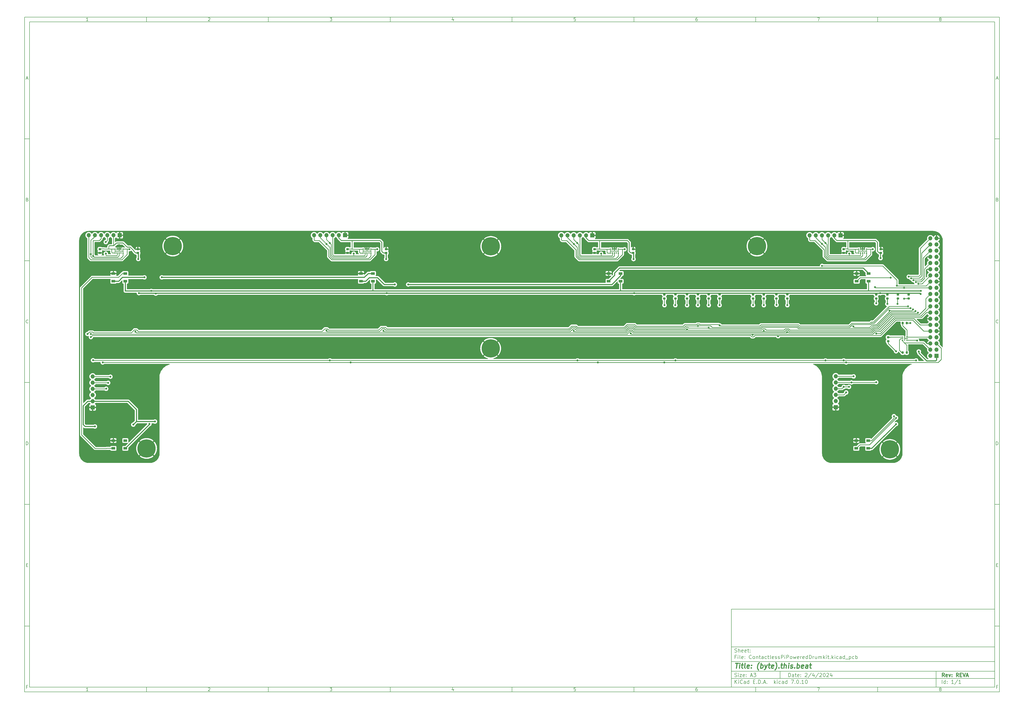
<source format=gbr>
%TF.GenerationSoftware,KiCad,Pcbnew,7.0.10*%
%TF.CreationDate,2024-02-06T20:08:38+00:00*%
%TF.ProjectId,ContactlessPiPoweredDrumkit,436f6e74-6163-4746-9c65-73735069506f,REVA*%
%TF.SameCoordinates,Original*%
%TF.FileFunction,Copper,L1,Top*%
%TF.FilePolarity,Positive*%
%FSLAX46Y46*%
G04 Gerber Fmt 4.6, Leading zero omitted, Abs format (unit mm)*
G04 Created by KiCad (PCBNEW 7.0.10) date 2024-02-06 20:08:38*
%MOMM*%
%LPD*%
G01*
G04 APERTURE LIST*
G04 Aperture macros list*
%AMRoundRect*
0 Rectangle with rounded corners*
0 $1 Rounding radius*
0 $2 $3 $4 $5 $6 $7 $8 $9 X,Y pos of 4 corners*
0 Add a 4 corners polygon primitive as box body*
4,1,4,$2,$3,$4,$5,$6,$7,$8,$9,$2,$3,0*
0 Add four circle primitives for the rounded corners*
1,1,$1+$1,$2,$3*
1,1,$1+$1,$4,$5*
1,1,$1+$1,$6,$7*
1,1,$1+$1,$8,$9*
0 Add four rect primitives between the rounded corners*
20,1,$1+$1,$2,$3,$4,$5,0*
20,1,$1+$1,$4,$5,$6,$7,0*
20,1,$1+$1,$6,$7,$8,$9,0*
20,1,$1+$1,$8,$9,$2,$3,0*%
G04 Aperture macros list end*
%ADD10C,0.100000*%
%ADD11C,0.150000*%
%ADD12C,0.300000*%
%ADD13C,0.400000*%
%TA.AperFunction,SMDPad,CuDef*%
%ADD14RoundRect,0.200000X-0.275000X0.200000X-0.275000X-0.200000X0.275000X-0.200000X0.275000X0.200000X0*%
%TD*%
%TA.AperFunction,SMDPad,CuDef*%
%ADD15RoundRect,0.225000X-0.250000X0.225000X-0.250000X-0.225000X0.250000X-0.225000X0.250000X0.225000X0*%
%TD*%
%TA.AperFunction,SMDPad,CuDef*%
%ADD16R,1.500000X1.000000*%
%TD*%
%TA.AperFunction,ComponentPad*%
%ADD17R,1.700000X1.700000*%
%TD*%
%TA.AperFunction,ComponentPad*%
%ADD18O,1.700000X1.700000*%
%TD*%
%TA.AperFunction,ComponentPad*%
%ADD19C,4.700000*%
%TD*%
%TA.AperFunction,ConnectorPad*%
%ADD20C,7.500000*%
%TD*%
%TA.AperFunction,SMDPad,CuDef*%
%ADD21RoundRect,0.062500X-0.127500X-0.062500X0.127500X-0.062500X0.127500X0.062500X-0.127500X0.062500X0*%
%TD*%
%TA.AperFunction,SMDPad,CuDef*%
%ADD22RoundRect,0.125000X-0.125000X-0.125000X0.125000X-0.125000X0.125000X0.125000X-0.125000X0.125000X0*%
%TD*%
%TA.AperFunction,SMDPad,CuDef*%
%ADD23RoundRect,0.200000X0.200000X0.275000X-0.200000X0.275000X-0.200000X-0.275000X0.200000X-0.275000X0*%
%TD*%
%TA.AperFunction,SMDPad,CuDef*%
%ADD24RoundRect,0.225000X0.250000X-0.225000X0.250000X0.225000X-0.250000X0.225000X-0.250000X-0.225000X0*%
%TD*%
%TA.AperFunction,SMDPad,CuDef*%
%ADD25R,0.650000X0.400000*%
%TD*%
%TA.AperFunction,ViaPad*%
%ADD26C,0.800000*%
%TD*%
%TA.AperFunction,Conductor*%
%ADD27C,0.254000*%
%TD*%
%TA.AperFunction,Conductor*%
%ADD28C,0.304800*%
%TD*%
%TA.AperFunction,Conductor*%
%ADD29C,0.406400*%
%TD*%
G04 APERTURE END LIST*
D10*
D11*
X299989000Y-253002200D02*
X407989000Y-253002200D01*
X407989000Y-285002200D01*
X299989000Y-285002200D01*
X299989000Y-253002200D01*
D10*
D11*
X10000000Y-10000000D02*
X409989000Y-10000000D01*
X409989000Y-287002200D01*
X10000000Y-287002200D01*
X10000000Y-10000000D01*
D10*
D11*
X12000000Y-12000000D02*
X407989000Y-12000000D01*
X407989000Y-285002200D01*
X12000000Y-285002200D01*
X12000000Y-12000000D01*
D10*
D11*
X60000000Y-12000000D02*
X60000000Y-10000000D01*
D10*
D11*
X110000000Y-12000000D02*
X110000000Y-10000000D01*
D10*
D11*
X160000000Y-12000000D02*
X160000000Y-10000000D01*
D10*
D11*
X210000000Y-12000000D02*
X210000000Y-10000000D01*
D10*
D11*
X260000000Y-12000000D02*
X260000000Y-10000000D01*
D10*
D11*
X310000000Y-12000000D02*
X310000000Y-10000000D01*
D10*
D11*
X360000000Y-12000000D02*
X360000000Y-10000000D01*
D10*
D11*
X36089160Y-11593604D02*
X35346303Y-11593604D01*
X35717731Y-11593604D02*
X35717731Y-10293604D01*
X35717731Y-10293604D02*
X35593922Y-10479319D01*
X35593922Y-10479319D02*
X35470112Y-10603128D01*
X35470112Y-10603128D02*
X35346303Y-10665033D01*
D10*
D11*
X85346303Y-10417414D02*
X85408207Y-10355509D01*
X85408207Y-10355509D02*
X85532017Y-10293604D01*
X85532017Y-10293604D02*
X85841541Y-10293604D01*
X85841541Y-10293604D02*
X85965350Y-10355509D01*
X85965350Y-10355509D02*
X86027255Y-10417414D01*
X86027255Y-10417414D02*
X86089160Y-10541223D01*
X86089160Y-10541223D02*
X86089160Y-10665033D01*
X86089160Y-10665033D02*
X86027255Y-10850747D01*
X86027255Y-10850747D02*
X85284398Y-11593604D01*
X85284398Y-11593604D02*
X86089160Y-11593604D01*
D10*
D11*
X135284398Y-10293604D02*
X136089160Y-10293604D01*
X136089160Y-10293604D02*
X135655826Y-10788842D01*
X135655826Y-10788842D02*
X135841541Y-10788842D01*
X135841541Y-10788842D02*
X135965350Y-10850747D01*
X135965350Y-10850747D02*
X136027255Y-10912652D01*
X136027255Y-10912652D02*
X136089160Y-11036461D01*
X136089160Y-11036461D02*
X136089160Y-11345985D01*
X136089160Y-11345985D02*
X136027255Y-11469795D01*
X136027255Y-11469795D02*
X135965350Y-11531700D01*
X135965350Y-11531700D02*
X135841541Y-11593604D01*
X135841541Y-11593604D02*
X135470112Y-11593604D01*
X135470112Y-11593604D02*
X135346303Y-11531700D01*
X135346303Y-11531700D02*
X135284398Y-11469795D01*
D10*
D11*
X185965350Y-10726938D02*
X185965350Y-11593604D01*
X185655826Y-10231700D02*
X185346303Y-11160271D01*
X185346303Y-11160271D02*
X186151064Y-11160271D01*
D10*
D11*
X236027255Y-10293604D02*
X235408207Y-10293604D01*
X235408207Y-10293604D02*
X235346303Y-10912652D01*
X235346303Y-10912652D02*
X235408207Y-10850747D01*
X235408207Y-10850747D02*
X235532017Y-10788842D01*
X235532017Y-10788842D02*
X235841541Y-10788842D01*
X235841541Y-10788842D02*
X235965350Y-10850747D01*
X235965350Y-10850747D02*
X236027255Y-10912652D01*
X236027255Y-10912652D02*
X236089160Y-11036461D01*
X236089160Y-11036461D02*
X236089160Y-11345985D01*
X236089160Y-11345985D02*
X236027255Y-11469795D01*
X236027255Y-11469795D02*
X235965350Y-11531700D01*
X235965350Y-11531700D02*
X235841541Y-11593604D01*
X235841541Y-11593604D02*
X235532017Y-11593604D01*
X235532017Y-11593604D02*
X235408207Y-11531700D01*
X235408207Y-11531700D02*
X235346303Y-11469795D01*
D10*
D11*
X285965350Y-10293604D02*
X285717731Y-10293604D01*
X285717731Y-10293604D02*
X285593922Y-10355509D01*
X285593922Y-10355509D02*
X285532017Y-10417414D01*
X285532017Y-10417414D02*
X285408207Y-10603128D01*
X285408207Y-10603128D02*
X285346303Y-10850747D01*
X285346303Y-10850747D02*
X285346303Y-11345985D01*
X285346303Y-11345985D02*
X285408207Y-11469795D01*
X285408207Y-11469795D02*
X285470112Y-11531700D01*
X285470112Y-11531700D02*
X285593922Y-11593604D01*
X285593922Y-11593604D02*
X285841541Y-11593604D01*
X285841541Y-11593604D02*
X285965350Y-11531700D01*
X285965350Y-11531700D02*
X286027255Y-11469795D01*
X286027255Y-11469795D02*
X286089160Y-11345985D01*
X286089160Y-11345985D02*
X286089160Y-11036461D01*
X286089160Y-11036461D02*
X286027255Y-10912652D01*
X286027255Y-10912652D02*
X285965350Y-10850747D01*
X285965350Y-10850747D02*
X285841541Y-10788842D01*
X285841541Y-10788842D02*
X285593922Y-10788842D01*
X285593922Y-10788842D02*
X285470112Y-10850747D01*
X285470112Y-10850747D02*
X285408207Y-10912652D01*
X285408207Y-10912652D02*
X285346303Y-11036461D01*
D10*
D11*
X335284398Y-10293604D02*
X336151064Y-10293604D01*
X336151064Y-10293604D02*
X335593922Y-11593604D01*
D10*
D11*
X385593922Y-10850747D02*
X385470112Y-10788842D01*
X385470112Y-10788842D02*
X385408207Y-10726938D01*
X385408207Y-10726938D02*
X385346303Y-10603128D01*
X385346303Y-10603128D02*
X385346303Y-10541223D01*
X385346303Y-10541223D02*
X385408207Y-10417414D01*
X385408207Y-10417414D02*
X385470112Y-10355509D01*
X385470112Y-10355509D02*
X385593922Y-10293604D01*
X385593922Y-10293604D02*
X385841541Y-10293604D01*
X385841541Y-10293604D02*
X385965350Y-10355509D01*
X385965350Y-10355509D02*
X386027255Y-10417414D01*
X386027255Y-10417414D02*
X386089160Y-10541223D01*
X386089160Y-10541223D02*
X386089160Y-10603128D01*
X386089160Y-10603128D02*
X386027255Y-10726938D01*
X386027255Y-10726938D02*
X385965350Y-10788842D01*
X385965350Y-10788842D02*
X385841541Y-10850747D01*
X385841541Y-10850747D02*
X385593922Y-10850747D01*
X385593922Y-10850747D02*
X385470112Y-10912652D01*
X385470112Y-10912652D02*
X385408207Y-10974557D01*
X385408207Y-10974557D02*
X385346303Y-11098366D01*
X385346303Y-11098366D02*
X385346303Y-11345985D01*
X385346303Y-11345985D02*
X385408207Y-11469795D01*
X385408207Y-11469795D02*
X385470112Y-11531700D01*
X385470112Y-11531700D02*
X385593922Y-11593604D01*
X385593922Y-11593604D02*
X385841541Y-11593604D01*
X385841541Y-11593604D02*
X385965350Y-11531700D01*
X385965350Y-11531700D02*
X386027255Y-11469795D01*
X386027255Y-11469795D02*
X386089160Y-11345985D01*
X386089160Y-11345985D02*
X386089160Y-11098366D01*
X386089160Y-11098366D02*
X386027255Y-10974557D01*
X386027255Y-10974557D02*
X385965350Y-10912652D01*
X385965350Y-10912652D02*
X385841541Y-10850747D01*
D10*
D11*
X60000000Y-285002200D02*
X60000000Y-287002200D01*
D10*
D11*
X110000000Y-285002200D02*
X110000000Y-287002200D01*
D10*
D11*
X160000000Y-285002200D02*
X160000000Y-287002200D01*
D10*
D11*
X210000000Y-285002200D02*
X210000000Y-287002200D01*
D10*
D11*
X260000000Y-285002200D02*
X260000000Y-287002200D01*
D10*
D11*
X310000000Y-285002200D02*
X310000000Y-287002200D01*
D10*
D11*
X360000000Y-285002200D02*
X360000000Y-287002200D01*
D10*
D11*
X36089160Y-286595804D02*
X35346303Y-286595804D01*
X35717731Y-286595804D02*
X35717731Y-285295804D01*
X35717731Y-285295804D02*
X35593922Y-285481519D01*
X35593922Y-285481519D02*
X35470112Y-285605328D01*
X35470112Y-285605328D02*
X35346303Y-285667233D01*
D10*
D11*
X85346303Y-285419614D02*
X85408207Y-285357709D01*
X85408207Y-285357709D02*
X85532017Y-285295804D01*
X85532017Y-285295804D02*
X85841541Y-285295804D01*
X85841541Y-285295804D02*
X85965350Y-285357709D01*
X85965350Y-285357709D02*
X86027255Y-285419614D01*
X86027255Y-285419614D02*
X86089160Y-285543423D01*
X86089160Y-285543423D02*
X86089160Y-285667233D01*
X86089160Y-285667233D02*
X86027255Y-285852947D01*
X86027255Y-285852947D02*
X85284398Y-286595804D01*
X85284398Y-286595804D02*
X86089160Y-286595804D01*
D10*
D11*
X135284398Y-285295804D02*
X136089160Y-285295804D01*
X136089160Y-285295804D02*
X135655826Y-285791042D01*
X135655826Y-285791042D02*
X135841541Y-285791042D01*
X135841541Y-285791042D02*
X135965350Y-285852947D01*
X135965350Y-285852947D02*
X136027255Y-285914852D01*
X136027255Y-285914852D02*
X136089160Y-286038661D01*
X136089160Y-286038661D02*
X136089160Y-286348185D01*
X136089160Y-286348185D02*
X136027255Y-286471995D01*
X136027255Y-286471995D02*
X135965350Y-286533900D01*
X135965350Y-286533900D02*
X135841541Y-286595804D01*
X135841541Y-286595804D02*
X135470112Y-286595804D01*
X135470112Y-286595804D02*
X135346303Y-286533900D01*
X135346303Y-286533900D02*
X135284398Y-286471995D01*
D10*
D11*
X185965350Y-285729138D02*
X185965350Y-286595804D01*
X185655826Y-285233900D02*
X185346303Y-286162471D01*
X185346303Y-286162471D02*
X186151064Y-286162471D01*
D10*
D11*
X236027255Y-285295804D02*
X235408207Y-285295804D01*
X235408207Y-285295804D02*
X235346303Y-285914852D01*
X235346303Y-285914852D02*
X235408207Y-285852947D01*
X235408207Y-285852947D02*
X235532017Y-285791042D01*
X235532017Y-285791042D02*
X235841541Y-285791042D01*
X235841541Y-285791042D02*
X235965350Y-285852947D01*
X235965350Y-285852947D02*
X236027255Y-285914852D01*
X236027255Y-285914852D02*
X236089160Y-286038661D01*
X236089160Y-286038661D02*
X236089160Y-286348185D01*
X236089160Y-286348185D02*
X236027255Y-286471995D01*
X236027255Y-286471995D02*
X235965350Y-286533900D01*
X235965350Y-286533900D02*
X235841541Y-286595804D01*
X235841541Y-286595804D02*
X235532017Y-286595804D01*
X235532017Y-286595804D02*
X235408207Y-286533900D01*
X235408207Y-286533900D02*
X235346303Y-286471995D01*
D10*
D11*
X285965350Y-285295804D02*
X285717731Y-285295804D01*
X285717731Y-285295804D02*
X285593922Y-285357709D01*
X285593922Y-285357709D02*
X285532017Y-285419614D01*
X285532017Y-285419614D02*
X285408207Y-285605328D01*
X285408207Y-285605328D02*
X285346303Y-285852947D01*
X285346303Y-285852947D02*
X285346303Y-286348185D01*
X285346303Y-286348185D02*
X285408207Y-286471995D01*
X285408207Y-286471995D02*
X285470112Y-286533900D01*
X285470112Y-286533900D02*
X285593922Y-286595804D01*
X285593922Y-286595804D02*
X285841541Y-286595804D01*
X285841541Y-286595804D02*
X285965350Y-286533900D01*
X285965350Y-286533900D02*
X286027255Y-286471995D01*
X286027255Y-286471995D02*
X286089160Y-286348185D01*
X286089160Y-286348185D02*
X286089160Y-286038661D01*
X286089160Y-286038661D02*
X286027255Y-285914852D01*
X286027255Y-285914852D02*
X285965350Y-285852947D01*
X285965350Y-285852947D02*
X285841541Y-285791042D01*
X285841541Y-285791042D02*
X285593922Y-285791042D01*
X285593922Y-285791042D02*
X285470112Y-285852947D01*
X285470112Y-285852947D02*
X285408207Y-285914852D01*
X285408207Y-285914852D02*
X285346303Y-286038661D01*
D10*
D11*
X335284398Y-285295804D02*
X336151064Y-285295804D01*
X336151064Y-285295804D02*
X335593922Y-286595804D01*
D10*
D11*
X385593922Y-285852947D02*
X385470112Y-285791042D01*
X385470112Y-285791042D02*
X385408207Y-285729138D01*
X385408207Y-285729138D02*
X385346303Y-285605328D01*
X385346303Y-285605328D02*
X385346303Y-285543423D01*
X385346303Y-285543423D02*
X385408207Y-285419614D01*
X385408207Y-285419614D02*
X385470112Y-285357709D01*
X385470112Y-285357709D02*
X385593922Y-285295804D01*
X385593922Y-285295804D02*
X385841541Y-285295804D01*
X385841541Y-285295804D02*
X385965350Y-285357709D01*
X385965350Y-285357709D02*
X386027255Y-285419614D01*
X386027255Y-285419614D02*
X386089160Y-285543423D01*
X386089160Y-285543423D02*
X386089160Y-285605328D01*
X386089160Y-285605328D02*
X386027255Y-285729138D01*
X386027255Y-285729138D02*
X385965350Y-285791042D01*
X385965350Y-285791042D02*
X385841541Y-285852947D01*
X385841541Y-285852947D02*
X385593922Y-285852947D01*
X385593922Y-285852947D02*
X385470112Y-285914852D01*
X385470112Y-285914852D02*
X385408207Y-285976757D01*
X385408207Y-285976757D02*
X385346303Y-286100566D01*
X385346303Y-286100566D02*
X385346303Y-286348185D01*
X385346303Y-286348185D02*
X385408207Y-286471995D01*
X385408207Y-286471995D02*
X385470112Y-286533900D01*
X385470112Y-286533900D02*
X385593922Y-286595804D01*
X385593922Y-286595804D02*
X385841541Y-286595804D01*
X385841541Y-286595804D02*
X385965350Y-286533900D01*
X385965350Y-286533900D02*
X386027255Y-286471995D01*
X386027255Y-286471995D02*
X386089160Y-286348185D01*
X386089160Y-286348185D02*
X386089160Y-286100566D01*
X386089160Y-286100566D02*
X386027255Y-285976757D01*
X386027255Y-285976757D02*
X385965350Y-285914852D01*
X385965350Y-285914852D02*
X385841541Y-285852947D01*
D10*
D11*
X10000000Y-60000000D02*
X12000000Y-60000000D01*
D10*
D11*
X10000000Y-110000000D02*
X12000000Y-110000000D01*
D10*
D11*
X10000000Y-160000000D02*
X12000000Y-160000000D01*
D10*
D11*
X10000000Y-210000000D02*
X12000000Y-210000000D01*
D10*
D11*
X10000000Y-260000000D02*
X12000000Y-260000000D01*
D10*
D11*
X10690476Y-35222176D02*
X11309523Y-35222176D01*
X10566666Y-35593604D02*
X10999999Y-34293604D01*
X10999999Y-34293604D02*
X11433333Y-35593604D01*
D10*
D11*
X11092857Y-84912652D02*
X11278571Y-84974557D01*
X11278571Y-84974557D02*
X11340476Y-85036461D01*
X11340476Y-85036461D02*
X11402380Y-85160271D01*
X11402380Y-85160271D02*
X11402380Y-85345985D01*
X11402380Y-85345985D02*
X11340476Y-85469795D01*
X11340476Y-85469795D02*
X11278571Y-85531700D01*
X11278571Y-85531700D02*
X11154761Y-85593604D01*
X11154761Y-85593604D02*
X10659523Y-85593604D01*
X10659523Y-85593604D02*
X10659523Y-84293604D01*
X10659523Y-84293604D02*
X11092857Y-84293604D01*
X11092857Y-84293604D02*
X11216666Y-84355509D01*
X11216666Y-84355509D02*
X11278571Y-84417414D01*
X11278571Y-84417414D02*
X11340476Y-84541223D01*
X11340476Y-84541223D02*
X11340476Y-84665033D01*
X11340476Y-84665033D02*
X11278571Y-84788842D01*
X11278571Y-84788842D02*
X11216666Y-84850747D01*
X11216666Y-84850747D02*
X11092857Y-84912652D01*
X11092857Y-84912652D02*
X10659523Y-84912652D01*
D10*
D11*
X11402380Y-135469795D02*
X11340476Y-135531700D01*
X11340476Y-135531700D02*
X11154761Y-135593604D01*
X11154761Y-135593604D02*
X11030952Y-135593604D01*
X11030952Y-135593604D02*
X10845238Y-135531700D01*
X10845238Y-135531700D02*
X10721428Y-135407890D01*
X10721428Y-135407890D02*
X10659523Y-135284080D01*
X10659523Y-135284080D02*
X10597619Y-135036461D01*
X10597619Y-135036461D02*
X10597619Y-134850747D01*
X10597619Y-134850747D02*
X10659523Y-134603128D01*
X10659523Y-134603128D02*
X10721428Y-134479319D01*
X10721428Y-134479319D02*
X10845238Y-134355509D01*
X10845238Y-134355509D02*
X11030952Y-134293604D01*
X11030952Y-134293604D02*
X11154761Y-134293604D01*
X11154761Y-134293604D02*
X11340476Y-134355509D01*
X11340476Y-134355509D02*
X11402380Y-134417414D01*
D10*
D11*
X10659523Y-185593604D02*
X10659523Y-184293604D01*
X10659523Y-184293604D02*
X10969047Y-184293604D01*
X10969047Y-184293604D02*
X11154761Y-184355509D01*
X11154761Y-184355509D02*
X11278571Y-184479319D01*
X11278571Y-184479319D02*
X11340476Y-184603128D01*
X11340476Y-184603128D02*
X11402380Y-184850747D01*
X11402380Y-184850747D02*
X11402380Y-185036461D01*
X11402380Y-185036461D02*
X11340476Y-185284080D01*
X11340476Y-185284080D02*
X11278571Y-185407890D01*
X11278571Y-185407890D02*
X11154761Y-185531700D01*
X11154761Y-185531700D02*
X10969047Y-185593604D01*
X10969047Y-185593604D02*
X10659523Y-185593604D01*
D10*
D11*
X10721428Y-234912652D02*
X11154762Y-234912652D01*
X11340476Y-235593604D02*
X10721428Y-235593604D01*
X10721428Y-235593604D02*
X10721428Y-234293604D01*
X10721428Y-234293604D02*
X11340476Y-234293604D01*
D10*
D11*
X11185714Y-284912652D02*
X10752380Y-284912652D01*
X10752380Y-285593604D02*
X10752380Y-284293604D01*
X10752380Y-284293604D02*
X11371428Y-284293604D01*
D10*
D11*
X409989000Y-60000000D02*
X407989000Y-60000000D01*
D10*
D11*
X409989000Y-110000000D02*
X407989000Y-110000000D01*
D10*
D11*
X409989000Y-160000000D02*
X407989000Y-160000000D01*
D10*
D11*
X409989000Y-210000000D02*
X407989000Y-210000000D01*
D10*
D11*
X409989000Y-260000000D02*
X407989000Y-260000000D01*
D10*
D11*
X408679476Y-35222176D02*
X409298523Y-35222176D01*
X408555666Y-35593604D02*
X408988999Y-34293604D01*
X408988999Y-34293604D02*
X409422333Y-35593604D01*
D10*
D11*
X409081857Y-84912652D02*
X409267571Y-84974557D01*
X409267571Y-84974557D02*
X409329476Y-85036461D01*
X409329476Y-85036461D02*
X409391380Y-85160271D01*
X409391380Y-85160271D02*
X409391380Y-85345985D01*
X409391380Y-85345985D02*
X409329476Y-85469795D01*
X409329476Y-85469795D02*
X409267571Y-85531700D01*
X409267571Y-85531700D02*
X409143761Y-85593604D01*
X409143761Y-85593604D02*
X408648523Y-85593604D01*
X408648523Y-85593604D02*
X408648523Y-84293604D01*
X408648523Y-84293604D02*
X409081857Y-84293604D01*
X409081857Y-84293604D02*
X409205666Y-84355509D01*
X409205666Y-84355509D02*
X409267571Y-84417414D01*
X409267571Y-84417414D02*
X409329476Y-84541223D01*
X409329476Y-84541223D02*
X409329476Y-84665033D01*
X409329476Y-84665033D02*
X409267571Y-84788842D01*
X409267571Y-84788842D02*
X409205666Y-84850747D01*
X409205666Y-84850747D02*
X409081857Y-84912652D01*
X409081857Y-84912652D02*
X408648523Y-84912652D01*
D10*
D11*
X409391380Y-135469795D02*
X409329476Y-135531700D01*
X409329476Y-135531700D02*
X409143761Y-135593604D01*
X409143761Y-135593604D02*
X409019952Y-135593604D01*
X409019952Y-135593604D02*
X408834238Y-135531700D01*
X408834238Y-135531700D02*
X408710428Y-135407890D01*
X408710428Y-135407890D02*
X408648523Y-135284080D01*
X408648523Y-135284080D02*
X408586619Y-135036461D01*
X408586619Y-135036461D02*
X408586619Y-134850747D01*
X408586619Y-134850747D02*
X408648523Y-134603128D01*
X408648523Y-134603128D02*
X408710428Y-134479319D01*
X408710428Y-134479319D02*
X408834238Y-134355509D01*
X408834238Y-134355509D02*
X409019952Y-134293604D01*
X409019952Y-134293604D02*
X409143761Y-134293604D01*
X409143761Y-134293604D02*
X409329476Y-134355509D01*
X409329476Y-134355509D02*
X409391380Y-134417414D01*
D10*
D11*
X408648523Y-185593604D02*
X408648523Y-184293604D01*
X408648523Y-184293604D02*
X408958047Y-184293604D01*
X408958047Y-184293604D02*
X409143761Y-184355509D01*
X409143761Y-184355509D02*
X409267571Y-184479319D01*
X409267571Y-184479319D02*
X409329476Y-184603128D01*
X409329476Y-184603128D02*
X409391380Y-184850747D01*
X409391380Y-184850747D02*
X409391380Y-185036461D01*
X409391380Y-185036461D02*
X409329476Y-185284080D01*
X409329476Y-185284080D02*
X409267571Y-185407890D01*
X409267571Y-185407890D02*
X409143761Y-185531700D01*
X409143761Y-185531700D02*
X408958047Y-185593604D01*
X408958047Y-185593604D02*
X408648523Y-185593604D01*
D10*
D11*
X408710428Y-234912652D02*
X409143762Y-234912652D01*
X409329476Y-235593604D02*
X408710428Y-235593604D01*
X408710428Y-235593604D02*
X408710428Y-234293604D01*
X408710428Y-234293604D02*
X409329476Y-234293604D01*
D10*
D11*
X409174714Y-284912652D02*
X408741380Y-284912652D01*
X408741380Y-285593604D02*
X408741380Y-284293604D01*
X408741380Y-284293604D02*
X409360428Y-284293604D01*
D10*
D11*
X323444826Y-280788328D02*
X323444826Y-279288328D01*
X323444826Y-279288328D02*
X323801969Y-279288328D01*
X323801969Y-279288328D02*
X324016255Y-279359757D01*
X324016255Y-279359757D02*
X324159112Y-279502614D01*
X324159112Y-279502614D02*
X324230541Y-279645471D01*
X324230541Y-279645471D02*
X324301969Y-279931185D01*
X324301969Y-279931185D02*
X324301969Y-280145471D01*
X324301969Y-280145471D02*
X324230541Y-280431185D01*
X324230541Y-280431185D02*
X324159112Y-280574042D01*
X324159112Y-280574042D02*
X324016255Y-280716900D01*
X324016255Y-280716900D02*
X323801969Y-280788328D01*
X323801969Y-280788328D02*
X323444826Y-280788328D01*
X325587684Y-280788328D02*
X325587684Y-280002614D01*
X325587684Y-280002614D02*
X325516255Y-279859757D01*
X325516255Y-279859757D02*
X325373398Y-279788328D01*
X325373398Y-279788328D02*
X325087684Y-279788328D01*
X325087684Y-279788328D02*
X324944826Y-279859757D01*
X325587684Y-280716900D02*
X325444826Y-280788328D01*
X325444826Y-280788328D02*
X325087684Y-280788328D01*
X325087684Y-280788328D02*
X324944826Y-280716900D01*
X324944826Y-280716900D02*
X324873398Y-280574042D01*
X324873398Y-280574042D02*
X324873398Y-280431185D01*
X324873398Y-280431185D02*
X324944826Y-280288328D01*
X324944826Y-280288328D02*
X325087684Y-280216900D01*
X325087684Y-280216900D02*
X325444826Y-280216900D01*
X325444826Y-280216900D02*
X325587684Y-280145471D01*
X326087684Y-279788328D02*
X326659112Y-279788328D01*
X326301969Y-279288328D02*
X326301969Y-280574042D01*
X326301969Y-280574042D02*
X326373398Y-280716900D01*
X326373398Y-280716900D02*
X326516255Y-280788328D01*
X326516255Y-280788328D02*
X326659112Y-280788328D01*
X327730541Y-280716900D02*
X327587684Y-280788328D01*
X327587684Y-280788328D02*
X327301970Y-280788328D01*
X327301970Y-280788328D02*
X327159112Y-280716900D01*
X327159112Y-280716900D02*
X327087684Y-280574042D01*
X327087684Y-280574042D02*
X327087684Y-280002614D01*
X327087684Y-280002614D02*
X327159112Y-279859757D01*
X327159112Y-279859757D02*
X327301970Y-279788328D01*
X327301970Y-279788328D02*
X327587684Y-279788328D01*
X327587684Y-279788328D02*
X327730541Y-279859757D01*
X327730541Y-279859757D02*
X327801970Y-280002614D01*
X327801970Y-280002614D02*
X327801970Y-280145471D01*
X327801970Y-280145471D02*
X327087684Y-280288328D01*
X328444826Y-280645471D02*
X328516255Y-280716900D01*
X328516255Y-280716900D02*
X328444826Y-280788328D01*
X328444826Y-280788328D02*
X328373398Y-280716900D01*
X328373398Y-280716900D02*
X328444826Y-280645471D01*
X328444826Y-280645471D02*
X328444826Y-280788328D01*
X328444826Y-279859757D02*
X328516255Y-279931185D01*
X328516255Y-279931185D02*
X328444826Y-280002614D01*
X328444826Y-280002614D02*
X328373398Y-279931185D01*
X328373398Y-279931185D02*
X328444826Y-279859757D01*
X328444826Y-279859757D02*
X328444826Y-280002614D01*
X330230541Y-279431185D02*
X330301969Y-279359757D01*
X330301969Y-279359757D02*
X330444827Y-279288328D01*
X330444827Y-279288328D02*
X330801969Y-279288328D01*
X330801969Y-279288328D02*
X330944827Y-279359757D01*
X330944827Y-279359757D02*
X331016255Y-279431185D01*
X331016255Y-279431185D02*
X331087684Y-279574042D01*
X331087684Y-279574042D02*
X331087684Y-279716900D01*
X331087684Y-279716900D02*
X331016255Y-279931185D01*
X331016255Y-279931185D02*
X330159112Y-280788328D01*
X330159112Y-280788328D02*
X331087684Y-280788328D01*
X332801969Y-279216900D02*
X331516255Y-281145471D01*
X333944827Y-279788328D02*
X333944827Y-280788328D01*
X333587684Y-279216900D02*
X333230541Y-280288328D01*
X333230541Y-280288328D02*
X334159112Y-280288328D01*
X335801969Y-279216900D02*
X334516255Y-281145471D01*
X336230541Y-279431185D02*
X336301969Y-279359757D01*
X336301969Y-279359757D02*
X336444827Y-279288328D01*
X336444827Y-279288328D02*
X336801969Y-279288328D01*
X336801969Y-279288328D02*
X336944827Y-279359757D01*
X336944827Y-279359757D02*
X337016255Y-279431185D01*
X337016255Y-279431185D02*
X337087684Y-279574042D01*
X337087684Y-279574042D02*
X337087684Y-279716900D01*
X337087684Y-279716900D02*
X337016255Y-279931185D01*
X337016255Y-279931185D02*
X336159112Y-280788328D01*
X336159112Y-280788328D02*
X337087684Y-280788328D01*
X338016255Y-279288328D02*
X338159112Y-279288328D01*
X338159112Y-279288328D02*
X338301969Y-279359757D01*
X338301969Y-279359757D02*
X338373398Y-279431185D01*
X338373398Y-279431185D02*
X338444826Y-279574042D01*
X338444826Y-279574042D02*
X338516255Y-279859757D01*
X338516255Y-279859757D02*
X338516255Y-280216900D01*
X338516255Y-280216900D02*
X338444826Y-280502614D01*
X338444826Y-280502614D02*
X338373398Y-280645471D01*
X338373398Y-280645471D02*
X338301969Y-280716900D01*
X338301969Y-280716900D02*
X338159112Y-280788328D01*
X338159112Y-280788328D02*
X338016255Y-280788328D01*
X338016255Y-280788328D02*
X337873398Y-280716900D01*
X337873398Y-280716900D02*
X337801969Y-280645471D01*
X337801969Y-280645471D02*
X337730540Y-280502614D01*
X337730540Y-280502614D02*
X337659112Y-280216900D01*
X337659112Y-280216900D02*
X337659112Y-279859757D01*
X337659112Y-279859757D02*
X337730540Y-279574042D01*
X337730540Y-279574042D02*
X337801969Y-279431185D01*
X337801969Y-279431185D02*
X337873398Y-279359757D01*
X337873398Y-279359757D02*
X338016255Y-279288328D01*
X339087683Y-279431185D02*
X339159111Y-279359757D01*
X339159111Y-279359757D02*
X339301969Y-279288328D01*
X339301969Y-279288328D02*
X339659111Y-279288328D01*
X339659111Y-279288328D02*
X339801969Y-279359757D01*
X339801969Y-279359757D02*
X339873397Y-279431185D01*
X339873397Y-279431185D02*
X339944826Y-279574042D01*
X339944826Y-279574042D02*
X339944826Y-279716900D01*
X339944826Y-279716900D02*
X339873397Y-279931185D01*
X339873397Y-279931185D02*
X339016254Y-280788328D01*
X339016254Y-280788328D02*
X339944826Y-280788328D01*
X341230540Y-279788328D02*
X341230540Y-280788328D01*
X340873397Y-279216900D02*
X340516254Y-280288328D01*
X340516254Y-280288328D02*
X341444825Y-280288328D01*
D10*
D11*
X299989000Y-281502200D02*
X407989000Y-281502200D01*
D10*
D11*
X301444826Y-283588328D02*
X301444826Y-282088328D01*
X302301969Y-283588328D02*
X301659112Y-282731185D01*
X302301969Y-282088328D02*
X301444826Y-282945471D01*
X302944826Y-283588328D02*
X302944826Y-282588328D01*
X302944826Y-282088328D02*
X302873398Y-282159757D01*
X302873398Y-282159757D02*
X302944826Y-282231185D01*
X302944826Y-282231185D02*
X303016255Y-282159757D01*
X303016255Y-282159757D02*
X302944826Y-282088328D01*
X302944826Y-282088328D02*
X302944826Y-282231185D01*
X304516255Y-283445471D02*
X304444827Y-283516900D01*
X304444827Y-283516900D02*
X304230541Y-283588328D01*
X304230541Y-283588328D02*
X304087684Y-283588328D01*
X304087684Y-283588328D02*
X303873398Y-283516900D01*
X303873398Y-283516900D02*
X303730541Y-283374042D01*
X303730541Y-283374042D02*
X303659112Y-283231185D01*
X303659112Y-283231185D02*
X303587684Y-282945471D01*
X303587684Y-282945471D02*
X303587684Y-282731185D01*
X303587684Y-282731185D02*
X303659112Y-282445471D01*
X303659112Y-282445471D02*
X303730541Y-282302614D01*
X303730541Y-282302614D02*
X303873398Y-282159757D01*
X303873398Y-282159757D02*
X304087684Y-282088328D01*
X304087684Y-282088328D02*
X304230541Y-282088328D01*
X304230541Y-282088328D02*
X304444827Y-282159757D01*
X304444827Y-282159757D02*
X304516255Y-282231185D01*
X305801970Y-283588328D02*
X305801970Y-282802614D01*
X305801970Y-282802614D02*
X305730541Y-282659757D01*
X305730541Y-282659757D02*
X305587684Y-282588328D01*
X305587684Y-282588328D02*
X305301970Y-282588328D01*
X305301970Y-282588328D02*
X305159112Y-282659757D01*
X305801970Y-283516900D02*
X305659112Y-283588328D01*
X305659112Y-283588328D02*
X305301970Y-283588328D01*
X305301970Y-283588328D02*
X305159112Y-283516900D01*
X305159112Y-283516900D02*
X305087684Y-283374042D01*
X305087684Y-283374042D02*
X305087684Y-283231185D01*
X305087684Y-283231185D02*
X305159112Y-283088328D01*
X305159112Y-283088328D02*
X305301970Y-283016900D01*
X305301970Y-283016900D02*
X305659112Y-283016900D01*
X305659112Y-283016900D02*
X305801970Y-282945471D01*
X307159113Y-283588328D02*
X307159113Y-282088328D01*
X307159113Y-283516900D02*
X307016255Y-283588328D01*
X307016255Y-283588328D02*
X306730541Y-283588328D01*
X306730541Y-283588328D02*
X306587684Y-283516900D01*
X306587684Y-283516900D02*
X306516255Y-283445471D01*
X306516255Y-283445471D02*
X306444827Y-283302614D01*
X306444827Y-283302614D02*
X306444827Y-282874042D01*
X306444827Y-282874042D02*
X306516255Y-282731185D01*
X306516255Y-282731185D02*
X306587684Y-282659757D01*
X306587684Y-282659757D02*
X306730541Y-282588328D01*
X306730541Y-282588328D02*
X307016255Y-282588328D01*
X307016255Y-282588328D02*
X307159113Y-282659757D01*
X309016255Y-282802614D02*
X309516255Y-282802614D01*
X309730541Y-283588328D02*
X309016255Y-283588328D01*
X309016255Y-283588328D02*
X309016255Y-282088328D01*
X309016255Y-282088328D02*
X309730541Y-282088328D01*
X310373398Y-283445471D02*
X310444827Y-283516900D01*
X310444827Y-283516900D02*
X310373398Y-283588328D01*
X310373398Y-283588328D02*
X310301970Y-283516900D01*
X310301970Y-283516900D02*
X310373398Y-283445471D01*
X310373398Y-283445471D02*
X310373398Y-283588328D01*
X311087684Y-283588328D02*
X311087684Y-282088328D01*
X311087684Y-282088328D02*
X311444827Y-282088328D01*
X311444827Y-282088328D02*
X311659113Y-282159757D01*
X311659113Y-282159757D02*
X311801970Y-282302614D01*
X311801970Y-282302614D02*
X311873399Y-282445471D01*
X311873399Y-282445471D02*
X311944827Y-282731185D01*
X311944827Y-282731185D02*
X311944827Y-282945471D01*
X311944827Y-282945471D02*
X311873399Y-283231185D01*
X311873399Y-283231185D02*
X311801970Y-283374042D01*
X311801970Y-283374042D02*
X311659113Y-283516900D01*
X311659113Y-283516900D02*
X311444827Y-283588328D01*
X311444827Y-283588328D02*
X311087684Y-283588328D01*
X312587684Y-283445471D02*
X312659113Y-283516900D01*
X312659113Y-283516900D02*
X312587684Y-283588328D01*
X312587684Y-283588328D02*
X312516256Y-283516900D01*
X312516256Y-283516900D02*
X312587684Y-283445471D01*
X312587684Y-283445471D02*
X312587684Y-283588328D01*
X313230542Y-283159757D02*
X313944828Y-283159757D01*
X313087685Y-283588328D02*
X313587685Y-282088328D01*
X313587685Y-282088328D02*
X314087685Y-283588328D01*
X314587684Y-283445471D02*
X314659113Y-283516900D01*
X314659113Y-283516900D02*
X314587684Y-283588328D01*
X314587684Y-283588328D02*
X314516256Y-283516900D01*
X314516256Y-283516900D02*
X314587684Y-283445471D01*
X314587684Y-283445471D02*
X314587684Y-283588328D01*
X317587684Y-283588328D02*
X317587684Y-282088328D01*
X317730542Y-283016900D02*
X318159113Y-283588328D01*
X318159113Y-282588328D02*
X317587684Y-283159757D01*
X318801970Y-283588328D02*
X318801970Y-282588328D01*
X318801970Y-282088328D02*
X318730542Y-282159757D01*
X318730542Y-282159757D02*
X318801970Y-282231185D01*
X318801970Y-282231185D02*
X318873399Y-282159757D01*
X318873399Y-282159757D02*
X318801970Y-282088328D01*
X318801970Y-282088328D02*
X318801970Y-282231185D01*
X320159114Y-283516900D02*
X320016256Y-283588328D01*
X320016256Y-283588328D02*
X319730542Y-283588328D01*
X319730542Y-283588328D02*
X319587685Y-283516900D01*
X319587685Y-283516900D02*
X319516256Y-283445471D01*
X319516256Y-283445471D02*
X319444828Y-283302614D01*
X319444828Y-283302614D02*
X319444828Y-282874042D01*
X319444828Y-282874042D02*
X319516256Y-282731185D01*
X319516256Y-282731185D02*
X319587685Y-282659757D01*
X319587685Y-282659757D02*
X319730542Y-282588328D01*
X319730542Y-282588328D02*
X320016256Y-282588328D01*
X320016256Y-282588328D02*
X320159114Y-282659757D01*
X321444828Y-283588328D02*
X321444828Y-282802614D01*
X321444828Y-282802614D02*
X321373399Y-282659757D01*
X321373399Y-282659757D02*
X321230542Y-282588328D01*
X321230542Y-282588328D02*
X320944828Y-282588328D01*
X320944828Y-282588328D02*
X320801970Y-282659757D01*
X321444828Y-283516900D02*
X321301970Y-283588328D01*
X321301970Y-283588328D02*
X320944828Y-283588328D01*
X320944828Y-283588328D02*
X320801970Y-283516900D01*
X320801970Y-283516900D02*
X320730542Y-283374042D01*
X320730542Y-283374042D02*
X320730542Y-283231185D01*
X320730542Y-283231185D02*
X320801970Y-283088328D01*
X320801970Y-283088328D02*
X320944828Y-283016900D01*
X320944828Y-283016900D02*
X321301970Y-283016900D01*
X321301970Y-283016900D02*
X321444828Y-282945471D01*
X322801971Y-283588328D02*
X322801971Y-282088328D01*
X322801971Y-283516900D02*
X322659113Y-283588328D01*
X322659113Y-283588328D02*
X322373399Y-283588328D01*
X322373399Y-283588328D02*
X322230542Y-283516900D01*
X322230542Y-283516900D02*
X322159113Y-283445471D01*
X322159113Y-283445471D02*
X322087685Y-283302614D01*
X322087685Y-283302614D02*
X322087685Y-282874042D01*
X322087685Y-282874042D02*
X322159113Y-282731185D01*
X322159113Y-282731185D02*
X322230542Y-282659757D01*
X322230542Y-282659757D02*
X322373399Y-282588328D01*
X322373399Y-282588328D02*
X322659113Y-282588328D01*
X322659113Y-282588328D02*
X322801971Y-282659757D01*
X324516256Y-282088328D02*
X325516256Y-282088328D01*
X325516256Y-282088328D02*
X324873399Y-283588328D01*
X326087684Y-283445471D02*
X326159113Y-283516900D01*
X326159113Y-283516900D02*
X326087684Y-283588328D01*
X326087684Y-283588328D02*
X326016256Y-283516900D01*
X326016256Y-283516900D02*
X326087684Y-283445471D01*
X326087684Y-283445471D02*
X326087684Y-283588328D01*
X327087685Y-282088328D02*
X327230542Y-282088328D01*
X327230542Y-282088328D02*
X327373399Y-282159757D01*
X327373399Y-282159757D02*
X327444828Y-282231185D01*
X327444828Y-282231185D02*
X327516256Y-282374042D01*
X327516256Y-282374042D02*
X327587685Y-282659757D01*
X327587685Y-282659757D02*
X327587685Y-283016900D01*
X327587685Y-283016900D02*
X327516256Y-283302614D01*
X327516256Y-283302614D02*
X327444828Y-283445471D01*
X327444828Y-283445471D02*
X327373399Y-283516900D01*
X327373399Y-283516900D02*
X327230542Y-283588328D01*
X327230542Y-283588328D02*
X327087685Y-283588328D01*
X327087685Y-283588328D02*
X326944828Y-283516900D01*
X326944828Y-283516900D02*
X326873399Y-283445471D01*
X326873399Y-283445471D02*
X326801970Y-283302614D01*
X326801970Y-283302614D02*
X326730542Y-283016900D01*
X326730542Y-283016900D02*
X326730542Y-282659757D01*
X326730542Y-282659757D02*
X326801970Y-282374042D01*
X326801970Y-282374042D02*
X326873399Y-282231185D01*
X326873399Y-282231185D02*
X326944828Y-282159757D01*
X326944828Y-282159757D02*
X327087685Y-282088328D01*
X328230541Y-283445471D02*
X328301970Y-283516900D01*
X328301970Y-283516900D02*
X328230541Y-283588328D01*
X328230541Y-283588328D02*
X328159113Y-283516900D01*
X328159113Y-283516900D02*
X328230541Y-283445471D01*
X328230541Y-283445471D02*
X328230541Y-283588328D01*
X329730542Y-283588328D02*
X328873399Y-283588328D01*
X329301970Y-283588328D02*
X329301970Y-282088328D01*
X329301970Y-282088328D02*
X329159113Y-282302614D01*
X329159113Y-282302614D02*
X329016256Y-282445471D01*
X329016256Y-282445471D02*
X328873399Y-282516900D01*
X330659113Y-282088328D02*
X330801970Y-282088328D01*
X330801970Y-282088328D02*
X330944827Y-282159757D01*
X330944827Y-282159757D02*
X331016256Y-282231185D01*
X331016256Y-282231185D02*
X331087684Y-282374042D01*
X331087684Y-282374042D02*
X331159113Y-282659757D01*
X331159113Y-282659757D02*
X331159113Y-283016900D01*
X331159113Y-283016900D02*
X331087684Y-283302614D01*
X331087684Y-283302614D02*
X331016256Y-283445471D01*
X331016256Y-283445471D02*
X330944827Y-283516900D01*
X330944827Y-283516900D02*
X330801970Y-283588328D01*
X330801970Y-283588328D02*
X330659113Y-283588328D01*
X330659113Y-283588328D02*
X330516256Y-283516900D01*
X330516256Y-283516900D02*
X330444827Y-283445471D01*
X330444827Y-283445471D02*
X330373398Y-283302614D01*
X330373398Y-283302614D02*
X330301970Y-283016900D01*
X330301970Y-283016900D02*
X330301970Y-282659757D01*
X330301970Y-282659757D02*
X330373398Y-282374042D01*
X330373398Y-282374042D02*
X330444827Y-282231185D01*
X330444827Y-282231185D02*
X330516256Y-282159757D01*
X330516256Y-282159757D02*
X330659113Y-282088328D01*
D10*
D11*
X299989000Y-278502200D02*
X407989000Y-278502200D01*
D10*
D12*
X387400653Y-280780528D02*
X386900653Y-280066242D01*
X386543510Y-280780528D02*
X386543510Y-279280528D01*
X386543510Y-279280528D02*
X387114939Y-279280528D01*
X387114939Y-279280528D02*
X387257796Y-279351957D01*
X387257796Y-279351957D02*
X387329225Y-279423385D01*
X387329225Y-279423385D02*
X387400653Y-279566242D01*
X387400653Y-279566242D02*
X387400653Y-279780528D01*
X387400653Y-279780528D02*
X387329225Y-279923385D01*
X387329225Y-279923385D02*
X387257796Y-279994814D01*
X387257796Y-279994814D02*
X387114939Y-280066242D01*
X387114939Y-280066242D02*
X386543510Y-280066242D01*
X388614939Y-280709100D02*
X388472082Y-280780528D01*
X388472082Y-280780528D02*
X388186368Y-280780528D01*
X388186368Y-280780528D02*
X388043510Y-280709100D01*
X388043510Y-280709100D02*
X387972082Y-280566242D01*
X387972082Y-280566242D02*
X387972082Y-279994814D01*
X387972082Y-279994814D02*
X388043510Y-279851957D01*
X388043510Y-279851957D02*
X388186368Y-279780528D01*
X388186368Y-279780528D02*
X388472082Y-279780528D01*
X388472082Y-279780528D02*
X388614939Y-279851957D01*
X388614939Y-279851957D02*
X388686368Y-279994814D01*
X388686368Y-279994814D02*
X388686368Y-280137671D01*
X388686368Y-280137671D02*
X387972082Y-280280528D01*
X389186367Y-279780528D02*
X389543510Y-280780528D01*
X389543510Y-280780528D02*
X389900653Y-279780528D01*
X390472081Y-280637671D02*
X390543510Y-280709100D01*
X390543510Y-280709100D02*
X390472081Y-280780528D01*
X390472081Y-280780528D02*
X390400653Y-280709100D01*
X390400653Y-280709100D02*
X390472081Y-280637671D01*
X390472081Y-280637671D02*
X390472081Y-280780528D01*
X390472081Y-279851957D02*
X390543510Y-279923385D01*
X390543510Y-279923385D02*
X390472081Y-279994814D01*
X390472081Y-279994814D02*
X390400653Y-279923385D01*
X390400653Y-279923385D02*
X390472081Y-279851957D01*
X390472081Y-279851957D02*
X390472081Y-279994814D01*
X393186367Y-280780528D02*
X392686367Y-280066242D01*
X392329224Y-280780528D02*
X392329224Y-279280528D01*
X392329224Y-279280528D02*
X392900653Y-279280528D01*
X392900653Y-279280528D02*
X393043510Y-279351957D01*
X393043510Y-279351957D02*
X393114939Y-279423385D01*
X393114939Y-279423385D02*
X393186367Y-279566242D01*
X393186367Y-279566242D02*
X393186367Y-279780528D01*
X393186367Y-279780528D02*
X393114939Y-279923385D01*
X393114939Y-279923385D02*
X393043510Y-279994814D01*
X393043510Y-279994814D02*
X392900653Y-280066242D01*
X392900653Y-280066242D02*
X392329224Y-280066242D01*
X393829224Y-279994814D02*
X394329224Y-279994814D01*
X394543510Y-280780528D02*
X393829224Y-280780528D01*
X393829224Y-280780528D02*
X393829224Y-279280528D01*
X393829224Y-279280528D02*
X394543510Y-279280528D01*
X394972082Y-279280528D02*
X395472082Y-280780528D01*
X395472082Y-280780528D02*
X395972082Y-279280528D01*
X396400653Y-280351957D02*
X397114939Y-280351957D01*
X396257796Y-280780528D02*
X396757796Y-279280528D01*
X396757796Y-279280528D02*
X397257796Y-280780528D01*
D10*
D11*
X301373398Y-280716900D02*
X301587684Y-280788328D01*
X301587684Y-280788328D02*
X301944826Y-280788328D01*
X301944826Y-280788328D02*
X302087684Y-280716900D01*
X302087684Y-280716900D02*
X302159112Y-280645471D01*
X302159112Y-280645471D02*
X302230541Y-280502614D01*
X302230541Y-280502614D02*
X302230541Y-280359757D01*
X302230541Y-280359757D02*
X302159112Y-280216900D01*
X302159112Y-280216900D02*
X302087684Y-280145471D01*
X302087684Y-280145471D02*
X301944826Y-280074042D01*
X301944826Y-280074042D02*
X301659112Y-280002614D01*
X301659112Y-280002614D02*
X301516255Y-279931185D01*
X301516255Y-279931185D02*
X301444826Y-279859757D01*
X301444826Y-279859757D02*
X301373398Y-279716900D01*
X301373398Y-279716900D02*
X301373398Y-279574042D01*
X301373398Y-279574042D02*
X301444826Y-279431185D01*
X301444826Y-279431185D02*
X301516255Y-279359757D01*
X301516255Y-279359757D02*
X301659112Y-279288328D01*
X301659112Y-279288328D02*
X302016255Y-279288328D01*
X302016255Y-279288328D02*
X302230541Y-279359757D01*
X302873397Y-280788328D02*
X302873397Y-279788328D01*
X302873397Y-279288328D02*
X302801969Y-279359757D01*
X302801969Y-279359757D02*
X302873397Y-279431185D01*
X302873397Y-279431185D02*
X302944826Y-279359757D01*
X302944826Y-279359757D02*
X302873397Y-279288328D01*
X302873397Y-279288328D02*
X302873397Y-279431185D01*
X303444826Y-279788328D02*
X304230541Y-279788328D01*
X304230541Y-279788328D02*
X303444826Y-280788328D01*
X303444826Y-280788328D02*
X304230541Y-280788328D01*
X305373398Y-280716900D02*
X305230541Y-280788328D01*
X305230541Y-280788328D02*
X304944827Y-280788328D01*
X304944827Y-280788328D02*
X304801969Y-280716900D01*
X304801969Y-280716900D02*
X304730541Y-280574042D01*
X304730541Y-280574042D02*
X304730541Y-280002614D01*
X304730541Y-280002614D02*
X304801969Y-279859757D01*
X304801969Y-279859757D02*
X304944827Y-279788328D01*
X304944827Y-279788328D02*
X305230541Y-279788328D01*
X305230541Y-279788328D02*
X305373398Y-279859757D01*
X305373398Y-279859757D02*
X305444827Y-280002614D01*
X305444827Y-280002614D02*
X305444827Y-280145471D01*
X305444827Y-280145471D02*
X304730541Y-280288328D01*
X306087683Y-280645471D02*
X306159112Y-280716900D01*
X306159112Y-280716900D02*
X306087683Y-280788328D01*
X306087683Y-280788328D02*
X306016255Y-280716900D01*
X306016255Y-280716900D02*
X306087683Y-280645471D01*
X306087683Y-280645471D02*
X306087683Y-280788328D01*
X306087683Y-279859757D02*
X306159112Y-279931185D01*
X306159112Y-279931185D02*
X306087683Y-280002614D01*
X306087683Y-280002614D02*
X306016255Y-279931185D01*
X306016255Y-279931185D02*
X306087683Y-279859757D01*
X306087683Y-279859757D02*
X306087683Y-280002614D01*
X307873398Y-280359757D02*
X308587684Y-280359757D01*
X307730541Y-280788328D02*
X308230541Y-279288328D01*
X308230541Y-279288328D02*
X308730541Y-280788328D01*
X309087683Y-279288328D02*
X310016255Y-279288328D01*
X310016255Y-279288328D02*
X309516255Y-279859757D01*
X309516255Y-279859757D02*
X309730540Y-279859757D01*
X309730540Y-279859757D02*
X309873398Y-279931185D01*
X309873398Y-279931185D02*
X309944826Y-280002614D01*
X309944826Y-280002614D02*
X310016255Y-280145471D01*
X310016255Y-280145471D02*
X310016255Y-280502614D01*
X310016255Y-280502614D02*
X309944826Y-280645471D01*
X309944826Y-280645471D02*
X309873398Y-280716900D01*
X309873398Y-280716900D02*
X309730540Y-280788328D01*
X309730540Y-280788328D02*
X309301969Y-280788328D01*
X309301969Y-280788328D02*
X309159112Y-280716900D01*
X309159112Y-280716900D02*
X309087683Y-280645471D01*
D10*
D11*
X386444826Y-283588328D02*
X386444826Y-282088328D01*
X387801970Y-283588328D02*
X387801970Y-282088328D01*
X387801970Y-283516900D02*
X387659112Y-283588328D01*
X387659112Y-283588328D02*
X387373398Y-283588328D01*
X387373398Y-283588328D02*
X387230541Y-283516900D01*
X387230541Y-283516900D02*
X387159112Y-283445471D01*
X387159112Y-283445471D02*
X387087684Y-283302614D01*
X387087684Y-283302614D02*
X387087684Y-282874042D01*
X387087684Y-282874042D02*
X387159112Y-282731185D01*
X387159112Y-282731185D02*
X387230541Y-282659757D01*
X387230541Y-282659757D02*
X387373398Y-282588328D01*
X387373398Y-282588328D02*
X387659112Y-282588328D01*
X387659112Y-282588328D02*
X387801970Y-282659757D01*
X388516255Y-283445471D02*
X388587684Y-283516900D01*
X388587684Y-283516900D02*
X388516255Y-283588328D01*
X388516255Y-283588328D02*
X388444827Y-283516900D01*
X388444827Y-283516900D02*
X388516255Y-283445471D01*
X388516255Y-283445471D02*
X388516255Y-283588328D01*
X388516255Y-282659757D02*
X388587684Y-282731185D01*
X388587684Y-282731185D02*
X388516255Y-282802614D01*
X388516255Y-282802614D02*
X388444827Y-282731185D01*
X388444827Y-282731185D02*
X388516255Y-282659757D01*
X388516255Y-282659757D02*
X388516255Y-282802614D01*
X391159113Y-283588328D02*
X390301970Y-283588328D01*
X390730541Y-283588328D02*
X390730541Y-282088328D01*
X390730541Y-282088328D02*
X390587684Y-282302614D01*
X390587684Y-282302614D02*
X390444827Y-282445471D01*
X390444827Y-282445471D02*
X390301970Y-282516900D01*
X392873398Y-282016900D02*
X391587684Y-283945471D01*
X394159113Y-283588328D02*
X393301970Y-283588328D01*
X393730541Y-283588328D02*
X393730541Y-282088328D01*
X393730541Y-282088328D02*
X393587684Y-282302614D01*
X393587684Y-282302614D02*
X393444827Y-282445471D01*
X393444827Y-282445471D02*
X393301970Y-282516900D01*
D10*
D11*
X299989000Y-274502200D02*
X407989000Y-274502200D01*
D10*
D13*
X301680728Y-275206638D02*
X302823585Y-275206638D01*
X302002157Y-277206638D02*
X302252157Y-275206638D01*
X303240252Y-277206638D02*
X303406919Y-275873304D01*
X303490252Y-275206638D02*
X303383109Y-275301876D01*
X303383109Y-275301876D02*
X303466443Y-275397114D01*
X303466443Y-275397114D02*
X303573586Y-275301876D01*
X303573586Y-275301876D02*
X303490252Y-275206638D01*
X303490252Y-275206638D02*
X303466443Y-275397114D01*
X304073586Y-275873304D02*
X304835490Y-275873304D01*
X304442633Y-275206638D02*
X304228348Y-276920923D01*
X304228348Y-276920923D02*
X304299776Y-277111400D01*
X304299776Y-277111400D02*
X304478348Y-277206638D01*
X304478348Y-277206638D02*
X304668824Y-277206638D01*
X305621205Y-277206638D02*
X305442633Y-277111400D01*
X305442633Y-277111400D02*
X305371205Y-276920923D01*
X305371205Y-276920923D02*
X305585490Y-275206638D01*
X307156919Y-277111400D02*
X306954538Y-277206638D01*
X306954538Y-277206638D02*
X306573585Y-277206638D01*
X306573585Y-277206638D02*
X306395014Y-277111400D01*
X306395014Y-277111400D02*
X306323585Y-276920923D01*
X306323585Y-276920923D02*
X306418824Y-276159019D01*
X306418824Y-276159019D02*
X306537871Y-275968542D01*
X306537871Y-275968542D02*
X306740252Y-275873304D01*
X306740252Y-275873304D02*
X307121204Y-275873304D01*
X307121204Y-275873304D02*
X307299776Y-275968542D01*
X307299776Y-275968542D02*
X307371204Y-276159019D01*
X307371204Y-276159019D02*
X307347395Y-276349495D01*
X307347395Y-276349495D02*
X306371204Y-276539971D01*
X308121205Y-277016161D02*
X308204538Y-277111400D01*
X308204538Y-277111400D02*
X308097395Y-277206638D01*
X308097395Y-277206638D02*
X308014062Y-277111400D01*
X308014062Y-277111400D02*
X308121205Y-277016161D01*
X308121205Y-277016161D02*
X308097395Y-277206638D01*
X308252157Y-275968542D02*
X308335490Y-276063780D01*
X308335490Y-276063780D02*
X308228348Y-276159019D01*
X308228348Y-276159019D02*
X308145014Y-276063780D01*
X308145014Y-276063780D02*
X308252157Y-275968542D01*
X308252157Y-275968542D02*
X308228348Y-276159019D01*
X311049777Y-277968542D02*
X310966443Y-277873304D01*
X310966443Y-277873304D02*
X310811681Y-277587590D01*
X310811681Y-277587590D02*
X310740253Y-277397114D01*
X310740253Y-277397114D02*
X310680729Y-277111400D01*
X310680729Y-277111400D02*
X310645015Y-276635209D01*
X310645015Y-276635209D02*
X310692634Y-276254257D01*
X310692634Y-276254257D02*
X310847396Y-275778066D01*
X310847396Y-275778066D02*
X310978348Y-275492352D01*
X310978348Y-275492352D02*
X311097396Y-275301876D01*
X311097396Y-275301876D02*
X311323586Y-275016161D01*
X311323586Y-275016161D02*
X311430729Y-274920923D01*
X311906919Y-277206638D02*
X312156919Y-275206638D01*
X312061681Y-275968542D02*
X312264062Y-275873304D01*
X312264062Y-275873304D02*
X312645014Y-275873304D01*
X312645014Y-275873304D02*
X312823586Y-275968542D01*
X312823586Y-275968542D02*
X312906919Y-276063780D01*
X312906919Y-276063780D02*
X312978348Y-276254257D01*
X312978348Y-276254257D02*
X312906919Y-276825685D01*
X312906919Y-276825685D02*
X312787872Y-277016161D01*
X312787872Y-277016161D02*
X312680729Y-277111400D01*
X312680729Y-277111400D02*
X312478348Y-277206638D01*
X312478348Y-277206638D02*
X312097395Y-277206638D01*
X312097395Y-277206638D02*
X311918824Y-277111400D01*
X313692634Y-275873304D02*
X314002158Y-277206638D01*
X314645015Y-275873304D02*
X314002158Y-277206638D01*
X314002158Y-277206638D02*
X313752158Y-277682828D01*
X313752158Y-277682828D02*
X313645015Y-277778066D01*
X313645015Y-277778066D02*
X313442634Y-277873304D01*
X315121206Y-275873304D02*
X315883110Y-275873304D01*
X315490253Y-275206638D02*
X315275968Y-276920923D01*
X315275968Y-276920923D02*
X315347396Y-277111400D01*
X315347396Y-277111400D02*
X315525968Y-277206638D01*
X315525968Y-277206638D02*
X315716444Y-277206638D01*
X317156920Y-277111400D02*
X316954539Y-277206638D01*
X316954539Y-277206638D02*
X316573586Y-277206638D01*
X316573586Y-277206638D02*
X316395015Y-277111400D01*
X316395015Y-277111400D02*
X316323586Y-276920923D01*
X316323586Y-276920923D02*
X316418825Y-276159019D01*
X316418825Y-276159019D02*
X316537872Y-275968542D01*
X316537872Y-275968542D02*
X316740253Y-275873304D01*
X316740253Y-275873304D02*
X317121205Y-275873304D01*
X317121205Y-275873304D02*
X317299777Y-275968542D01*
X317299777Y-275968542D02*
X317371205Y-276159019D01*
X317371205Y-276159019D02*
X317347396Y-276349495D01*
X317347396Y-276349495D02*
X316371205Y-276539971D01*
X317811682Y-277968542D02*
X317918825Y-277873304D01*
X317918825Y-277873304D02*
X318145015Y-277587590D01*
X318145015Y-277587590D02*
X318264063Y-277397114D01*
X318264063Y-277397114D02*
X318395015Y-277111400D01*
X318395015Y-277111400D02*
X318549777Y-276635209D01*
X318549777Y-276635209D02*
X318597396Y-276254257D01*
X318597396Y-276254257D02*
X318561682Y-275778066D01*
X318561682Y-275778066D02*
X318502158Y-275492352D01*
X318502158Y-275492352D02*
X318430730Y-275301876D01*
X318430730Y-275301876D02*
X318275968Y-275016161D01*
X318275968Y-275016161D02*
X318192634Y-274920923D01*
X319454539Y-277016161D02*
X319537872Y-277111400D01*
X319537872Y-277111400D02*
X319430729Y-277206638D01*
X319430729Y-277206638D02*
X319347396Y-277111400D01*
X319347396Y-277111400D02*
X319454539Y-277016161D01*
X319454539Y-277016161D02*
X319430729Y-277206638D01*
X320264063Y-275873304D02*
X321025967Y-275873304D01*
X320633110Y-275206638D02*
X320418825Y-276920923D01*
X320418825Y-276920923D02*
X320490253Y-277111400D01*
X320490253Y-277111400D02*
X320668825Y-277206638D01*
X320668825Y-277206638D02*
X320859301Y-277206638D01*
X321525967Y-277206638D02*
X321775967Y-275206638D01*
X322383110Y-277206638D02*
X322514062Y-276159019D01*
X322514062Y-276159019D02*
X322442634Y-275968542D01*
X322442634Y-275968542D02*
X322264062Y-275873304D01*
X322264062Y-275873304D02*
X321978348Y-275873304D01*
X321978348Y-275873304D02*
X321775967Y-275968542D01*
X321775967Y-275968542D02*
X321668824Y-276063780D01*
X323335491Y-277206638D02*
X323502158Y-275873304D01*
X323585491Y-275206638D02*
X323478348Y-275301876D01*
X323478348Y-275301876D02*
X323561682Y-275397114D01*
X323561682Y-275397114D02*
X323668825Y-275301876D01*
X323668825Y-275301876D02*
X323585491Y-275206638D01*
X323585491Y-275206638D02*
X323561682Y-275397114D01*
X324204539Y-277111400D02*
X324383110Y-277206638D01*
X324383110Y-277206638D02*
X324764063Y-277206638D01*
X324764063Y-277206638D02*
X324966444Y-277111400D01*
X324966444Y-277111400D02*
X325085491Y-276920923D01*
X325085491Y-276920923D02*
X325097396Y-276825685D01*
X325097396Y-276825685D02*
X325025967Y-276635209D01*
X325025967Y-276635209D02*
X324847396Y-276539971D01*
X324847396Y-276539971D02*
X324561682Y-276539971D01*
X324561682Y-276539971D02*
X324383110Y-276444733D01*
X324383110Y-276444733D02*
X324311682Y-276254257D01*
X324311682Y-276254257D02*
X324323587Y-276159019D01*
X324323587Y-276159019D02*
X324442634Y-275968542D01*
X324442634Y-275968542D02*
X324645015Y-275873304D01*
X324645015Y-275873304D02*
X324930729Y-275873304D01*
X324930729Y-275873304D02*
X325109301Y-275968542D01*
X325930730Y-277016161D02*
X326014063Y-277111400D01*
X326014063Y-277111400D02*
X325906920Y-277206638D01*
X325906920Y-277206638D02*
X325823587Y-277111400D01*
X325823587Y-277111400D02*
X325930730Y-277016161D01*
X325930730Y-277016161D02*
X325906920Y-277206638D01*
X326859301Y-277206638D02*
X327109301Y-275206638D01*
X327014063Y-275968542D02*
X327216444Y-275873304D01*
X327216444Y-275873304D02*
X327597396Y-275873304D01*
X327597396Y-275873304D02*
X327775968Y-275968542D01*
X327775968Y-275968542D02*
X327859301Y-276063780D01*
X327859301Y-276063780D02*
X327930730Y-276254257D01*
X327930730Y-276254257D02*
X327859301Y-276825685D01*
X327859301Y-276825685D02*
X327740254Y-277016161D01*
X327740254Y-277016161D02*
X327633111Y-277111400D01*
X327633111Y-277111400D02*
X327430730Y-277206638D01*
X327430730Y-277206638D02*
X327049777Y-277206638D01*
X327049777Y-277206638D02*
X326871206Y-277111400D01*
X329442635Y-277111400D02*
X329240254Y-277206638D01*
X329240254Y-277206638D02*
X328859301Y-277206638D01*
X328859301Y-277206638D02*
X328680730Y-277111400D01*
X328680730Y-277111400D02*
X328609301Y-276920923D01*
X328609301Y-276920923D02*
X328704540Y-276159019D01*
X328704540Y-276159019D02*
X328823587Y-275968542D01*
X328823587Y-275968542D02*
X329025968Y-275873304D01*
X329025968Y-275873304D02*
X329406920Y-275873304D01*
X329406920Y-275873304D02*
X329585492Y-275968542D01*
X329585492Y-275968542D02*
X329656920Y-276159019D01*
X329656920Y-276159019D02*
X329633111Y-276349495D01*
X329633111Y-276349495D02*
X328656920Y-276539971D01*
X331240254Y-277206638D02*
X331371206Y-276159019D01*
X331371206Y-276159019D02*
X331299778Y-275968542D01*
X331299778Y-275968542D02*
X331121206Y-275873304D01*
X331121206Y-275873304D02*
X330740254Y-275873304D01*
X330740254Y-275873304D02*
X330537873Y-275968542D01*
X331252159Y-277111400D02*
X331049778Y-277206638D01*
X331049778Y-277206638D02*
X330573587Y-277206638D01*
X330573587Y-277206638D02*
X330395016Y-277111400D01*
X330395016Y-277111400D02*
X330323587Y-276920923D01*
X330323587Y-276920923D02*
X330347397Y-276730447D01*
X330347397Y-276730447D02*
X330466445Y-276539971D01*
X330466445Y-276539971D02*
X330668826Y-276444733D01*
X330668826Y-276444733D02*
X331145016Y-276444733D01*
X331145016Y-276444733D02*
X331347397Y-276349495D01*
X332073588Y-275873304D02*
X332835492Y-275873304D01*
X332442635Y-275206638D02*
X332228350Y-276920923D01*
X332228350Y-276920923D02*
X332299778Y-277111400D01*
X332299778Y-277111400D02*
X332478350Y-277206638D01*
X332478350Y-277206638D02*
X332668826Y-277206638D01*
D10*
D11*
X301944826Y-272602614D02*
X301444826Y-272602614D01*
X301444826Y-273388328D02*
X301444826Y-271888328D01*
X301444826Y-271888328D02*
X302159112Y-271888328D01*
X302730540Y-273388328D02*
X302730540Y-272388328D01*
X302730540Y-271888328D02*
X302659112Y-271959757D01*
X302659112Y-271959757D02*
X302730540Y-272031185D01*
X302730540Y-272031185D02*
X302801969Y-271959757D01*
X302801969Y-271959757D02*
X302730540Y-271888328D01*
X302730540Y-271888328D02*
X302730540Y-272031185D01*
X303659112Y-273388328D02*
X303516255Y-273316900D01*
X303516255Y-273316900D02*
X303444826Y-273174042D01*
X303444826Y-273174042D02*
X303444826Y-271888328D01*
X304801969Y-273316900D02*
X304659112Y-273388328D01*
X304659112Y-273388328D02*
X304373398Y-273388328D01*
X304373398Y-273388328D02*
X304230540Y-273316900D01*
X304230540Y-273316900D02*
X304159112Y-273174042D01*
X304159112Y-273174042D02*
X304159112Y-272602614D01*
X304159112Y-272602614D02*
X304230540Y-272459757D01*
X304230540Y-272459757D02*
X304373398Y-272388328D01*
X304373398Y-272388328D02*
X304659112Y-272388328D01*
X304659112Y-272388328D02*
X304801969Y-272459757D01*
X304801969Y-272459757D02*
X304873398Y-272602614D01*
X304873398Y-272602614D02*
X304873398Y-272745471D01*
X304873398Y-272745471D02*
X304159112Y-272888328D01*
X305516254Y-273245471D02*
X305587683Y-273316900D01*
X305587683Y-273316900D02*
X305516254Y-273388328D01*
X305516254Y-273388328D02*
X305444826Y-273316900D01*
X305444826Y-273316900D02*
X305516254Y-273245471D01*
X305516254Y-273245471D02*
X305516254Y-273388328D01*
X305516254Y-272459757D02*
X305587683Y-272531185D01*
X305587683Y-272531185D02*
X305516254Y-272602614D01*
X305516254Y-272602614D02*
X305444826Y-272531185D01*
X305444826Y-272531185D02*
X305516254Y-272459757D01*
X305516254Y-272459757D02*
X305516254Y-272602614D01*
X308230540Y-273245471D02*
X308159112Y-273316900D01*
X308159112Y-273316900D02*
X307944826Y-273388328D01*
X307944826Y-273388328D02*
X307801969Y-273388328D01*
X307801969Y-273388328D02*
X307587683Y-273316900D01*
X307587683Y-273316900D02*
X307444826Y-273174042D01*
X307444826Y-273174042D02*
X307373397Y-273031185D01*
X307373397Y-273031185D02*
X307301969Y-272745471D01*
X307301969Y-272745471D02*
X307301969Y-272531185D01*
X307301969Y-272531185D02*
X307373397Y-272245471D01*
X307373397Y-272245471D02*
X307444826Y-272102614D01*
X307444826Y-272102614D02*
X307587683Y-271959757D01*
X307587683Y-271959757D02*
X307801969Y-271888328D01*
X307801969Y-271888328D02*
X307944826Y-271888328D01*
X307944826Y-271888328D02*
X308159112Y-271959757D01*
X308159112Y-271959757D02*
X308230540Y-272031185D01*
X309087683Y-273388328D02*
X308944826Y-273316900D01*
X308944826Y-273316900D02*
X308873397Y-273245471D01*
X308873397Y-273245471D02*
X308801969Y-273102614D01*
X308801969Y-273102614D02*
X308801969Y-272674042D01*
X308801969Y-272674042D02*
X308873397Y-272531185D01*
X308873397Y-272531185D02*
X308944826Y-272459757D01*
X308944826Y-272459757D02*
X309087683Y-272388328D01*
X309087683Y-272388328D02*
X309301969Y-272388328D01*
X309301969Y-272388328D02*
X309444826Y-272459757D01*
X309444826Y-272459757D02*
X309516255Y-272531185D01*
X309516255Y-272531185D02*
X309587683Y-272674042D01*
X309587683Y-272674042D02*
X309587683Y-273102614D01*
X309587683Y-273102614D02*
X309516255Y-273245471D01*
X309516255Y-273245471D02*
X309444826Y-273316900D01*
X309444826Y-273316900D02*
X309301969Y-273388328D01*
X309301969Y-273388328D02*
X309087683Y-273388328D01*
X310230540Y-272388328D02*
X310230540Y-273388328D01*
X310230540Y-272531185D02*
X310301969Y-272459757D01*
X310301969Y-272459757D02*
X310444826Y-272388328D01*
X310444826Y-272388328D02*
X310659112Y-272388328D01*
X310659112Y-272388328D02*
X310801969Y-272459757D01*
X310801969Y-272459757D02*
X310873398Y-272602614D01*
X310873398Y-272602614D02*
X310873398Y-273388328D01*
X311373398Y-272388328D02*
X311944826Y-272388328D01*
X311587683Y-271888328D02*
X311587683Y-273174042D01*
X311587683Y-273174042D02*
X311659112Y-273316900D01*
X311659112Y-273316900D02*
X311801969Y-273388328D01*
X311801969Y-273388328D02*
X311944826Y-273388328D01*
X313087684Y-273388328D02*
X313087684Y-272602614D01*
X313087684Y-272602614D02*
X313016255Y-272459757D01*
X313016255Y-272459757D02*
X312873398Y-272388328D01*
X312873398Y-272388328D02*
X312587684Y-272388328D01*
X312587684Y-272388328D02*
X312444826Y-272459757D01*
X313087684Y-273316900D02*
X312944826Y-273388328D01*
X312944826Y-273388328D02*
X312587684Y-273388328D01*
X312587684Y-273388328D02*
X312444826Y-273316900D01*
X312444826Y-273316900D02*
X312373398Y-273174042D01*
X312373398Y-273174042D02*
X312373398Y-273031185D01*
X312373398Y-273031185D02*
X312444826Y-272888328D01*
X312444826Y-272888328D02*
X312587684Y-272816900D01*
X312587684Y-272816900D02*
X312944826Y-272816900D01*
X312944826Y-272816900D02*
X313087684Y-272745471D01*
X314444827Y-273316900D02*
X314301969Y-273388328D01*
X314301969Y-273388328D02*
X314016255Y-273388328D01*
X314016255Y-273388328D02*
X313873398Y-273316900D01*
X313873398Y-273316900D02*
X313801969Y-273245471D01*
X313801969Y-273245471D02*
X313730541Y-273102614D01*
X313730541Y-273102614D02*
X313730541Y-272674042D01*
X313730541Y-272674042D02*
X313801969Y-272531185D01*
X313801969Y-272531185D02*
X313873398Y-272459757D01*
X313873398Y-272459757D02*
X314016255Y-272388328D01*
X314016255Y-272388328D02*
X314301969Y-272388328D01*
X314301969Y-272388328D02*
X314444827Y-272459757D01*
X314873398Y-272388328D02*
X315444826Y-272388328D01*
X315087683Y-271888328D02*
X315087683Y-273174042D01*
X315087683Y-273174042D02*
X315159112Y-273316900D01*
X315159112Y-273316900D02*
X315301969Y-273388328D01*
X315301969Y-273388328D02*
X315444826Y-273388328D01*
X316159112Y-273388328D02*
X316016255Y-273316900D01*
X316016255Y-273316900D02*
X315944826Y-273174042D01*
X315944826Y-273174042D02*
X315944826Y-271888328D01*
X317301969Y-273316900D02*
X317159112Y-273388328D01*
X317159112Y-273388328D02*
X316873398Y-273388328D01*
X316873398Y-273388328D02*
X316730540Y-273316900D01*
X316730540Y-273316900D02*
X316659112Y-273174042D01*
X316659112Y-273174042D02*
X316659112Y-272602614D01*
X316659112Y-272602614D02*
X316730540Y-272459757D01*
X316730540Y-272459757D02*
X316873398Y-272388328D01*
X316873398Y-272388328D02*
X317159112Y-272388328D01*
X317159112Y-272388328D02*
X317301969Y-272459757D01*
X317301969Y-272459757D02*
X317373398Y-272602614D01*
X317373398Y-272602614D02*
X317373398Y-272745471D01*
X317373398Y-272745471D02*
X316659112Y-272888328D01*
X317944826Y-273316900D02*
X318087683Y-273388328D01*
X318087683Y-273388328D02*
X318373397Y-273388328D01*
X318373397Y-273388328D02*
X318516254Y-273316900D01*
X318516254Y-273316900D02*
X318587683Y-273174042D01*
X318587683Y-273174042D02*
X318587683Y-273102614D01*
X318587683Y-273102614D02*
X318516254Y-272959757D01*
X318516254Y-272959757D02*
X318373397Y-272888328D01*
X318373397Y-272888328D02*
X318159112Y-272888328D01*
X318159112Y-272888328D02*
X318016254Y-272816900D01*
X318016254Y-272816900D02*
X317944826Y-272674042D01*
X317944826Y-272674042D02*
X317944826Y-272602614D01*
X317944826Y-272602614D02*
X318016254Y-272459757D01*
X318016254Y-272459757D02*
X318159112Y-272388328D01*
X318159112Y-272388328D02*
X318373397Y-272388328D01*
X318373397Y-272388328D02*
X318516254Y-272459757D01*
X319159112Y-273316900D02*
X319301969Y-273388328D01*
X319301969Y-273388328D02*
X319587683Y-273388328D01*
X319587683Y-273388328D02*
X319730540Y-273316900D01*
X319730540Y-273316900D02*
X319801969Y-273174042D01*
X319801969Y-273174042D02*
X319801969Y-273102614D01*
X319801969Y-273102614D02*
X319730540Y-272959757D01*
X319730540Y-272959757D02*
X319587683Y-272888328D01*
X319587683Y-272888328D02*
X319373398Y-272888328D01*
X319373398Y-272888328D02*
X319230540Y-272816900D01*
X319230540Y-272816900D02*
X319159112Y-272674042D01*
X319159112Y-272674042D02*
X319159112Y-272602614D01*
X319159112Y-272602614D02*
X319230540Y-272459757D01*
X319230540Y-272459757D02*
X319373398Y-272388328D01*
X319373398Y-272388328D02*
X319587683Y-272388328D01*
X319587683Y-272388328D02*
X319730540Y-272459757D01*
X320444826Y-273388328D02*
X320444826Y-271888328D01*
X320444826Y-271888328D02*
X321016255Y-271888328D01*
X321016255Y-271888328D02*
X321159112Y-271959757D01*
X321159112Y-271959757D02*
X321230541Y-272031185D01*
X321230541Y-272031185D02*
X321301969Y-272174042D01*
X321301969Y-272174042D02*
X321301969Y-272388328D01*
X321301969Y-272388328D02*
X321230541Y-272531185D01*
X321230541Y-272531185D02*
X321159112Y-272602614D01*
X321159112Y-272602614D02*
X321016255Y-272674042D01*
X321016255Y-272674042D02*
X320444826Y-272674042D01*
X321944826Y-273388328D02*
X321944826Y-272388328D01*
X321944826Y-271888328D02*
X321873398Y-271959757D01*
X321873398Y-271959757D02*
X321944826Y-272031185D01*
X321944826Y-272031185D02*
X322016255Y-271959757D01*
X322016255Y-271959757D02*
X321944826Y-271888328D01*
X321944826Y-271888328D02*
X321944826Y-272031185D01*
X322659112Y-273388328D02*
X322659112Y-271888328D01*
X322659112Y-271888328D02*
X323230541Y-271888328D01*
X323230541Y-271888328D02*
X323373398Y-271959757D01*
X323373398Y-271959757D02*
X323444827Y-272031185D01*
X323444827Y-272031185D02*
X323516255Y-272174042D01*
X323516255Y-272174042D02*
X323516255Y-272388328D01*
X323516255Y-272388328D02*
X323444827Y-272531185D01*
X323444827Y-272531185D02*
X323373398Y-272602614D01*
X323373398Y-272602614D02*
X323230541Y-272674042D01*
X323230541Y-272674042D02*
X322659112Y-272674042D01*
X324373398Y-273388328D02*
X324230541Y-273316900D01*
X324230541Y-273316900D02*
X324159112Y-273245471D01*
X324159112Y-273245471D02*
X324087684Y-273102614D01*
X324087684Y-273102614D02*
X324087684Y-272674042D01*
X324087684Y-272674042D02*
X324159112Y-272531185D01*
X324159112Y-272531185D02*
X324230541Y-272459757D01*
X324230541Y-272459757D02*
X324373398Y-272388328D01*
X324373398Y-272388328D02*
X324587684Y-272388328D01*
X324587684Y-272388328D02*
X324730541Y-272459757D01*
X324730541Y-272459757D02*
X324801970Y-272531185D01*
X324801970Y-272531185D02*
X324873398Y-272674042D01*
X324873398Y-272674042D02*
X324873398Y-273102614D01*
X324873398Y-273102614D02*
X324801970Y-273245471D01*
X324801970Y-273245471D02*
X324730541Y-273316900D01*
X324730541Y-273316900D02*
X324587684Y-273388328D01*
X324587684Y-273388328D02*
X324373398Y-273388328D01*
X325373398Y-272388328D02*
X325659113Y-273388328D01*
X325659113Y-273388328D02*
X325944827Y-272674042D01*
X325944827Y-272674042D02*
X326230541Y-273388328D01*
X326230541Y-273388328D02*
X326516255Y-272388328D01*
X327659113Y-273316900D02*
X327516256Y-273388328D01*
X327516256Y-273388328D02*
X327230542Y-273388328D01*
X327230542Y-273388328D02*
X327087684Y-273316900D01*
X327087684Y-273316900D02*
X327016256Y-273174042D01*
X327016256Y-273174042D02*
X327016256Y-272602614D01*
X327016256Y-272602614D02*
X327087684Y-272459757D01*
X327087684Y-272459757D02*
X327230542Y-272388328D01*
X327230542Y-272388328D02*
X327516256Y-272388328D01*
X327516256Y-272388328D02*
X327659113Y-272459757D01*
X327659113Y-272459757D02*
X327730542Y-272602614D01*
X327730542Y-272602614D02*
X327730542Y-272745471D01*
X327730542Y-272745471D02*
X327016256Y-272888328D01*
X328373398Y-273388328D02*
X328373398Y-272388328D01*
X328373398Y-272674042D02*
X328444827Y-272531185D01*
X328444827Y-272531185D02*
X328516256Y-272459757D01*
X328516256Y-272459757D02*
X328659113Y-272388328D01*
X328659113Y-272388328D02*
X328801970Y-272388328D01*
X329873398Y-273316900D02*
X329730541Y-273388328D01*
X329730541Y-273388328D02*
X329444827Y-273388328D01*
X329444827Y-273388328D02*
X329301969Y-273316900D01*
X329301969Y-273316900D02*
X329230541Y-273174042D01*
X329230541Y-273174042D02*
X329230541Y-272602614D01*
X329230541Y-272602614D02*
X329301969Y-272459757D01*
X329301969Y-272459757D02*
X329444827Y-272388328D01*
X329444827Y-272388328D02*
X329730541Y-272388328D01*
X329730541Y-272388328D02*
X329873398Y-272459757D01*
X329873398Y-272459757D02*
X329944827Y-272602614D01*
X329944827Y-272602614D02*
X329944827Y-272745471D01*
X329944827Y-272745471D02*
X329230541Y-272888328D01*
X331230541Y-273388328D02*
X331230541Y-271888328D01*
X331230541Y-273316900D02*
X331087683Y-273388328D01*
X331087683Y-273388328D02*
X330801969Y-273388328D01*
X330801969Y-273388328D02*
X330659112Y-273316900D01*
X330659112Y-273316900D02*
X330587683Y-273245471D01*
X330587683Y-273245471D02*
X330516255Y-273102614D01*
X330516255Y-273102614D02*
X330516255Y-272674042D01*
X330516255Y-272674042D02*
X330587683Y-272531185D01*
X330587683Y-272531185D02*
X330659112Y-272459757D01*
X330659112Y-272459757D02*
X330801969Y-272388328D01*
X330801969Y-272388328D02*
X331087683Y-272388328D01*
X331087683Y-272388328D02*
X331230541Y-272459757D01*
X331944826Y-273388328D02*
X331944826Y-271888328D01*
X331944826Y-271888328D02*
X332301969Y-271888328D01*
X332301969Y-271888328D02*
X332516255Y-271959757D01*
X332516255Y-271959757D02*
X332659112Y-272102614D01*
X332659112Y-272102614D02*
X332730541Y-272245471D01*
X332730541Y-272245471D02*
X332801969Y-272531185D01*
X332801969Y-272531185D02*
X332801969Y-272745471D01*
X332801969Y-272745471D02*
X332730541Y-273031185D01*
X332730541Y-273031185D02*
X332659112Y-273174042D01*
X332659112Y-273174042D02*
X332516255Y-273316900D01*
X332516255Y-273316900D02*
X332301969Y-273388328D01*
X332301969Y-273388328D02*
X331944826Y-273388328D01*
X333444826Y-273388328D02*
X333444826Y-272388328D01*
X333444826Y-272674042D02*
X333516255Y-272531185D01*
X333516255Y-272531185D02*
X333587684Y-272459757D01*
X333587684Y-272459757D02*
X333730541Y-272388328D01*
X333730541Y-272388328D02*
X333873398Y-272388328D01*
X335016255Y-272388328D02*
X335016255Y-273388328D01*
X334373397Y-272388328D02*
X334373397Y-273174042D01*
X334373397Y-273174042D02*
X334444826Y-273316900D01*
X334444826Y-273316900D02*
X334587683Y-273388328D01*
X334587683Y-273388328D02*
X334801969Y-273388328D01*
X334801969Y-273388328D02*
X334944826Y-273316900D01*
X334944826Y-273316900D02*
X335016255Y-273245471D01*
X335730540Y-273388328D02*
X335730540Y-272388328D01*
X335730540Y-272531185D02*
X335801969Y-272459757D01*
X335801969Y-272459757D02*
X335944826Y-272388328D01*
X335944826Y-272388328D02*
X336159112Y-272388328D01*
X336159112Y-272388328D02*
X336301969Y-272459757D01*
X336301969Y-272459757D02*
X336373398Y-272602614D01*
X336373398Y-272602614D02*
X336373398Y-273388328D01*
X336373398Y-272602614D02*
X336444826Y-272459757D01*
X336444826Y-272459757D02*
X336587683Y-272388328D01*
X336587683Y-272388328D02*
X336801969Y-272388328D01*
X336801969Y-272388328D02*
X336944826Y-272459757D01*
X336944826Y-272459757D02*
X337016255Y-272602614D01*
X337016255Y-272602614D02*
X337016255Y-273388328D01*
X337730540Y-273388328D02*
X337730540Y-271888328D01*
X337873398Y-272816900D02*
X338301969Y-273388328D01*
X338301969Y-272388328D02*
X337730540Y-272959757D01*
X338944826Y-273388328D02*
X338944826Y-272388328D01*
X338944826Y-271888328D02*
X338873398Y-271959757D01*
X338873398Y-271959757D02*
X338944826Y-272031185D01*
X338944826Y-272031185D02*
X339016255Y-271959757D01*
X339016255Y-271959757D02*
X338944826Y-271888328D01*
X338944826Y-271888328D02*
X338944826Y-272031185D01*
X339444827Y-272388328D02*
X340016255Y-272388328D01*
X339659112Y-271888328D02*
X339659112Y-273174042D01*
X339659112Y-273174042D02*
X339730541Y-273316900D01*
X339730541Y-273316900D02*
X339873398Y-273388328D01*
X339873398Y-273388328D02*
X340016255Y-273388328D01*
X340516255Y-273245471D02*
X340587684Y-273316900D01*
X340587684Y-273316900D02*
X340516255Y-273388328D01*
X340516255Y-273388328D02*
X340444827Y-273316900D01*
X340444827Y-273316900D02*
X340516255Y-273245471D01*
X340516255Y-273245471D02*
X340516255Y-273388328D01*
X341230541Y-273388328D02*
X341230541Y-271888328D01*
X341373399Y-272816900D02*
X341801970Y-273388328D01*
X341801970Y-272388328D02*
X341230541Y-272959757D01*
X342444827Y-273388328D02*
X342444827Y-272388328D01*
X342444827Y-271888328D02*
X342373399Y-271959757D01*
X342373399Y-271959757D02*
X342444827Y-272031185D01*
X342444827Y-272031185D02*
X342516256Y-271959757D01*
X342516256Y-271959757D02*
X342444827Y-271888328D01*
X342444827Y-271888328D02*
X342444827Y-272031185D01*
X343801971Y-273316900D02*
X343659113Y-273388328D01*
X343659113Y-273388328D02*
X343373399Y-273388328D01*
X343373399Y-273388328D02*
X343230542Y-273316900D01*
X343230542Y-273316900D02*
X343159113Y-273245471D01*
X343159113Y-273245471D02*
X343087685Y-273102614D01*
X343087685Y-273102614D02*
X343087685Y-272674042D01*
X343087685Y-272674042D02*
X343159113Y-272531185D01*
X343159113Y-272531185D02*
X343230542Y-272459757D01*
X343230542Y-272459757D02*
X343373399Y-272388328D01*
X343373399Y-272388328D02*
X343659113Y-272388328D01*
X343659113Y-272388328D02*
X343801971Y-272459757D01*
X345087685Y-273388328D02*
X345087685Y-272602614D01*
X345087685Y-272602614D02*
X345016256Y-272459757D01*
X345016256Y-272459757D02*
X344873399Y-272388328D01*
X344873399Y-272388328D02*
X344587685Y-272388328D01*
X344587685Y-272388328D02*
X344444827Y-272459757D01*
X345087685Y-273316900D02*
X344944827Y-273388328D01*
X344944827Y-273388328D02*
X344587685Y-273388328D01*
X344587685Y-273388328D02*
X344444827Y-273316900D01*
X344444827Y-273316900D02*
X344373399Y-273174042D01*
X344373399Y-273174042D02*
X344373399Y-273031185D01*
X344373399Y-273031185D02*
X344444827Y-272888328D01*
X344444827Y-272888328D02*
X344587685Y-272816900D01*
X344587685Y-272816900D02*
X344944827Y-272816900D01*
X344944827Y-272816900D02*
X345087685Y-272745471D01*
X346444828Y-273388328D02*
X346444828Y-271888328D01*
X346444828Y-273316900D02*
X346301970Y-273388328D01*
X346301970Y-273388328D02*
X346016256Y-273388328D01*
X346016256Y-273388328D02*
X345873399Y-273316900D01*
X345873399Y-273316900D02*
X345801970Y-273245471D01*
X345801970Y-273245471D02*
X345730542Y-273102614D01*
X345730542Y-273102614D02*
X345730542Y-272674042D01*
X345730542Y-272674042D02*
X345801970Y-272531185D01*
X345801970Y-272531185D02*
X345873399Y-272459757D01*
X345873399Y-272459757D02*
X346016256Y-272388328D01*
X346016256Y-272388328D02*
X346301970Y-272388328D01*
X346301970Y-272388328D02*
X346444828Y-272459757D01*
X346801971Y-273531185D02*
X347944828Y-273531185D01*
X348301970Y-272388328D02*
X348301970Y-273888328D01*
X348301970Y-272459757D02*
X348444828Y-272388328D01*
X348444828Y-272388328D02*
X348730542Y-272388328D01*
X348730542Y-272388328D02*
X348873399Y-272459757D01*
X348873399Y-272459757D02*
X348944828Y-272531185D01*
X348944828Y-272531185D02*
X349016256Y-272674042D01*
X349016256Y-272674042D02*
X349016256Y-273102614D01*
X349016256Y-273102614D02*
X348944828Y-273245471D01*
X348944828Y-273245471D02*
X348873399Y-273316900D01*
X348873399Y-273316900D02*
X348730542Y-273388328D01*
X348730542Y-273388328D02*
X348444828Y-273388328D01*
X348444828Y-273388328D02*
X348301970Y-273316900D01*
X350301971Y-273316900D02*
X350159113Y-273388328D01*
X350159113Y-273388328D02*
X349873399Y-273388328D01*
X349873399Y-273388328D02*
X349730542Y-273316900D01*
X349730542Y-273316900D02*
X349659113Y-273245471D01*
X349659113Y-273245471D02*
X349587685Y-273102614D01*
X349587685Y-273102614D02*
X349587685Y-272674042D01*
X349587685Y-272674042D02*
X349659113Y-272531185D01*
X349659113Y-272531185D02*
X349730542Y-272459757D01*
X349730542Y-272459757D02*
X349873399Y-272388328D01*
X349873399Y-272388328D02*
X350159113Y-272388328D01*
X350159113Y-272388328D02*
X350301971Y-272459757D01*
X350944827Y-273388328D02*
X350944827Y-271888328D01*
X350944827Y-272459757D02*
X351087685Y-272388328D01*
X351087685Y-272388328D02*
X351373399Y-272388328D01*
X351373399Y-272388328D02*
X351516256Y-272459757D01*
X351516256Y-272459757D02*
X351587685Y-272531185D01*
X351587685Y-272531185D02*
X351659113Y-272674042D01*
X351659113Y-272674042D02*
X351659113Y-273102614D01*
X351659113Y-273102614D02*
X351587685Y-273245471D01*
X351587685Y-273245471D02*
X351516256Y-273316900D01*
X351516256Y-273316900D02*
X351373399Y-273388328D01*
X351373399Y-273388328D02*
X351087685Y-273388328D01*
X351087685Y-273388328D02*
X350944827Y-273316900D01*
D10*
D11*
X299989000Y-268502200D02*
X407989000Y-268502200D01*
D10*
D11*
X301373398Y-270616900D02*
X301587684Y-270688328D01*
X301587684Y-270688328D02*
X301944826Y-270688328D01*
X301944826Y-270688328D02*
X302087684Y-270616900D01*
X302087684Y-270616900D02*
X302159112Y-270545471D01*
X302159112Y-270545471D02*
X302230541Y-270402614D01*
X302230541Y-270402614D02*
X302230541Y-270259757D01*
X302230541Y-270259757D02*
X302159112Y-270116900D01*
X302159112Y-270116900D02*
X302087684Y-270045471D01*
X302087684Y-270045471D02*
X301944826Y-269974042D01*
X301944826Y-269974042D02*
X301659112Y-269902614D01*
X301659112Y-269902614D02*
X301516255Y-269831185D01*
X301516255Y-269831185D02*
X301444826Y-269759757D01*
X301444826Y-269759757D02*
X301373398Y-269616900D01*
X301373398Y-269616900D02*
X301373398Y-269474042D01*
X301373398Y-269474042D02*
X301444826Y-269331185D01*
X301444826Y-269331185D02*
X301516255Y-269259757D01*
X301516255Y-269259757D02*
X301659112Y-269188328D01*
X301659112Y-269188328D02*
X302016255Y-269188328D01*
X302016255Y-269188328D02*
X302230541Y-269259757D01*
X302873397Y-270688328D02*
X302873397Y-269188328D01*
X303516255Y-270688328D02*
X303516255Y-269902614D01*
X303516255Y-269902614D02*
X303444826Y-269759757D01*
X303444826Y-269759757D02*
X303301969Y-269688328D01*
X303301969Y-269688328D02*
X303087683Y-269688328D01*
X303087683Y-269688328D02*
X302944826Y-269759757D01*
X302944826Y-269759757D02*
X302873397Y-269831185D01*
X304801969Y-270616900D02*
X304659112Y-270688328D01*
X304659112Y-270688328D02*
X304373398Y-270688328D01*
X304373398Y-270688328D02*
X304230540Y-270616900D01*
X304230540Y-270616900D02*
X304159112Y-270474042D01*
X304159112Y-270474042D02*
X304159112Y-269902614D01*
X304159112Y-269902614D02*
X304230540Y-269759757D01*
X304230540Y-269759757D02*
X304373398Y-269688328D01*
X304373398Y-269688328D02*
X304659112Y-269688328D01*
X304659112Y-269688328D02*
X304801969Y-269759757D01*
X304801969Y-269759757D02*
X304873398Y-269902614D01*
X304873398Y-269902614D02*
X304873398Y-270045471D01*
X304873398Y-270045471D02*
X304159112Y-270188328D01*
X306087683Y-270616900D02*
X305944826Y-270688328D01*
X305944826Y-270688328D02*
X305659112Y-270688328D01*
X305659112Y-270688328D02*
X305516254Y-270616900D01*
X305516254Y-270616900D02*
X305444826Y-270474042D01*
X305444826Y-270474042D02*
X305444826Y-269902614D01*
X305444826Y-269902614D02*
X305516254Y-269759757D01*
X305516254Y-269759757D02*
X305659112Y-269688328D01*
X305659112Y-269688328D02*
X305944826Y-269688328D01*
X305944826Y-269688328D02*
X306087683Y-269759757D01*
X306087683Y-269759757D02*
X306159112Y-269902614D01*
X306159112Y-269902614D02*
X306159112Y-270045471D01*
X306159112Y-270045471D02*
X305444826Y-270188328D01*
X306587683Y-269688328D02*
X307159111Y-269688328D01*
X306801968Y-269188328D02*
X306801968Y-270474042D01*
X306801968Y-270474042D02*
X306873397Y-270616900D01*
X306873397Y-270616900D02*
X307016254Y-270688328D01*
X307016254Y-270688328D02*
X307159111Y-270688328D01*
X307659111Y-270545471D02*
X307730540Y-270616900D01*
X307730540Y-270616900D02*
X307659111Y-270688328D01*
X307659111Y-270688328D02*
X307587683Y-270616900D01*
X307587683Y-270616900D02*
X307659111Y-270545471D01*
X307659111Y-270545471D02*
X307659111Y-270688328D01*
X307659111Y-269759757D02*
X307730540Y-269831185D01*
X307730540Y-269831185D02*
X307659111Y-269902614D01*
X307659111Y-269902614D02*
X307587683Y-269831185D01*
X307587683Y-269831185D02*
X307659111Y-269759757D01*
X307659111Y-269759757D02*
X307659111Y-269902614D01*
D10*
D12*
D10*
D11*
D10*
D11*
D10*
D11*
D10*
D11*
D10*
D11*
X319989000Y-278502200D02*
X319989000Y-281502200D01*
D10*
D11*
X383989000Y-278502200D02*
X383989000Y-285002200D01*
D14*
%TO.P,R2,1*%
%TO.N,+3.3V*%
X368300000Y-123889000D03*
%TO.P,R2,2*%
%TO.N,/Distance Sensors/D2_GPIO1*%
X368300000Y-125539000D03*
%TD*%
D15*
%TO.P,C5,1*%
%TO.N,+3.3V*%
X243840000Y-105270000D03*
%TO.P,C5,2*%
%TO.N,GND*%
X243840000Y-106820000D03*
%TD*%
D16*
%TO.P,D1,1,VSS*%
%TO.N,GND*%
X351245000Y-183820000D03*
%TO.P,D1,2,DIN*%
%TO.N,/LEDs/LED_SHIFT_1_5V*%
X351245000Y-187020000D03*
%TO.P,D1,3,VDD*%
%TO.N,+5V*%
X356145000Y-187020000D03*
%TO.P,D1,4,DO*%
%TO.N,/LEDs/LED_SHIFT_D_1*%
X356145000Y-183820000D03*
%TD*%
D17*
%TO.P,J6,1,Pin_1*%
%TO.N,GND*%
X49022000Y-99568000D03*
D18*
%TO.P,J6,2,Pin_2*%
%TO.N,+3.3V*%
X46482000Y-99568000D03*
%TO.P,J6,3,Pin_3*%
%TO.N,/I2C0_SDA*%
X43942000Y-99568000D03*
%TO.P,J6,4,Pin_4*%
%TO.N,/I2C0_SCL*%
X41402000Y-99568000D03*
%TO.P,J6,5,Pin_5*%
%TO.N,/Distance Sensors/D5_GPIO1*%
X38862000Y-99568000D03*
%TO.P,J6,6,Pin_6*%
%TO.N,/Distance Sensors/D5_XSHUT*%
X36322000Y-99568000D03*
%TD*%
D16*
%TO.P,D4,1,VSS*%
%TO.N,GND*%
X148045000Y-115240000D03*
%TO.P,D4,2,DIN*%
%TO.N,/LEDs/LED_SHIFT_D_3*%
X148045000Y-118440000D03*
%TO.P,D4,3,VDD*%
%TO.N,+5V*%
X152945000Y-118440000D03*
%TO.P,D4,4,DO*%
%TO.N,/LEDs/LED_SHIFT_D_4*%
X152945000Y-115240000D03*
%TD*%
D17*
%TO.P,J3,1,Pin_1*%
%TO.N,GND*%
X344780000Y-99593000D03*
D18*
%TO.P,J3,2,Pin_2*%
%TO.N,+3.3V*%
X342240000Y-99593000D03*
%TO.P,J3,3,Pin_3*%
%TO.N,/I2C0_SDA*%
X339700000Y-99593000D03*
%TO.P,J3,4,Pin_4*%
%TO.N,/I2C0_SCL*%
X337160000Y-99593000D03*
%TO.P,J3,5,Pin_5*%
%TO.N,/Distance Sensors/D2_GPIO1*%
X334620000Y-99593000D03*
%TO.P,J3,6,Pin_6*%
%TO.N,/Distance Sensors/D2_XSHUT*%
X332080000Y-99593000D03*
%TD*%
D14*
%TO.P,R8,1*%
%TO.N,+3.3V*%
X290703000Y-123838200D03*
%TO.P,R8,2*%
%TO.N,/Distance Sensors/D4_XSHUT*%
X290703000Y-125488200D03*
%TD*%
D19*
%TO.P,H1,1,1*%
%TO.N,GND*%
X60071000Y-187071000D03*
D20*
X60071000Y-187071000D03*
%TD*%
D21*
%TO.P,U3,1,AVDDVCSEL*%
%TO.N,+3.3V*%
X250228000Y-105370000D03*
D22*
X250368000Y-105245000D03*
%TO.P,U3,2,AVSSVCSEL*%
%TO.N,GND*%
X251168000Y-105245000D03*
%TO.P,U3,3,GND*%
X251968000Y-105245000D03*
%TO.P,U3,4,GND*%
X252768000Y-105245000D03*
%TO.P,U3,5,XSHUT*%
%TO.N,/Distance Sensors/D3_XSHUT*%
X253568000Y-105245000D03*
%TO.P,U3,6,GND*%
%TO.N,GND*%
X253568000Y-106045000D03*
%TO.P,U3,7,GPIO1*%
%TO.N,/Distance Sensors/D3_GPIO1*%
X253568000Y-106845000D03*
%TO.P,U3,8,DNC*%
%TO.N,unconnected-(U3-DNC-Pad8)*%
X252768000Y-106845000D03*
%TO.P,U3,9,SDA*%
%TO.N,/I2C0_SCL*%
X251968000Y-106845000D03*
%TO.P,U3,10,SCL*%
%TO.N,/I2C0_SDA*%
X251168000Y-106845000D03*
%TO.P,U3,11,AVDD*%
%TO.N,+3.3V*%
X250368000Y-106845000D03*
%TO.P,U3,12,GND*%
%TO.N,GND*%
X250368000Y-106045000D03*
%TD*%
D16*
%TO.P,D6,1,VSS*%
%TO.N,GND*%
X46445000Y-183820000D03*
%TO.P,D6,2,DIN*%
%TO.N,/LEDs/LED_SHIFT_D_5*%
X46445000Y-187020000D03*
%TO.P,D6,3,VDD*%
%TO.N,+5V*%
X51345000Y-187020000D03*
%TO.P,D6,4,DO*%
%TO.N,/LEDs/LED_SHIFT_D_6*%
X51345000Y-183820000D03*
%TD*%
D19*
%TO.P,H3,1,1*%
%TO.N,GND*%
X201295000Y-104140000D03*
D20*
X201295000Y-104140000D03*
%TD*%
D17*
%TO.P,J5,1,Pin_1*%
%TO.N,GND*%
X141478000Y-99568000D03*
D18*
%TO.P,J5,2,Pin_2*%
%TO.N,+3.3V*%
X138938000Y-99568000D03*
%TO.P,J5,3,Pin_3*%
%TO.N,/I2C0_SDA*%
X136398000Y-99568000D03*
%TO.P,J5,4,Pin_4*%
%TO.N,/I2C0_SCL*%
X133858000Y-99568000D03*
%TO.P,J5,5,Pin_5*%
%TO.N,/Distance Sensors/D4_GPIO1*%
X131318000Y-99568000D03*
%TO.P,J5,6,Pin_6*%
%TO.N,/Distance Sensors/D4_XSHUT*%
X128778000Y-99568000D03*
%TD*%
D14*
%TO.P,R9,1*%
%TO.N,+3.3V*%
X322910200Y-123850400D03*
%TO.P,R9,2*%
%TO.N,/Distance Sensors/D5_GPIO1*%
X322910200Y-125500400D03*
%TD*%
D23*
%TO.P,R16,1*%
%TO.N,+5V*%
X371919000Y-147701000D03*
%TO.P,R16,2*%
%TO.N,Net-(U7-DIR)*%
X370269000Y-147701000D03*
%TD*%
D19*
%TO.P,H4,1,1*%
%TO.N,GND*%
X201218800Y-145999200D03*
D20*
X201218800Y-145999200D03*
%TD*%
D24*
%TO.P,C11,1*%
%TO.N,+3.3V*%
X56515000Y-106820000D03*
%TO.P,C11,2*%
%TO.N,GND*%
X56515000Y-105270000D03*
%TD*%
D17*
%TO.P,J4,1,Pin_1*%
%TO.N,GND*%
X242926000Y-99593000D03*
D18*
%TO.P,J4,2,Pin_2*%
%TO.N,+3.3V*%
X240386000Y-99593000D03*
%TO.P,J4,3,Pin_3*%
%TO.N,/I2C0_SDA*%
X237846000Y-99593000D03*
%TO.P,J4,4,Pin_4*%
%TO.N,/I2C0_SCL*%
X235306000Y-99593000D03*
%TO.P,J4,5,Pin_5*%
%TO.N,/Distance Sensors/D3_GPIO1*%
X232766000Y-99593000D03*
%TO.P,J4,6,Pin_6*%
%TO.N,/Distance Sensors/D3_XSHUT*%
X230226000Y-99593000D03*
%TD*%
D14*
%TO.P,R11,1*%
%TO.N,+3.3V*%
X313309000Y-123889000D03*
%TO.P,R11,2*%
%TO.N,/Distance Sensors/D5_XSHUT*%
X313309000Y-125539000D03*
%TD*%
D19*
%TO.P,H5,1,1*%
%TO.N,GND*%
X310489600Y-104038400D03*
D20*
X310489600Y-104038400D03*
%TD*%
D19*
%TO.P,H6,1,1*%
%TO.N,GND*%
X364998000Y-187452000D03*
D20*
X364998000Y-187452000D03*
%TD*%
D21*
%TO.P,U5,1,AVDDVCSEL*%
%TO.N,+3.3V*%
X47028000Y-105370000D03*
D22*
X47168000Y-105245000D03*
%TO.P,U5,2,AVSSVCSEL*%
%TO.N,GND*%
X47968000Y-105245000D03*
%TO.P,U5,3,GND*%
X48768000Y-105245000D03*
%TO.P,U5,4,GND*%
X49568000Y-105245000D03*
%TO.P,U5,5,XSHUT*%
%TO.N,/Distance Sensors/D5_XSHUT*%
X50368000Y-105245000D03*
%TO.P,U5,6,GND*%
%TO.N,GND*%
X50368000Y-106045000D03*
%TO.P,U5,7,GPIO1*%
%TO.N,/Distance Sensors/D5_GPIO1*%
X50368000Y-106845000D03*
%TO.P,U5,8,DNC*%
%TO.N,unconnected-(U5-DNC-Pad8)*%
X49568000Y-106845000D03*
%TO.P,U5,9,SDA*%
%TO.N,/I2C0_SCL*%
X48768000Y-106845000D03*
%TO.P,U5,10,SCL*%
%TO.N,/I2C0_SDA*%
X47968000Y-106845000D03*
%TO.P,U5,11,AVDD*%
%TO.N,+3.3V*%
X47168000Y-106845000D03*
%TO.P,U5,12,GND*%
%TO.N,GND*%
X47168000Y-106045000D03*
%TD*%
D15*
%TO.P,C9,1*%
%TO.N,+3.3V*%
X40894000Y-105270000D03*
%TO.P,C9,2*%
%TO.N,GND*%
X40894000Y-106820000D03*
%TD*%
D14*
%TO.P,R14,1*%
%TO.N,+3.3V*%
X272491200Y-123889000D03*
%TO.P,R14,2*%
%TO.N,/I2C0_SDA*%
X272491200Y-125539000D03*
%TD*%
%TO.P,R3,1*%
%TO.N,+3.3V*%
X363982000Y-123889000D03*
%TO.P,R3,2*%
%TO.N,/Distance Sensors/D1_XSHUT*%
X363982000Y-125539000D03*
%TD*%
%TO.P,R4,1*%
%TO.N,+3.3V*%
X372745000Y-123889000D03*
%TO.P,R4,2*%
%TO.N,/Distance Sensors/D2_XSHUT*%
X372745000Y-125539000D03*
%TD*%
D24*
%TO.P,C7,1*%
%TO.N,+3.3V*%
X259715000Y-106820000D03*
%TO.P,C7,2*%
%TO.N,GND*%
X259715000Y-105270000D03*
%TD*%
D23*
%TO.P,R15,1*%
%TO.N,+3.3V*%
X371919000Y-135636000D03*
%TO.P,R15,2*%
%TO.N,/Raspberry PI/LED_SHIFT_3V3*%
X370269000Y-135636000D03*
%TD*%
D24*
%TO.P,C8,1*%
%TO.N,+3.3V*%
X158369000Y-106820000D03*
%TO.P,C8,2*%
%TO.N,GND*%
X158369000Y-105270000D03*
%TD*%
D14*
%TO.P,R10,1*%
%TO.N,+3.3V*%
X295148000Y-123838200D03*
%TO.P,R10,2*%
%TO.N,/Distance Sensors/D6_GPIO1*%
X295148000Y-125488200D03*
%TD*%
%TO.P,R1,1*%
%TO.N,+3.3V*%
X359410000Y-123889000D03*
%TO.P,R1,2*%
%TO.N,/Distance Sensors/D1_GPIO1*%
X359410000Y-125539000D03*
%TD*%
%TO.P,R13,1*%
%TO.N,+3.3V*%
X277012400Y-123838200D03*
%TO.P,R13,2*%
%TO.N,/I2C0_SCL*%
X277012400Y-125488200D03*
%TD*%
D16*
%TO.P,D2,1,VSS*%
%TO.N,GND*%
X351372000Y-115240000D03*
%TO.P,D2,2,DIN*%
%TO.N,/LEDs/LED_SHIFT_D_1*%
X351372000Y-118440000D03*
%TO.P,D2,3,VDD*%
%TO.N,+5V*%
X356272000Y-118440000D03*
%TO.P,D2,4,DO*%
%TO.N,/LEDs/LED_SHIFT_D_2*%
X356272000Y-115240000D03*
%TD*%
D25*
%TO.P,U7,1,VCCA*%
%TO.N,+3.3V*%
X372044000Y-142636000D03*
%TO.P,U7,2,GND*%
%TO.N,GND*%
X372044000Y-141986000D03*
%TO.P,U7,3,A*%
%TO.N,/Raspberry PI/LED_SHIFT_3V3*%
X372044000Y-141336000D03*
%TO.P,U7,4,B*%
%TO.N,Net-(U7-B)*%
X370144000Y-141336000D03*
%TO.P,U7,5,DIR*%
%TO.N,Net-(U7-DIR)*%
X370144000Y-141986000D03*
%TO.P,U7,6,VCCB*%
%TO.N,+5V*%
X370144000Y-142636000D03*
%TD*%
D14*
%TO.P,R6,1*%
%TO.N,+3.3V*%
X286258000Y-123838200D03*
%TO.P,R6,2*%
%TO.N,/Distance Sensors/D4_GPIO1*%
X286258000Y-125488200D03*
%TD*%
D19*
%TO.P,H2,1,1*%
%TO.N,GND*%
X70815200Y-104013000D03*
D20*
X70815200Y-104013000D03*
%TD*%
D16*
%TO.P,D3,1,VSS*%
%TO.N,GND*%
X249645000Y-115240000D03*
%TO.P,D3,2,DIN*%
%TO.N,/LEDs/LED_SHIFT_D_2*%
X249645000Y-118440000D03*
%TO.P,D3,3,VDD*%
%TO.N,+5V*%
X254545000Y-118440000D03*
%TO.P,D3,4,DO*%
%TO.N,/LEDs/LED_SHIFT_D_3*%
X254545000Y-115240000D03*
%TD*%
D14*
%TO.P,R17,1*%
%TO.N,Net-(U7-B)*%
X364299000Y-141415000D03*
%TO.P,R17,2*%
%TO.N,/LEDs/LED_SHIFT_1_5V*%
X364299000Y-143065000D03*
%TD*%
D24*
%TO.P,C4,1*%
%TO.N,+3.3V*%
X361315000Y-106820000D03*
%TO.P,C4,2*%
%TO.N,GND*%
X361315000Y-105270000D03*
%TD*%
D21*
%TO.P,U4,1,AVDDVCSEL*%
%TO.N,+3.3V*%
X148755000Y-105370000D03*
D22*
X148895000Y-105245000D03*
%TO.P,U4,2,AVSSVCSEL*%
%TO.N,GND*%
X149695000Y-105245000D03*
%TO.P,U4,3,GND*%
X150495000Y-105245000D03*
%TO.P,U4,4,GND*%
X151295000Y-105245000D03*
%TO.P,U4,5,XSHUT*%
%TO.N,/Distance Sensors/D4_XSHUT*%
X152095000Y-105245000D03*
%TO.P,U4,6,GND*%
%TO.N,GND*%
X152095000Y-106045000D03*
%TO.P,U4,7,GPIO1*%
%TO.N,/Distance Sensors/D4_GPIO1*%
X152095000Y-106845000D03*
%TO.P,U4,8,DNC*%
%TO.N,unconnected-(U4-DNC-Pad8)*%
X151295000Y-106845000D03*
%TO.P,U4,9,SDA*%
%TO.N,/I2C0_SCL*%
X150495000Y-106845000D03*
%TO.P,U4,10,SCL*%
%TO.N,/I2C0_SDA*%
X149695000Y-106845000D03*
%TO.P,U4,11,AVDD*%
%TO.N,+3.3V*%
X148895000Y-106845000D03*
%TO.P,U4,12,GND*%
%TO.N,GND*%
X148895000Y-106045000D03*
%TD*%
D14*
%TO.P,R7,1*%
%TO.N,+3.3V*%
X308864000Y-123889000D03*
%TO.P,R7,2*%
%TO.N,/Distance Sensors/D3_XSHUT*%
X308864000Y-125539000D03*
%TD*%
%TO.P,R5,1*%
%TO.N,+3.3V*%
X281813000Y-123838200D03*
%TO.P,R5,2*%
%TO.N,/Distance Sensors/D3_GPIO1*%
X281813000Y-125488200D03*
%TD*%
D21*
%TO.P,U2,1,AVDDVCSEL*%
%TO.N,+3.3V*%
X352082000Y-105370000D03*
D22*
X352222000Y-105245000D03*
%TO.P,U2,2,AVSSVCSEL*%
%TO.N,GND*%
X353022000Y-105245000D03*
%TO.P,U2,3,GND*%
X353822000Y-105245000D03*
%TO.P,U2,4,GND*%
X354622000Y-105245000D03*
%TO.P,U2,5,XSHUT*%
%TO.N,/Distance Sensors/D2_XSHUT*%
X355422000Y-105245000D03*
%TO.P,U2,6,GND*%
%TO.N,GND*%
X355422000Y-106045000D03*
%TO.P,U2,7,GPIO1*%
%TO.N,/Distance Sensors/D2_GPIO1*%
X355422000Y-106845000D03*
%TO.P,U2,8,DNC*%
%TO.N,unconnected-(U2-DNC-Pad8)*%
X354622000Y-106845000D03*
%TO.P,U2,9,SDA*%
%TO.N,/I2C0_SCL*%
X353822000Y-106845000D03*
%TO.P,U2,10,SCL*%
%TO.N,/I2C0_SDA*%
X353022000Y-106845000D03*
%TO.P,U2,11,AVDD*%
%TO.N,+3.3V*%
X352222000Y-106845000D03*
%TO.P,U2,12,GND*%
%TO.N,GND*%
X352222000Y-106045000D03*
%TD*%
D15*
%TO.P,C6,1*%
%TO.N,+3.3V*%
X142494000Y-105270000D03*
%TO.P,C6,2*%
%TO.N,GND*%
X142494000Y-106820000D03*
%TD*%
D14*
%TO.P,R12,1*%
%TO.N,+3.3V*%
X318465200Y-123850400D03*
%TO.P,R12,2*%
%TO.N,/Distance Sensors/D6_XSHUT*%
X318465200Y-125500400D03*
%TD*%
D15*
%TO.P,C2,1*%
%TO.N,+3.3V*%
X346075000Y-105283000D03*
%TO.P,C2,2*%
%TO.N,GND*%
X346075000Y-106833000D03*
%TD*%
D16*
%TO.P,D5,1,VSS*%
%TO.N,GND*%
X46445000Y-115240000D03*
%TO.P,D5,2,DIN*%
%TO.N,/LEDs/LED_SHIFT_D_4*%
X46445000Y-118440000D03*
%TO.P,D5,3,VDD*%
%TO.N,+5V*%
X51345000Y-118440000D03*
%TO.P,D5,4,DO*%
%TO.N,/LEDs/LED_SHIFT_D_5*%
X51345000Y-115240000D03*
%TD*%
D17*
%TO.P,J2,1,Pin_1*%
%TO.N,GND*%
X342798400Y-170129200D03*
D18*
%TO.P,J2,2,Pin_2*%
%TO.N,+3.3V*%
X342798400Y-167589200D03*
%TO.P,J2,3,Pin_3*%
%TO.N,/I2C0_SDA*%
X342798400Y-165049200D03*
%TO.P,J2,4,Pin_4*%
%TO.N,/I2C0_SCL*%
X342798400Y-162509200D03*
%TO.P,J2,5,Pin_5*%
%TO.N,/Distance Sensors/D1_GPIO1*%
X342798400Y-159969200D03*
%TO.P,J2,6,Pin_6*%
%TO.N,/Distance Sensors/D1_XSHUT*%
X342798400Y-157429200D03*
%TD*%
D17*
%TO.P,J7,1,Pin_1*%
%TO.N,GND*%
X37947600Y-170230800D03*
D18*
%TO.P,J7,2,Pin_2*%
%TO.N,+3.3V*%
X37947600Y-167690800D03*
%TO.P,J7,3,Pin_3*%
%TO.N,/I2C0_SDA*%
X37947600Y-165150800D03*
%TO.P,J7,4,Pin_4*%
%TO.N,/I2C0_SCL*%
X37947600Y-162610800D03*
%TO.P,J7,5,Pin_5*%
%TO.N,/Distance Sensors/D6_GPIO1*%
X37947600Y-160070800D03*
%TO.P,J7,6,Pin_6*%
%TO.N,/Distance Sensors/D6_XSHUT*%
X37947600Y-157530800D03*
%TD*%
D17*
%TO.P,J1,1,3V3*%
%TO.N,+3.3V*%
X384175000Y-149098000D03*
D18*
%TO.P,J1,2,5V*%
%TO.N,+5V*%
X381635000Y-149098000D03*
%TO.P,J1,3,SDA/GPIO2*%
%TO.N,/I2C0_SCL*%
X384175000Y-146558000D03*
%TO.P,J1,4,5V*%
%TO.N,+5V*%
X381635000Y-146558000D03*
%TO.P,J1,5,SCL/GPIO3*%
%TO.N,/I2C0_SDA*%
X384175000Y-144018000D03*
%TO.P,J1,6,GND*%
%TO.N,GND*%
X381635000Y-144018000D03*
%TO.P,J1,7,GCLK0/GPIO4*%
%TO.N,unconnected-(J1-GCLK0{slash}GPIO4-Pad7)*%
X384175000Y-141478000D03*
%TO.P,J1,8,GPIO14/TXD*%
%TO.N,/Raspberry PI/LED_SHIFT_3V3*%
X381635000Y-141478000D03*
%TO.P,J1,9,GND*%
%TO.N,GND*%
X384175000Y-138938000D03*
%TO.P,J1,10,GPIO15/RXD*%
%TO.N,/Distance Sensors/D6_XSHUT*%
X381635000Y-138938000D03*
%TO.P,J1,11,GPIO17*%
%TO.N,unconnected-(J1-GPIO17-Pad11)*%
X384175000Y-136398000D03*
%TO.P,J1,12,GPIO18/PWM0*%
%TO.N,/Distance Sensors/D1_GPIO1*%
X381635000Y-136398000D03*
%TO.P,J1,13,GPIO27*%
%TO.N,unconnected-(J1-GPIO27-Pad13)*%
X384175000Y-133858000D03*
%TO.P,J1,14,GND*%
%TO.N,GND*%
X381635000Y-133858000D03*
%TO.P,J1,15,GPIO22*%
%TO.N,unconnected-(J1-GPIO22-Pad15)*%
X384175000Y-131318000D03*
%TO.P,J1,16,GPIO23*%
%TO.N,/Distance Sensors/D3_XSHUT*%
X381635000Y-131318000D03*
%TO.P,J1,17,3V3*%
%TO.N,unconnected-(J1-3V3-Pad17)*%
X384175000Y-128778000D03*
%TO.P,J1,18,GPIO24*%
%TO.N,/Distance Sensors/D5_GPIO1*%
X381635000Y-128778000D03*
%TO.P,J1,19,MOSI0/GPIO10*%
%TO.N,unconnected-(J1-MOSI0{slash}GPIO10-Pad19)*%
X384175000Y-126238000D03*
%TO.P,J1,20,GND*%
%TO.N,GND*%
X381635000Y-126238000D03*
%TO.P,J1,21,MISO0/GPIO9*%
%TO.N,unconnected-(J1-MISO0{slash}GPIO9-Pad21)*%
X384175000Y-123698000D03*
%TO.P,J1,22,GPIO25*%
%TO.N,/Distance Sensors/D5_XSHUT*%
X381635000Y-123698000D03*
%TO.P,J1,23,SCLK0/GPIO11*%
%TO.N,unconnected-(J1-SCLK0{slash}GPIO11-Pad23)*%
X384175000Y-121158000D03*
%TO.P,J1,24,~{CE0}/GPIO8*%
%TO.N,/Distance Sensors/D2_XSHUT*%
X381635000Y-121158000D03*
%TO.P,J1,25,GND*%
%TO.N,GND*%
X384175000Y-118618000D03*
%TO.P,J1,26,~{CE1}/GPIO7*%
%TO.N,/Distance Sensors/D2_GPIO1*%
X381635000Y-118618000D03*
%TO.P,J1,27,ID_SD/GPIO0*%
%TO.N,unconnected-(J1-ID_SD{slash}GPIO0-Pad27)*%
X384175000Y-116078000D03*
%TO.P,J1,28,ID_SC/GPIO1*%
%TO.N,/Distance Sensors/D3_GPIO1*%
X381635000Y-116078000D03*
%TO.P,J1,29,GCLK1/GPIO5*%
%TO.N,unconnected-(J1-GCLK1{slash}GPIO5-Pad29)*%
X384175000Y-113538000D03*
%TO.P,J1,30,GND*%
%TO.N,GND*%
X381635000Y-113538000D03*
%TO.P,J1,31,GCLK2/GPIO6*%
%TO.N,unconnected-(J1-GCLK2{slash}GPIO6-Pad31)*%
X384175000Y-110998000D03*
%TO.P,J1,32,PWM0/GPIO12*%
%TO.N,/Distance Sensors/D4_XSHUT*%
X381635000Y-110998000D03*
%TO.P,J1,33,PWM1/GPIO13*%
%TO.N,unconnected-(J1-PWM1{slash}GPIO13-Pad33)*%
X384175000Y-108458000D03*
%TO.P,J1,34,GND*%
%TO.N,GND*%
X381635000Y-108458000D03*
%TO.P,J1,35,GPIO19/MISO1*%
%TO.N,unconnected-(J1-GPIO19{slash}MISO1-Pad35)*%
X384175000Y-105918000D03*
%TO.P,J1,36,GPIO16*%
%TO.N,/Distance Sensors/D1_XSHUT*%
X381635000Y-105918000D03*
%TO.P,J1,37,GPIO26*%
%TO.N,unconnected-(J1-GPIO26-Pad37)*%
X384175000Y-103378000D03*
%TO.P,J1,38,GPIO20/MOSI1*%
%TO.N,/Distance Sensors/D4_GPIO1*%
X381635000Y-103378000D03*
%TO.P,J1,39,GND*%
%TO.N,GND*%
X384175000Y-100838000D03*
%TO.P,J1,40,GPIO21/SCLK1*%
%TO.N,/Distance Sensors/D6_GPIO1*%
X381635000Y-100838000D03*
%TD*%
D26*
%TO.N,+3.3V*%
X376868841Y-147252841D03*
X38862000Y-178054000D03*
X361188000Y-108966000D03*
X373380000Y-135636000D03*
X376174000Y-142798800D03*
X63824600Y-123514600D03*
X158344000Y-109336200D03*
X259842000Y-109347000D03*
X56903211Y-123331200D03*
X158598000Y-123331200D03*
X63500000Y-176022000D03*
X377630841Y-123638159D03*
X361061000Y-123331200D03*
X56649211Y-109311000D03*
X54610000Y-177292000D03*
X260096000Y-123331200D03*
%TO.N,GND*%
X251968000Y-103378000D03*
X353695000Y-115316000D03*
X370205000Y-139319000D03*
X150495000Y-103505000D03*
X48768000Y-103632000D03*
X344043000Y-106807000D03*
X353822000Y-103632000D03*
X242189000Y-106807000D03*
X347980000Y-180086000D03*
X39243000Y-106807000D03*
X140589000Y-106807000D03*
%TO.N,/LEDs/LED_SHIFT_1_5V*%
X367538000Y-147193000D03*
X367534918Y-174516792D03*
%TO.N,+5V*%
X367536747Y-177069601D03*
X377698000Y-122428000D03*
X61976000Y-122428000D03*
X61214000Y-177038000D03*
%TO.N,/LEDs/LED_SHIFT_D_1*%
X365379000Y-116967000D03*
X366673241Y-173833038D03*
%TO.N,/LEDs/LED_SHIFT_D_3*%
X161925000Y-119761000D03*
X167386000Y-119761000D03*
%TO.N,/LEDs/LED_SHIFT_D_4*%
X66294000Y-116840000D03*
X59182000Y-116840000D03*
%TO.N,/I2C0_SCL*%
X236855000Y-150933200D03*
X135255000Y-102757200D03*
X38100000Y-150876000D03*
X135255000Y-150933200D03*
X38100000Y-108077000D03*
X236753000Y-102768000D03*
X346075000Y-161798000D03*
X348234000Y-161798000D03*
X338582000Y-150933200D03*
X346075000Y-150933200D03*
X276987000Y-128270000D03*
X43496000Y-162560000D03*
X338582000Y-102743000D03*
X277012400Y-150933200D03*
X375793000Y-150933200D03*
%TO.N,/I2C0_SDA*%
X272491200Y-151760200D03*
X348361000Y-107061000D03*
X145034000Y-107075200D03*
X42044211Y-151760200D03*
X347091000Y-151760200D03*
X272542000Y-128270000D03*
X143739000Y-151760200D03*
X245237000Y-151760200D03*
X246532000Y-107086000D03*
X43339211Y-107050000D03*
X347091000Y-164084000D03*
X43307000Y-102362000D03*
%TO.N,/Distance Sensors/D1_GPIO1*%
X359410000Y-139889000D03*
X349250000Y-159969200D03*
X359410000Y-127508000D03*
X359410000Y-159893000D03*
%TO.N,/Distance Sensors/D6_XSHUT*%
X37211000Y-141351000D03*
X318516000Y-128143000D03*
X319151000Y-140989000D03*
X45212000Y-157607000D03*
%TO.N,/Distance Sensors/D5_GPIO1*%
X322834000Y-139319000D03*
X37211000Y-140081000D03*
X322961000Y-128270000D03*
X37211000Y-107315000D03*
%TO.N,/Distance Sensors/D3_XSHUT*%
X258699000Y-139827000D03*
X308864000Y-128270000D03*
X256184000Y-105308000D03*
X308737000Y-140462000D03*
%TO.N,/Distance Sensors/D5_XSHUT*%
X313309000Y-128270000D03*
X52991211Y-105272000D03*
X313309000Y-138781000D03*
X55499000Y-139192000D03*
%TO.N,/Distance Sensors/D3_GPIO1*%
X376555000Y-131334000D03*
X235356000Y-103149000D03*
X281813000Y-128270000D03*
X281813000Y-138227000D03*
X235331000Y-138781000D03*
X376682000Y-119504000D03*
%TO.N,/Distance Sensors/D2_XSHUT*%
X370840000Y-121158000D03*
X358902000Y-120904000D03*
X370840000Y-125603000D03*
X358013000Y-105283000D03*
%TO.N,/Distance Sensors/D2_GPIO1*%
X337185000Y-103124000D03*
X368173000Y-127762000D03*
X337185000Y-112126800D03*
X367919000Y-120269000D03*
%TO.N,/Distance Sensors/D1_XSHUT*%
X350139000Y-157480000D03*
X363982000Y-127762000D03*
X374650000Y-117983000D03*
X364844680Y-130534290D03*
X374523000Y-130048000D03*
X350012000Y-137033000D03*
%TO.N,/Distance Sensors/D4_XSHUT*%
X290703000Y-128270000D03*
X154686000Y-105297200D03*
X290703000Y-137541000D03*
X157201000Y-138781000D03*
X375539000Y-130683000D03*
X375666000Y-118745000D03*
%TO.N,/Distance Sensors/D4_GPIO1*%
X133833000Y-138770200D03*
X286258000Y-136779000D03*
X373761000Y-117221000D03*
X373507000Y-129540000D03*
X286258000Y-128270000D03*
X133858000Y-103138200D03*
%TO.N,/Distance Sensors/D6_GPIO1*%
X295148000Y-128270000D03*
X295148000Y-136541000D03*
X35814000Y-140081000D03*
X372491000Y-128713000D03*
X372745000Y-116586000D03*
X44323000Y-160147000D03*
%TD*%
D27*
%TO.N,+3.3V*%
X47200211Y-106834000D02*
X46044211Y-106834000D01*
D28*
X138913000Y-100700200D02*
X138913000Y-99607200D01*
D27*
X42577211Y-105145000D02*
X41180211Y-105145000D01*
X147739000Y-106859200D02*
X147447000Y-106567200D01*
D29*
X276987000Y-123317000D02*
X361061000Y-123317000D01*
D28*
X359918000Y-106172000D02*
X359918000Y-102489000D01*
X361188000Y-108966000D02*
X361188000Y-106947000D01*
X272491200Y-123393200D02*
X272415000Y-123317000D01*
X139954000Y-101741200D02*
X138913000Y-100700200D01*
D27*
X352222000Y-105245000D02*
X350774000Y-105245000D01*
X142875000Y-105170200D02*
X142748000Y-105297200D01*
X245897000Y-101752000D02*
X245897000Y-105054000D01*
X44874211Y-103886000D02*
X44831000Y-103886000D01*
D29*
X260858000Y-123317000D02*
X272415000Y-123317000D01*
X260110200Y-123317000D02*
X260096000Y-123331200D01*
D27*
X147447000Y-105259200D02*
X144361000Y-105259200D01*
X46482000Y-99568000D02*
X46482000Y-103759000D01*
X45752211Y-105234000D02*
X44577000Y-105234000D01*
X44577000Y-105234000D02*
X42666211Y-105234000D01*
D29*
X37947600Y-167690800D02*
X35890200Y-167690800D01*
D28*
X56293211Y-106809000D02*
X55544211Y-106809000D01*
D29*
X52501800Y-167690800D02*
X37947600Y-167690800D01*
D27*
X46044211Y-106834000D02*
X45752211Y-106542000D01*
D29*
X35890200Y-167690800D02*
X35052000Y-168529000D01*
X64022200Y-123317000D02*
X260858000Y-123317000D01*
D27*
X245770000Y-105181000D02*
X244373000Y-105181000D01*
D29*
X55880000Y-176022000D02*
X55880000Y-171069000D01*
D28*
X360566000Y-106820000D02*
X359918000Y-106172000D01*
D29*
X63824600Y-123514600D02*
X63641200Y-123331200D01*
X380111000Y-151130000D02*
X383794000Y-151130000D01*
D27*
X350774000Y-105245000D02*
X347688000Y-105245000D01*
D29*
X384175000Y-149098000D02*
X384175000Y-149225000D01*
X383794000Y-151130000D02*
X384175000Y-150749000D01*
D28*
X156591000Y-102503200D02*
X155829000Y-101741200D01*
D27*
X376011200Y-142636000D02*
X376174000Y-142798800D01*
D29*
X56649211Y-106911000D02*
X56522211Y-106784000D01*
D28*
X50419000Y-102743000D02*
X47752000Y-102743000D01*
D29*
X384175000Y-149225000D02*
X384048000Y-149352000D01*
D27*
X350774000Y-105245000D02*
X350774000Y-106553000D01*
D28*
X157988000Y-106834200D02*
X157239000Y-106834200D01*
D27*
X44577000Y-104140000D02*
X44577000Y-105234000D01*
D28*
X361188000Y-106947000D02*
X361315000Y-106820000D01*
D29*
X377309682Y-123317000D02*
X377630841Y-123638159D01*
D28*
X257327000Y-101752000D02*
X245897000Y-101752000D01*
X259486000Y-106845000D02*
X258737000Y-106845000D01*
D27*
X351066000Y-106845000D02*
X350774000Y-106553000D01*
D29*
X384175000Y-150749000D02*
X384175000Y-149098000D01*
X259842000Y-106947000D02*
X259715000Y-106820000D01*
D28*
X157239000Y-106834200D02*
X156591000Y-106186200D01*
D29*
X361061000Y-123317000D02*
X377309682Y-123317000D01*
D27*
X352222000Y-106845000D02*
X351066000Y-106845000D01*
D28*
X157861000Y-106961200D02*
X157988000Y-106834200D01*
D27*
X250393000Y-106870000D02*
X249237000Y-106870000D01*
D28*
X53344287Y-104419600D02*
X52095600Y-104419600D01*
X241452000Y-101752000D02*
X240411000Y-100711000D01*
X156591000Y-106186200D02*
X156591000Y-102503200D01*
D29*
X158344000Y-109336200D02*
X158344000Y-106936200D01*
X34036000Y-177292000D02*
X34798000Y-178054000D01*
D28*
X54896211Y-106161000D02*
X54896211Y-105971524D01*
D27*
X248945000Y-105270000D02*
X248945000Y-106578000D01*
D29*
X55880000Y-171069000D02*
X52501800Y-167690800D01*
X34031200Y-177292000D02*
X34036000Y-177292000D01*
D27*
X371919000Y-135636000D02*
X373380000Y-135636000D01*
D28*
X240411000Y-100711000D02*
X240411000Y-99618000D01*
D27*
X144272000Y-105170200D02*
X142875000Y-105170200D01*
X250393000Y-105270000D02*
X248945000Y-105270000D01*
D29*
X259842000Y-109347000D02*
X259842000Y-106947000D01*
X55880000Y-176022000D02*
X54610000Y-177292000D01*
X63641200Y-123331200D02*
X56903211Y-123331200D01*
D27*
X244373000Y-105181000D02*
X244246000Y-105308000D01*
D28*
X46609000Y-103886000D02*
X44874211Y-103886000D01*
X144399000Y-101741200D02*
X139954000Y-101741200D01*
D27*
X144399000Y-105043200D02*
X144272000Y-105170200D01*
D28*
X359156000Y-101727000D02*
X347726000Y-101727000D01*
D29*
X34031200Y-169549800D02*
X34031200Y-177292000D01*
D27*
X248945000Y-105270000D02*
X245859000Y-105270000D01*
D29*
X272415000Y-123317000D02*
X276987000Y-123317000D01*
D28*
X359918000Y-102489000D02*
X359156000Y-101727000D01*
D27*
X245859000Y-105270000D02*
X245770000Y-105181000D01*
D28*
X258089000Y-102514000D02*
X257327000Y-101752000D01*
D27*
X148895000Y-105259200D02*
X147447000Y-105259200D01*
D29*
X376936000Y-147955000D02*
X380111000Y-151130000D01*
X260858000Y-123317000D02*
X260110200Y-123317000D01*
D27*
X144361000Y-105259200D02*
X144272000Y-105170200D01*
D28*
X54896211Y-105971524D02*
X53344287Y-104419600D01*
X55544211Y-106809000D02*
X54896211Y-106161000D01*
X258737000Y-106845000D02*
X258089000Y-106197000D01*
X155829000Y-101741200D02*
X144399000Y-101741200D01*
X259359000Y-106972000D02*
X259486000Y-106845000D01*
D27*
X44831000Y-103886000D02*
X44577000Y-104140000D01*
D29*
X63824600Y-123514600D02*
X64022200Y-123317000D01*
X56649211Y-109311000D02*
X56649211Y-106911000D01*
D27*
X372044000Y-142636000D02*
X376011200Y-142636000D01*
X46482000Y-103759000D02*
X46609000Y-103886000D01*
D28*
X47752000Y-102743000D02*
X46609000Y-103886000D01*
D27*
X347688000Y-105245000D02*
X347599000Y-105156000D01*
D28*
X52095600Y-104419600D02*
X50419000Y-102743000D01*
D29*
X158344000Y-106936200D02*
X158217000Y-106809200D01*
D27*
X45752211Y-105234000D02*
X45752211Y-106542000D01*
X245897000Y-105054000D02*
X245770000Y-105181000D01*
D28*
X245897000Y-101752000D02*
X241452000Y-101752000D01*
D27*
X346202000Y-105156000D02*
X346075000Y-105283000D01*
X147447000Y-105259200D02*
X147447000Y-106567200D01*
D28*
X342240000Y-100686000D02*
X342240000Y-99593000D01*
D27*
X148895000Y-106859200D02*
X147739000Y-106859200D01*
D29*
X34798000Y-178054000D02*
X38862000Y-178054000D01*
D27*
X47200211Y-105234000D02*
X45752211Y-105234000D01*
D28*
X361061000Y-123317000D02*
X361061000Y-123331200D01*
X343281000Y-101727000D02*
X342240000Y-100686000D01*
D27*
X347726000Y-105029000D02*
X347599000Y-105156000D01*
D29*
X376936000Y-147320000D02*
X376936000Y-147955000D01*
D28*
X56166211Y-106936000D02*
X56293211Y-106809000D01*
D29*
X63500000Y-176022000D02*
X55880000Y-176022000D01*
D28*
X277012400Y-123342400D02*
X276987000Y-123317000D01*
D29*
X35052000Y-168529000D02*
X34031200Y-169549800D01*
D28*
X361315000Y-106820000D02*
X360566000Y-106820000D01*
D27*
X144399000Y-101741200D02*
X144399000Y-105043200D01*
X347726000Y-101727000D02*
X347726000Y-105029000D01*
X347599000Y-105156000D02*
X346202000Y-105156000D01*
D28*
X347726000Y-101727000D02*
X343281000Y-101727000D01*
D27*
X249237000Y-106870000D02*
X248945000Y-106578000D01*
D28*
X258089000Y-106197000D02*
X258089000Y-102514000D01*
D27*
%TO.N,GND*%
X353822000Y-106045000D02*
X355422000Y-106045000D01*
X371094000Y-140208000D02*
X370205000Y-139319000D01*
X250393000Y-106070000D02*
X251993000Y-106070000D01*
X39256000Y-106820000D02*
X39243000Y-106807000D01*
X48775211Y-106009000D02*
X50375211Y-106009000D01*
X150495000Y-105245000D02*
X150495000Y-103505000D01*
X251968000Y-106045000D02*
X253568000Y-106045000D01*
X150470000Y-105234200D02*
X150470000Y-106034200D01*
X243840000Y-106820000D02*
X242202000Y-106820000D01*
X48768000Y-105245000D02*
X48768000Y-103632000D01*
X47200211Y-106034000D02*
X48800211Y-106034000D01*
X242202000Y-106820000D02*
X242189000Y-106807000D01*
X251968000Y-105245000D02*
X251968000Y-106045000D01*
X372044000Y-141986000D02*
X371195600Y-141986000D01*
X351372000Y-115240000D02*
X353619000Y-115240000D01*
X371195600Y-141986000D02*
X371094000Y-141986000D01*
X142494000Y-106820000D02*
X140602000Y-106820000D01*
X150470000Y-106034200D02*
X152070000Y-106034200D01*
X353822000Y-105245000D02*
X353822000Y-106045000D01*
X353619000Y-115240000D02*
X353695000Y-115316000D01*
X371094000Y-141986000D02*
X371094000Y-140208000D01*
X352222000Y-106045000D02*
X353822000Y-106045000D01*
X140602000Y-106820000D02*
X140589000Y-106807000D01*
X346075000Y-106833000D02*
X344069000Y-106833000D01*
X251968000Y-105245000D02*
X251968000Y-103378000D01*
X344069000Y-106833000D02*
X344043000Y-106807000D01*
X353822000Y-105245000D02*
X353822000Y-103632000D01*
X40894000Y-106820000D02*
X39256000Y-106820000D01*
X48775211Y-105209000D02*
X48775211Y-106009000D01*
X148895000Y-106059200D02*
X150495000Y-106059200D01*
%TO.N,/LEDs/LED_SHIFT_1_5V*%
X367588800Y-147218400D02*
X367563400Y-147218400D01*
X367588800Y-174570674D02*
X356587074Y-185572400D01*
X367563400Y-147218400D02*
X367538000Y-147193000D01*
X356587074Y-185572400D02*
X352692600Y-185572400D01*
X352692600Y-185572400D02*
X351245000Y-187020000D01*
X364299000Y-143954000D02*
X367538000Y-147193000D01*
X364299000Y-143065000D02*
X364299000Y-143954000D01*
%TO.N,+5V*%
X371919000Y-144690600D02*
X370941600Y-143713200D01*
D28*
X152945000Y-122391000D02*
X152945000Y-118440000D01*
D29*
X357586348Y-187020000D02*
X356145000Y-187020000D01*
D27*
X370144000Y-142915600D02*
X370941600Y-143713200D01*
X370941600Y-143713200D02*
X378790200Y-143713200D01*
X378790200Y-143713200D02*
X381635000Y-146558000D01*
D29*
X51308000Y-118477000D02*
X51308000Y-122428000D01*
X51308000Y-122428000D02*
X377698000Y-122428000D01*
X51345000Y-118440000D02*
X51308000Y-118477000D01*
D28*
X254545000Y-122391000D02*
X254545000Y-118440000D01*
D27*
X370144000Y-142636000D02*
X370144000Y-142915600D01*
D29*
X61214000Y-177038000D02*
X61214000Y-177151000D01*
D27*
X371919000Y-147701000D02*
X371919000Y-144690600D01*
D28*
X152908000Y-122428000D02*
X152945000Y-122391000D01*
D29*
X61214000Y-177151000D02*
X51345000Y-187020000D01*
X367536747Y-177069601D02*
X357586348Y-187020000D01*
D28*
X356272000Y-122264000D02*
X356272000Y-118440000D01*
D27*
%TO.N,/LEDs/LED_SHIFT_D_1*%
X352845000Y-116967000D02*
X351372000Y-118440000D01*
X366673241Y-174702759D02*
X366673241Y-173833038D01*
X356145000Y-183820000D02*
X357556000Y-183820000D01*
X365379000Y-116967000D02*
X352845000Y-116967000D01*
X357556000Y-183820000D02*
X366673241Y-174702759D01*
D29*
%TO.N,/LEDs/LED_SHIFT_D_2*%
X356272000Y-115226000D02*
X354076000Y-113030000D01*
X356272000Y-115240000D02*
X356272000Y-115226000D01*
X354076000Y-113030000D02*
X254111400Y-113030000D01*
X252095000Y-115046400D02*
X252095000Y-115990000D01*
X254111400Y-113030000D02*
X252095000Y-115046400D01*
X252095000Y-115990000D02*
X249645000Y-118440000D01*
%TO.N,/LEDs/LED_SHIFT_D_3*%
X254545000Y-116146400D02*
X254545000Y-115240000D01*
X154813000Y-116967000D02*
X157607000Y-119761000D01*
X250930400Y-119761000D02*
X254545000Y-116146400D01*
X148045000Y-118440000D02*
X149911000Y-118440000D01*
X149911000Y-118440000D02*
X151384000Y-116967000D01*
X167386000Y-119761000D02*
X250930400Y-119761000D01*
X157607000Y-119761000D02*
X161925000Y-119761000D01*
X151384000Y-116967000D02*
X154813000Y-116967000D01*
%TO.N,/LEDs/LED_SHIFT_D_4*%
X46445000Y-118440000D02*
X48565000Y-118440000D01*
X150952000Y-115240000D02*
X149352000Y-116840000D01*
X152945000Y-115240000D02*
X150952000Y-115240000D01*
X48565000Y-118440000D02*
X50165000Y-116840000D01*
X149352000Y-116840000D02*
X66294000Y-116840000D01*
X50165000Y-116840000D02*
X59182000Y-116840000D01*
D27*
%TO.N,/LEDs/LED_SHIFT_D_5*%
X51345000Y-115240000D02*
X50114000Y-115240000D01*
X37719000Y-116840000D02*
X33401000Y-121158000D01*
X33401000Y-181483000D02*
X38989000Y-187071000D01*
X48514000Y-116840000D02*
X37719000Y-116840000D01*
X43561000Y-187071000D02*
X43612000Y-187020000D01*
X38989000Y-187071000D02*
X43561000Y-187071000D01*
X43612000Y-187020000D02*
X46445000Y-187020000D01*
X50114000Y-115240000D02*
X48514000Y-116840000D01*
X33401000Y-121158000D02*
X33401000Y-181483000D01*
%TO.N,/I2C0_SCL*%
X135819000Y-103321200D02*
X135819000Y-107787674D01*
X342798400Y-162509200D02*
X345363800Y-162509200D01*
X41402000Y-99568000D02*
X41402000Y-100965000D01*
X38157200Y-150933200D02*
X38100000Y-150876000D01*
X339146000Y-103307000D02*
X339146000Y-107773474D01*
X238047526Y-108529000D02*
X251439000Y-108529000D01*
X135819000Y-103321200D02*
X135255000Y-102757200D01*
X43496000Y-162560000D02*
X43445200Y-162610800D01*
X277012400Y-128244600D02*
X277012400Y-125488200D01*
X136549526Y-108518200D02*
X149941000Y-108518200D01*
X38227000Y-108204000D02*
X38100000Y-108077000D01*
X353268000Y-108504000D02*
X353822000Y-107950000D01*
X346075000Y-150933200D02*
X338582000Y-150933200D01*
X251439000Y-108529000D02*
X251993000Y-107975000D01*
X41402000Y-100965000D02*
X40640000Y-101727000D01*
X150495000Y-107964200D02*
X150495000Y-106859200D01*
X236855000Y-150933200D02*
X135255000Y-150933200D01*
X339876526Y-108504000D02*
X353268000Y-108504000D01*
X235331000Y-101346000D02*
X236753000Y-102768000D01*
X135255000Y-150933200D02*
X54610000Y-150933200D01*
X48800211Y-107939000D02*
X48800211Y-106834000D01*
X251993000Y-107975000D02*
X251993000Y-106870000D01*
X235331000Y-99618000D02*
X235331000Y-101346000D01*
X237317000Y-103332000D02*
X236753000Y-102768000D01*
X237317000Y-103332000D02*
X237317000Y-107798474D01*
X135819000Y-107787674D02*
X136549526Y-108518200D01*
X375793000Y-150933200D02*
X346075000Y-150933200D01*
X338582000Y-150933200D02*
X277012400Y-150933200D01*
X43445200Y-162610800D02*
X37947600Y-162610800D01*
X353822000Y-107950000D02*
X353822000Y-106845000D01*
X48246211Y-108493000D02*
X48800211Y-107939000D01*
X149941000Y-108518200D02*
X150495000Y-107964200D01*
X40640000Y-101727000D02*
X38100000Y-101727000D01*
X38227000Y-108204000D02*
X38516000Y-108493000D01*
X133833000Y-99607200D02*
X133833000Y-101335200D01*
X275336000Y-150933200D02*
X236855000Y-150933200D01*
X337160000Y-101321000D02*
X338582000Y-102743000D01*
X54610000Y-150933200D02*
X38157200Y-150933200D01*
X38516000Y-108493000D02*
X48246211Y-108493000D01*
X277012400Y-150933200D02*
X275336000Y-150933200D01*
X345363800Y-162509200D02*
X346075000Y-161798000D01*
X348234000Y-161798000D02*
X346075000Y-161798000D01*
X276987000Y-128270000D02*
X277012400Y-128244600D01*
X339146000Y-107773474D02*
X339876526Y-108504000D01*
X133833000Y-101335200D02*
X135255000Y-102757200D01*
X339146000Y-103307000D02*
X338582000Y-102743000D01*
X38100000Y-101727000D02*
X38100000Y-108077000D01*
X237317000Y-107798474D02*
X238047526Y-108529000D01*
X337160000Y-99593000D02*
X337160000Y-101321000D01*
%TO.N,/I2C0_SDA*%
X246532000Y-107848000D02*
X246659000Y-107975000D01*
X340106000Y-107950000D02*
X348488000Y-107950000D01*
X342798400Y-165049200D02*
X346125800Y-165049200D01*
X339700000Y-107544000D02*
X340106000Y-107950000D01*
X347091000Y-151760200D02*
X272491200Y-151760200D01*
X250977000Y-107975000D02*
X251193000Y-107759000D01*
X386080000Y-147193000D02*
X386080000Y-150495000D01*
X136373000Y-107558200D02*
X136779000Y-107964200D01*
X386080000Y-150495000D02*
X385318000Y-151257000D01*
X272491200Y-151760200D02*
X270510000Y-151760200D01*
X237871000Y-107569000D02*
X238277000Y-107975000D01*
X251193000Y-107759000D02*
X251193000Y-106870000D01*
X145034000Y-107837200D02*
X145161000Y-107964200D01*
X145161000Y-107964200D02*
X149479000Y-107964200D01*
X48000211Y-107723000D02*
X48000211Y-106834000D01*
X43307000Y-102362000D02*
X43942000Y-101727000D01*
X339700000Y-99593000D02*
X339700000Y-107544000D01*
D28*
X384175000Y-144018000D02*
X385572000Y-145415000D01*
D27*
X348488000Y-107950000D02*
X352806000Y-107950000D01*
X272542000Y-128270000D02*
X272491200Y-128219200D01*
X136779000Y-107964200D02*
X145161000Y-107964200D01*
X384814800Y-151760200D02*
X347091000Y-151760200D01*
X43942000Y-101727000D02*
X43942000Y-99568000D01*
X385318000Y-151257000D02*
X384814800Y-151760200D01*
X237871000Y-99618000D02*
X237871000Y-107569000D01*
X348361000Y-107823000D02*
X348488000Y-107950000D01*
X54233800Y-151760200D02*
X42044211Y-151760200D01*
X386080000Y-147193000D02*
X386080000Y-145923000D01*
X43466211Y-107939000D02*
X47784211Y-107939000D01*
X352806000Y-107950000D02*
X353022000Y-107734000D01*
X246659000Y-107975000D02*
X250977000Y-107975000D01*
X43339211Y-107812000D02*
X43466211Y-107939000D01*
X47784211Y-107939000D02*
X48000211Y-107723000D01*
X272491200Y-128219200D02*
X272491200Y-125539000D01*
X353022000Y-107734000D02*
X353022000Y-106845000D01*
X149695000Y-107748200D02*
X149695000Y-106859200D01*
X136373000Y-99607200D02*
X136373000Y-107558200D01*
X43339211Y-107050000D02*
X43339211Y-107812000D01*
X238277000Y-107975000D02*
X246659000Y-107975000D01*
X246532000Y-107086000D02*
X246532000Y-107848000D01*
X348361000Y-107061000D02*
X348361000Y-107823000D01*
X386080000Y-145923000D02*
X385572000Y-145415000D01*
X270510000Y-151760200D02*
X54233800Y-151760200D01*
X149479000Y-107964200D02*
X149695000Y-107748200D01*
X346125800Y-165049200D02*
X347091000Y-164084000D01*
X145034000Y-107075200D02*
X145034000Y-107837200D01*
%TO.N,/Distance Sensors/D1_GPIO1*%
X349250000Y-159969200D02*
X342798400Y-159969200D01*
X361123000Y-139889000D02*
X359410000Y-139889000D01*
X367154000Y-133858000D02*
X361123000Y-139889000D01*
X374904000Y-133858000D02*
X367154000Y-133858000D01*
X359333800Y-159969200D02*
X349250000Y-159969200D01*
X377444000Y-136398000D02*
X374904000Y-133858000D01*
X359410000Y-159893000D02*
X359333800Y-159969200D01*
X381635000Y-136398000D02*
X377444000Y-136398000D01*
X359410000Y-125539000D02*
X359410000Y-127508000D01*
%TO.N,/Distance Sensors/D6_XSHUT*%
X307821445Y-140716000D02*
X308394445Y-141289000D01*
X319424000Y-140716000D02*
X319151000Y-140989000D01*
X45135800Y-157530800D02*
X37947600Y-157530800D01*
X37846000Y-140716000D02*
X37211000Y-141351000D01*
X309652555Y-140716000D02*
X318878000Y-140716000D01*
X378922000Y-138938000D02*
X374396000Y-134412000D01*
X191008000Y-140716000D02*
X307821445Y-140716000D01*
X367492000Y-134412000D02*
X361188000Y-140716000D01*
X374396000Y-134412000D02*
X367492000Y-134412000D01*
X318878000Y-140716000D02*
X319151000Y-140989000D01*
X309079555Y-141289000D02*
X309652555Y-140716000D01*
X191008000Y-140716000D02*
X58547000Y-140716000D01*
X318516000Y-128143000D02*
X318465200Y-128092200D01*
X45212000Y-157607000D02*
X45135800Y-157530800D01*
X58547000Y-140716000D02*
X37846000Y-140716000D01*
X381635000Y-138938000D02*
X378922000Y-138938000D01*
X361188000Y-140716000D02*
X319424000Y-140716000D01*
X308394445Y-141289000D02*
X309079555Y-141289000D01*
X318465200Y-128092200D02*
X318465200Y-125589800D01*
%TO.N,/Distance Sensors/D5_GPIO1*%
X37900445Y-109047000D02*
X38227000Y-109047000D01*
X38862000Y-100076000D02*
X37973000Y-100965000D01*
X258356445Y-139000000D02*
X259041555Y-139000000D01*
X323504000Y-139608000D02*
X323342000Y-139446000D01*
X259041555Y-139000000D02*
X259649555Y-139608000D01*
X358837971Y-138508000D02*
X357737971Y-139608000D01*
X49470211Y-109047000D02*
X50400211Y-108117000D01*
X377698000Y-132715000D02*
X366395000Y-132715000D01*
X37973000Y-100965000D02*
X37846000Y-100965000D01*
X50400211Y-108117000D02*
X50400211Y-106834000D01*
X259649555Y-139608000D02*
X322545000Y-139608000D01*
X360602000Y-138508000D02*
X358837971Y-138508000D01*
X56215000Y-140162000D02*
X257194445Y-140162000D01*
X381635000Y-128778000D02*
X377698000Y-132715000D01*
X357737971Y-139608000D02*
X323504000Y-139608000D01*
X323342000Y-139446000D02*
X323215000Y-139319000D01*
X37292000Y-140162000D02*
X37211000Y-140081000D01*
X322545000Y-139608000D02*
X322834000Y-139319000D01*
X37211000Y-107315000D02*
X37211000Y-108357555D01*
X257194445Y-140162000D02*
X258356445Y-139000000D01*
X56215000Y-140162000D02*
X37292000Y-140162000D01*
X37211000Y-108357555D02*
X37900445Y-109047000D01*
X322961000Y-128270000D02*
X322910200Y-128219200D01*
X323215000Y-139319000D02*
X322834000Y-139319000D01*
X37846000Y-100965000D02*
X37211000Y-101600000D01*
X366395000Y-132715000D02*
X360602000Y-138508000D01*
X38227000Y-109047000D02*
X49470211Y-109047000D01*
X322910200Y-128219200D02*
X322910200Y-125589800D01*
X37211000Y-101600000D02*
X37211000Y-107315000D01*
X38862000Y-99568000D02*
X38862000Y-100076000D01*
%TO.N,/Distance Sensors/D3_XSHUT*%
X308864000Y-128270000D02*
X308864000Y-125539000D01*
X357967445Y-140162000D02*
X359067445Y-139062000D01*
X230251000Y-101473000D02*
X230530000Y-101752000D01*
X361064000Y-139062000D02*
X366822000Y-133304000D01*
X236209000Y-105547474D02*
X236209000Y-108257422D01*
X309037000Y-140162000D02*
X308737000Y-140462000D01*
X259034000Y-140162000D02*
X308437000Y-140162000D01*
X232413526Y-101752000D02*
X236209000Y-105547474D01*
X237588578Y-109637000D02*
X253125000Y-109637000D01*
X230530000Y-101752000D02*
X232413526Y-101752000D01*
X258699000Y-139827000D02*
X259034000Y-140162000D01*
X366822000Y-133304000D02*
X377998000Y-133304000D01*
X379984000Y-131318000D02*
X381635000Y-131318000D01*
X256146000Y-105270000D02*
X256184000Y-105308000D01*
X253125000Y-109637000D02*
X255295000Y-107467000D01*
X377998000Y-133304000D02*
X379984000Y-131318000D01*
X255295000Y-105270000D02*
X256146000Y-105270000D01*
X309753000Y-140162000D02*
X309037000Y-140162000D01*
X309753000Y-140162000D02*
X357967445Y-140162000D01*
X236209000Y-108257422D02*
X237588578Y-109637000D01*
X255295000Y-107467000D02*
X255295000Y-105270000D01*
X359067445Y-139062000D02*
X361064000Y-139062000D01*
X230251000Y-99618000D02*
X230251000Y-101473000D01*
X253593000Y-105270000D02*
X255295000Y-105270000D01*
X308437000Y-140162000D02*
X308737000Y-140462000D01*
%TO.N,/Distance Sensors/D5_XSHUT*%
X49932211Y-109601000D02*
X52102211Y-107431000D01*
X323738555Y-139054000D02*
X323176555Y-138492000D01*
X313036000Y-139054000D02*
X259879029Y-139054000D01*
X379730000Y-129540000D02*
X377109000Y-132161000D01*
X360299000Y-137922000D02*
X358640497Y-137922000D01*
X313309000Y-128270000D02*
X313309000Y-125539000D01*
X52953211Y-105234000D02*
X52991211Y-105272000D01*
X259879029Y-139054000D02*
X259271029Y-138446000D01*
X322491445Y-138492000D02*
X321945000Y-139038445D01*
X313309000Y-138781000D02*
X313036000Y-139054000D01*
X377109000Y-132161000D02*
X366776000Y-132161000D01*
X366776000Y-132161000D02*
X366060000Y-132161000D01*
X321945000Y-139038445D02*
X313566445Y-139038445D01*
X36322000Y-108712000D02*
X37211000Y-109601000D01*
X256964971Y-139608000D02*
X55915000Y-139608000D01*
X52102211Y-105234000D02*
X52953211Y-105234000D01*
X259271029Y-138446000D02*
X258126971Y-138446000D01*
X323176555Y-138492000D02*
X322491445Y-138492000D01*
X357564748Y-138997749D02*
X357508497Y-139054000D01*
X379730000Y-125603000D02*
X379730000Y-129540000D01*
X55915000Y-139608000D02*
X55499000Y-139192000D01*
X50400211Y-105234000D02*
X52102211Y-105234000D01*
X324104000Y-139054000D02*
X323738555Y-139054000D01*
X366060000Y-132161000D02*
X360299000Y-137922000D01*
X357508497Y-139054000D02*
X324104000Y-139054000D01*
X258126971Y-138446000D02*
X256964971Y-139608000D01*
X381635000Y-123698000D02*
X379730000Y-125603000D01*
X313566445Y-139038445D02*
X313309000Y-138781000D01*
X52102211Y-107431000D02*
X52102211Y-105234000D01*
X358640497Y-137922000D02*
X357564748Y-138997749D01*
X36322000Y-99568000D02*
X36322000Y-108712000D01*
X37211000Y-109601000D02*
X49932211Y-109601000D01*
%TO.N,/Distance Sensors/D3_GPIO1*%
X381635000Y-116078000D02*
X378209000Y-119504000D01*
X359964000Y-137368000D02*
X358648000Y-137368000D01*
X281813000Y-128270000D02*
X281813000Y-125488200D01*
X235604000Y-139054000D02*
X235331000Y-138781000D01*
X237818052Y-109083000D02*
X252663000Y-109083000D01*
X313794555Y-137954000D02*
X312839000Y-137954000D01*
X376282000Y-131607000D02*
X366546526Y-131607000D01*
X235356000Y-103149000D02*
X232791000Y-100584000D01*
D28*
X376685000Y-119504000D02*
X376682000Y-119507000D01*
D27*
X357279023Y-138500000D02*
X324993000Y-138500000D01*
X236763000Y-104556000D02*
X236763000Y-108027948D01*
X358411023Y-137368000D02*
X357300011Y-138479012D01*
X358648000Y-137368000D02*
X358411023Y-137368000D01*
X322110445Y-137938000D02*
X321564000Y-138484445D01*
X365725000Y-131607000D02*
X360362500Y-136969500D01*
X235356000Y-103149000D02*
X236763000Y-104556000D01*
X282702000Y-138500000D02*
X282086000Y-138500000D01*
X312293000Y-138500000D02*
X282702000Y-138500000D01*
X312839000Y-137954000D02*
X312293000Y-138500000D01*
X357300011Y-138479012D02*
X357279023Y-138500000D01*
X256540000Y-139054000D02*
X235604000Y-139054000D01*
X253593000Y-108153000D02*
X253593000Y-106870000D01*
X259615000Y-137892000D02*
X257897497Y-137892000D01*
X321564000Y-138484445D02*
X314325000Y-138484445D01*
D28*
X376682000Y-119507000D02*
X376682000Y-119504000D01*
D27*
X282086000Y-138500000D02*
X281813000Y-138227000D01*
X376555000Y-131334000D02*
X376282000Y-131607000D01*
X324993000Y-138500000D02*
X323968029Y-138500000D01*
X378209000Y-119504000D02*
X376682000Y-119504000D01*
X366546526Y-131607000D02*
X365725000Y-131607000D01*
X360362500Y-136969500D02*
X359964000Y-137368000D01*
X232791000Y-99618000D02*
X232791000Y-100584000D01*
X257897497Y-137892000D02*
X256735497Y-139054000D01*
X314325000Y-138484445D02*
X313794555Y-137954000D01*
X323968029Y-138500000D02*
X323556514Y-138088485D01*
X281540000Y-138500000D02*
X260223000Y-138500000D01*
X252663000Y-109083000D02*
X253593000Y-108153000D01*
X256735497Y-139054000D02*
X256540000Y-139054000D01*
X281813000Y-138227000D02*
X281540000Y-138500000D01*
X323556514Y-138088485D02*
X323406029Y-137938000D01*
X323406029Y-137938000D02*
X322110445Y-137938000D01*
X236763000Y-108027948D02*
X237818052Y-109083000D01*
X260223000Y-138500000D02*
X259615000Y-137892000D01*
%TO.N,/Distance Sensors/D2_XSHUT*%
X334242526Y-101727000D02*
X338038000Y-105522474D01*
X338038000Y-105522474D02*
X338038000Y-108232422D01*
X338038000Y-108232422D02*
X339417578Y-109612000D01*
X355422000Y-105245000D02*
X357124000Y-105245000D01*
X358902000Y-120904000D02*
X359156000Y-121158000D01*
X357975000Y-105245000D02*
X358013000Y-105283000D01*
X332080000Y-101448000D02*
X332359000Y-101727000D01*
X359156000Y-121158000D02*
X370840000Y-121158000D01*
X381635000Y-121158000D02*
X371094000Y-121158000D01*
X370904000Y-125539000D02*
X370840000Y-125603000D01*
X372745000Y-125539000D02*
X370904000Y-125539000D01*
X371094000Y-121158000D02*
X370840000Y-121158000D01*
X354954000Y-109612000D02*
X357124000Y-107442000D01*
X332359000Y-101727000D02*
X334242526Y-101727000D01*
X357124000Y-107442000D02*
X357124000Y-105245000D01*
X357124000Y-105245000D02*
X357975000Y-105245000D01*
X339417578Y-109612000D02*
X354954000Y-109612000D01*
X332080000Y-99593000D02*
X332080000Y-101448000D01*
%TO.N,/Distance Sensors/D2_GPIO1*%
X338592000Y-108002948D02*
X339647052Y-109058000D01*
X365379000Y-115443000D02*
X362062800Y-112126800D01*
X355422000Y-108128000D02*
X355422000Y-106845000D01*
X368173000Y-125666000D02*
X368300000Y-125539000D01*
X339647052Y-109058000D02*
X354492000Y-109058000D01*
X368173000Y-127762000D02*
X368173000Y-125666000D01*
X367919000Y-120269000D02*
X367919000Y-117983000D01*
X376682000Y-120331000D02*
X367981000Y-120331000D01*
X381635000Y-118618000D02*
X379922000Y-120331000D01*
X334620000Y-99593000D02*
X334620000Y-100559000D01*
X367919000Y-117983000D02*
X365379000Y-115443000D01*
X337185000Y-103124000D02*
X338592000Y-104531000D01*
X337185000Y-103124000D02*
X334620000Y-100559000D01*
X367981000Y-120331000D02*
X367919000Y-120269000D01*
X354492000Y-109058000D02*
X355422000Y-108128000D01*
X379922000Y-120331000D02*
X376682000Y-120331000D01*
X338592000Y-104531000D02*
X338592000Y-108002948D01*
X362062800Y-112126800D02*
X337185000Y-112126800D01*
%TO.N,/Raspberry PI/LED_SHIFT_3V3*%
X370269000Y-135636000D02*
X370269000Y-136690600D01*
X372044000Y-141336000D02*
X381493000Y-141336000D01*
X372044000Y-138465600D02*
X372044000Y-141336000D01*
X370269000Y-136690600D02*
X372044000Y-138465600D01*
X381493000Y-141336000D02*
X381635000Y-141478000D01*
%TO.N,/Distance Sensors/D1_XSHUT*%
X378668000Y-115316000D02*
X378668000Y-116991526D01*
X378668000Y-108885000D02*
X378668000Y-115316000D01*
X357851000Y-136260000D02*
X356743000Y-137368000D01*
X374715000Y-117918000D02*
X374650000Y-117983000D01*
X350139000Y-157480000D02*
X350088200Y-157429200D01*
X350088200Y-157429200D02*
X342798400Y-157429200D01*
X375539000Y-117918000D02*
X374715000Y-117918000D01*
X364844680Y-130534290D02*
X364844680Y-130920372D01*
X364879970Y-130499000D02*
X364844680Y-130534290D01*
X374523000Y-130048000D02*
X374072000Y-130499000D01*
X350774000Y-137368000D02*
X350347000Y-137368000D01*
X365887000Y-130499000D02*
X364879970Y-130499000D01*
D28*
X363982000Y-127762000D02*
X363982000Y-125539000D01*
D27*
X360087026Y-135678026D02*
X359505052Y-136260000D01*
X358521000Y-136260000D02*
X357851000Y-136260000D01*
X374072000Y-130499000D02*
X365887000Y-130499000D01*
X381635000Y-105918000D02*
X378668000Y-108885000D01*
X359505052Y-136260000D02*
X358521000Y-136260000D01*
X377741526Y-117918000D02*
X375539000Y-117918000D01*
X364844680Y-130920372D02*
X360087026Y-135678026D01*
X350347000Y-137368000D02*
X350012000Y-137033000D01*
X378068263Y-117591263D02*
X377741526Y-117918000D01*
X356743000Y-137368000D02*
X350774000Y-137368000D01*
X378668000Y-116991526D02*
X378068263Y-117591263D01*
%TO.N,/Distance Sensors/D4_XSHUT*%
X312625526Y-137384000D02*
X312609526Y-137400000D01*
X375169000Y-131053000D02*
X365887000Y-131053000D01*
X365495526Y-131053000D02*
X360415263Y-136133263D01*
X326995000Y-137384000D02*
X312625526Y-137384000D01*
X290703000Y-128270000D02*
X290703000Y-125488200D01*
X376339445Y-118677000D02*
X375734000Y-118677000D01*
X134711000Y-108246622D02*
X136090578Y-109626200D01*
X375539000Y-130683000D02*
X375169000Y-131053000D01*
X280924445Y-137946000D02*
X260452474Y-137946000D01*
X291084000Y-137922000D02*
X290703000Y-137541000D01*
X377766000Y-118677000D02*
X376339445Y-118677000D01*
X357098774Y-137896775D02*
X357073549Y-137922000D01*
X312087526Y-137922000D02*
X291084000Y-137922000D01*
X128753000Y-99607200D02*
X128753000Y-101462200D01*
X152095000Y-105259200D02*
X153797000Y-105259200D01*
X128753000Y-101462200D02*
X129032000Y-101741200D01*
X312609526Y-137400000D02*
X312087526Y-137922000D01*
X327533000Y-137922000D02*
X326995000Y-137384000D01*
X129032000Y-101741200D02*
X130915526Y-101741200D01*
X233888445Y-139054000D02*
X157474000Y-139054000D01*
X259844474Y-137338000D02*
X257668023Y-137338000D01*
X151627000Y-109626200D02*
X153797000Y-107456200D01*
X282155555Y-137400000D02*
X281470445Y-137400000D01*
X359734526Y-136814000D02*
X358181549Y-136814000D01*
X365887000Y-131053000D02*
X365495526Y-131053000D01*
X358181549Y-136814000D02*
X357098774Y-137896775D01*
X290703000Y-137541000D02*
X290627277Y-137616723D01*
X260452474Y-137946000D02*
X259844474Y-137338000D01*
X136090578Y-109626200D02*
X151627000Y-109626200D01*
X381635000Y-110998000D02*
X379222000Y-113411000D01*
X281470445Y-137400000D02*
X280924445Y-137946000D01*
X360415263Y-136133263D02*
X359734526Y-136814000D01*
X153797000Y-107456200D02*
X153797000Y-105259200D01*
X357073549Y-137922000D02*
X327533000Y-137922000D01*
X134711000Y-105536674D02*
X134711000Y-108246622D01*
X257668023Y-137338000D02*
X256506023Y-138500000D01*
X379222000Y-117221000D02*
X377766000Y-118677000D01*
X234988445Y-137954000D02*
X233888445Y-139054000D01*
X379222000Y-116078000D02*
X379222000Y-117221000D01*
X256506023Y-138500000D02*
X236347000Y-138500000D01*
X375734000Y-118677000D02*
X375666000Y-118745000D01*
X379222000Y-113411000D02*
X379222000Y-116078000D01*
X282372278Y-137616723D02*
X282155555Y-137400000D01*
X290627277Y-137616723D02*
X282372278Y-137616723D01*
X157474000Y-139054000D02*
X157201000Y-138781000D01*
X235801000Y-137954000D02*
X234988445Y-137954000D01*
X154648000Y-105259200D02*
X154686000Y-105297200D01*
X130915526Y-101741200D02*
X134711000Y-105536674D01*
X153797000Y-105259200D02*
X154648000Y-105259200D01*
X236347000Y-138500000D02*
X235801000Y-137954000D01*
%TO.N,/Distance Sensors/D4_GPIO1*%
X260731000Y-137392000D02*
X260123000Y-136784000D01*
X157607000Y-137922000D02*
X156718000Y-137922000D01*
X257424000Y-136784000D02*
X256286000Y-137922000D01*
X151165000Y-109072200D02*
X152095000Y-108142200D01*
X155586000Y-139054000D02*
X134116800Y-139054000D01*
X357621526Y-135706000D02*
X358503415Y-135706000D01*
X312396052Y-136830000D02*
X327224474Y-136830000D01*
X291446000Y-136714000D02*
X292100000Y-137368000D01*
X373826000Y-117156000D02*
X373761000Y-117221000D01*
X236552474Y-137922000D02*
X236030474Y-137400000D01*
X286323000Y-136714000D02*
X291446000Y-136714000D01*
X377128000Y-117156000D02*
X373826000Y-117156000D01*
X280692000Y-137392000D02*
X260731000Y-137392000D01*
X286258000Y-136779000D02*
X281305000Y-136779000D01*
X234653000Y-137400000D02*
X233553000Y-138500000D01*
X357121526Y-136206000D02*
X357621526Y-135706000D01*
X381635000Y-103378000D02*
X378079000Y-106934000D01*
X136320052Y-109072200D02*
X151165000Y-109072200D01*
X133858000Y-103138200D02*
X135265000Y-104545200D01*
X135265000Y-108017148D02*
X136320052Y-109072200D01*
X260123000Y-136784000D02*
X257424000Y-136784000D01*
X256286000Y-137922000D02*
X236552474Y-137922000D01*
X358503415Y-135706000D02*
X364669415Y-129540000D01*
X233553000Y-138500000D02*
X158185000Y-138500000D01*
X378079000Y-116205000D02*
X377128000Y-117156000D01*
X286258000Y-128270000D02*
X286258000Y-125488200D01*
X236030474Y-137400000D02*
X234653000Y-137400000D01*
X131293000Y-99607200D02*
X131293000Y-100573200D01*
X133858000Y-103138200D02*
X131293000Y-100573200D01*
X327224474Y-136830000D02*
X327762474Y-137368000D01*
X327762474Y-137368000D02*
X348507445Y-137368000D01*
X348507445Y-137368000D02*
X349669445Y-136206000D01*
X378079000Y-106934000D02*
X378079000Y-116205000D01*
X158185000Y-138500000D02*
X157607000Y-137922000D01*
X156718000Y-137922000D02*
X155586000Y-139054000D01*
X281305000Y-136779000D02*
X280692000Y-137392000D01*
X349669445Y-136206000D02*
X357121526Y-136206000D01*
X286258000Y-136779000D02*
X286323000Y-136714000D01*
X292100000Y-137368000D02*
X311858052Y-137368000D01*
X135265000Y-104545200D02*
X135265000Y-108017148D01*
X311858052Y-137368000D02*
X312396052Y-136830000D01*
X152095000Y-108142200D02*
X152095000Y-106859200D01*
X364669415Y-129540000D02*
X373507000Y-129540000D01*
X134116800Y-139054000D02*
X133833000Y-138770200D01*
%TO.N,/Distance Sensors/D6_GPIO1*%
X357392052Y-135152000D02*
X356892052Y-135652000D01*
X158980000Y-137946000D02*
X158623000Y-137946000D01*
X373634000Y-116394000D02*
X372937000Y-116394000D01*
X256056526Y-137368000D02*
X254127000Y-137368000D01*
X132207000Y-138938000D02*
X132091000Y-139054000D01*
X348336985Y-136754986D02*
X348277971Y-136814000D01*
X294767000Y-136160000D02*
X291216526Y-136160000D01*
X356616000Y-135652000D02*
X349439971Y-135652000D01*
X312161000Y-136276000D02*
X311658000Y-136779000D01*
X44323000Y-160147000D02*
X44246800Y-160070800D01*
X56642000Y-139054000D02*
X55953000Y-138365000D01*
X311623000Y-136814000D02*
X296545000Y-136814000D01*
X332486000Y-136814000D02*
X327991948Y-136814000D01*
X155251000Y-138500000D02*
X152527000Y-138500000D01*
X381635000Y-100838000D02*
X377525000Y-104948000D01*
X236333000Y-136846000D02*
X234423526Y-136846000D01*
X158045000Y-137368000D02*
X156383000Y-137368000D01*
X291216526Y-136160000D02*
X287131000Y-136160000D01*
X254127000Y-137368000D02*
X237282000Y-137368000D01*
X377525000Y-115743000D02*
X376874000Y-116394000D01*
X156383000Y-137368000D02*
X155321000Y-138430000D01*
X36641000Y-139254000D02*
X35814000Y-140081000D01*
X364712941Y-128713000D02*
X358409470Y-135016471D01*
X256159000Y-137265526D02*
X256056526Y-137368000D01*
X55056000Y-138365000D02*
X54737000Y-138684000D01*
X280902000Y-136225000D02*
X280289000Y-136838000D01*
X295148000Y-128270000D02*
X295148000Y-125488200D01*
X358409470Y-135016471D02*
X358273941Y-135152000D01*
X372937000Y-116394000D02*
X372745000Y-116586000D01*
X327453948Y-136276000D02*
X312161000Y-136276000D01*
X134190200Y-137943200D02*
X133201800Y-137943200D01*
X132091000Y-139054000D02*
X57404000Y-139054000D01*
X287020000Y-136160000D02*
X286812000Y-135952000D01*
X260377000Y-136230000D02*
X257194526Y-136230000D01*
X327617974Y-136440026D02*
X327453948Y-136276000D01*
X231394000Y-137946000D02*
X158980000Y-137946000D01*
X295148000Y-136541000D02*
X294767000Y-136160000D01*
X134747000Y-138500000D02*
X134190200Y-137943200D01*
X234423526Y-136846000D02*
X233386763Y-137882763D01*
X356892052Y-135652000D02*
X356616000Y-135652000D01*
X53813000Y-139608000D02*
X53086000Y-139608000D01*
X376874000Y-116394000D02*
X373634000Y-116394000D01*
X57404000Y-139054000D02*
X56642000Y-139054000D01*
X152527000Y-138500000D02*
X134931000Y-138500000D01*
X280289000Y-136838000D02*
X260985000Y-136838000D01*
X55953000Y-138365000D02*
X55056000Y-138365000D01*
X155321000Y-138430000D02*
X155251000Y-138500000D01*
X287131000Y-136160000D02*
X287020000Y-136160000D01*
X327991948Y-136814000D02*
X327617974Y-136440026D01*
X236855000Y-137368000D02*
X236333000Y-136846000D01*
X38227000Y-139608000D02*
X37873000Y-139254000D01*
X54737000Y-138684000D02*
X53813000Y-139608000D01*
X348277971Y-136814000D02*
X332486000Y-136814000D01*
X134931000Y-138500000D02*
X134747000Y-138500000D01*
X37873000Y-139254000D02*
X36641000Y-139254000D01*
X158623000Y-137946000D02*
X158045000Y-137368000D01*
X358273941Y-135152000D02*
X357392052Y-135152000D01*
X372491000Y-128713000D02*
X364712941Y-128713000D01*
X260985000Y-136838000D02*
X260377000Y-136230000D01*
X233323526Y-137946000D02*
X231394000Y-137946000D01*
X311658000Y-136779000D02*
X311623000Y-136814000D01*
X349439971Y-135652000D02*
X348336985Y-136754986D01*
X285642445Y-136225000D02*
X285496000Y-136225000D01*
X377525000Y-115062000D02*
X377525000Y-115743000D01*
X295421000Y-136814000D02*
X295148000Y-136541000D01*
X44246800Y-160070800D02*
X37947600Y-160070800D01*
X233386763Y-137882763D02*
X233323526Y-137946000D01*
X133201800Y-137943200D02*
X132207000Y-138938000D01*
X296545000Y-136814000D02*
X295421000Y-136814000D01*
X285915445Y-135952000D02*
X285642445Y-136225000D01*
X377525000Y-104948000D02*
X377525000Y-115062000D01*
X285496000Y-136225000D02*
X280902000Y-136225000D01*
X257194526Y-136230000D02*
X256159000Y-137265526D01*
X286812000Y-135952000D02*
X285915445Y-135952000D01*
X53086000Y-139608000D02*
X38227000Y-139608000D01*
X237282000Y-137368000D02*
X236855000Y-137368000D01*
%TO.N,Net-(U7-DIR)*%
X369798600Y-147701000D02*
X370269000Y-147701000D01*
X368909600Y-142544800D02*
X368909600Y-146812000D01*
X369468400Y-141986000D02*
X368909600Y-142544800D01*
X368909600Y-146812000D02*
X369798600Y-147701000D01*
X370144000Y-141986000D02*
X369468400Y-141986000D01*
%TO.N,Net-(U7-B)*%
X365139000Y-141336000D02*
X365060000Y-141415000D01*
X365060000Y-141415000D02*
X364299000Y-141415000D01*
X370144000Y-141336000D02*
X365139000Y-141336000D01*
%TD*%
%TA.AperFunction,Conductor*%
%TO.N,GND*%
G36*
X239200855Y-100259546D02*
G01*
X239217575Y-100278842D01*
X239347501Y-100464396D01*
X239347506Y-100464402D01*
X239514597Y-100631493D01*
X239514603Y-100631498D01*
X239519240Y-100634745D01*
X239708170Y-100767035D01*
X239708174Y-100767036D01*
X239708180Y-100767041D01*
X239710771Y-100768538D01*
X239711682Y-100769493D01*
X239712605Y-100770140D01*
X239712475Y-100770325D01*
X239758981Y-100819111D01*
X239771779Y-100860368D01*
X239773584Y-100874651D01*
X239773588Y-100874669D01*
X239790462Y-100917289D01*
X239794245Y-100928337D01*
X239807033Y-100972355D01*
X239807035Y-100972360D01*
X239817900Y-100990731D01*
X239826458Y-101008201D01*
X239834311Y-101028035D01*
X239834315Y-101028041D01*
X239861256Y-101065123D01*
X239867669Y-101074885D01*
X239891009Y-101114350D01*
X239906094Y-101129434D01*
X239918734Y-101144233D01*
X239931274Y-101161494D01*
X239966601Y-101190719D01*
X239975241Y-101198581D01*
X240929681Y-102153021D01*
X240939779Y-102165625D01*
X240939963Y-102165474D01*
X240944930Y-102171479D01*
X240996163Y-102219589D01*
X240998961Y-102222301D01*
X241019374Y-102242714D01*
X241022316Y-102244996D01*
X241022886Y-102245438D01*
X241031765Y-102253022D01*
X241065185Y-102284405D01*
X241065189Y-102284408D01*
X241083875Y-102294680D01*
X241100142Y-102305365D01*
X241111241Y-102313974D01*
X241117005Y-102318445D01*
X241134122Y-102325852D01*
X241159078Y-102336652D01*
X241169568Y-102341791D01*
X241195464Y-102356027D01*
X241209741Y-102363876D01*
X241227747Y-102368499D01*
X241230411Y-102369183D01*
X241248812Y-102375482D01*
X241268399Y-102383959D01*
X241313686Y-102391130D01*
X241325112Y-102393497D01*
X241369520Y-102404900D01*
X241390861Y-102404900D01*
X241410258Y-102406426D01*
X241431329Y-102409764D01*
X241476967Y-102405449D01*
X241488635Y-102404900D01*
X245145500Y-102404900D01*
X245212539Y-102424585D01*
X245258294Y-102477389D01*
X245269500Y-102528900D01*
X245269500Y-104429500D01*
X245249815Y-104496539D01*
X245197011Y-104542294D01*
X245145500Y-104553500D01*
X244675874Y-104553500D01*
X244608835Y-104533815D01*
X244588193Y-104517181D01*
X244543044Y-104472032D01*
X244543040Y-104472029D01*
X244398705Y-104383001D01*
X244398699Y-104382998D01*
X244398697Y-104382997D01*
X244397197Y-104382500D01*
X244237709Y-104329651D01*
X244138346Y-104319500D01*
X243541662Y-104319500D01*
X243541644Y-104319501D01*
X243442292Y-104329650D01*
X243442289Y-104329651D01*
X243281305Y-104382996D01*
X243281294Y-104383001D01*
X243136959Y-104472029D01*
X243136955Y-104472032D01*
X243017032Y-104591955D01*
X243017029Y-104591959D01*
X242928001Y-104736294D01*
X242927996Y-104736305D01*
X242874651Y-104897290D01*
X242864500Y-104996647D01*
X242864500Y-105543337D01*
X242864501Y-105543355D01*
X242874650Y-105642707D01*
X242874651Y-105642710D01*
X242927996Y-105803694D01*
X242928001Y-105803705D01*
X243017029Y-105948040D01*
X243017032Y-105948044D01*
X243026660Y-105957672D01*
X243060145Y-106018995D01*
X243055161Y-106088687D01*
X243026663Y-106133031D01*
X243017428Y-106142265D01*
X243017424Y-106142271D01*
X242928457Y-106286507D01*
X242928452Y-106286518D01*
X242875144Y-106447393D01*
X242865000Y-106546677D01*
X242865000Y-106570000D01*
X244814999Y-106570000D01*
X244814999Y-106546692D01*
X244814998Y-106546677D01*
X244804855Y-106447392D01*
X244751547Y-106286518D01*
X244751542Y-106286507D01*
X244662575Y-106142271D01*
X244662572Y-106142267D01*
X244653339Y-106133034D01*
X244619854Y-106071711D01*
X244624838Y-106002019D01*
X244653343Y-105957668D01*
X244662968Y-105948044D01*
X244712709Y-105867400D01*
X244764655Y-105820679D01*
X244818246Y-105808500D01*
X245497706Y-105808500D01*
X245546953Y-105818699D01*
X245577262Y-105831815D01*
X245587754Y-105836955D01*
X245626161Y-105858070D01*
X245626164Y-105858071D01*
X245626166Y-105858072D01*
X245645659Y-105863076D01*
X245664067Y-105869379D01*
X245682541Y-105877374D01*
X245725844Y-105884231D01*
X245737271Y-105886598D01*
X245779728Y-105897500D01*
X245799858Y-105897500D01*
X245819255Y-105899026D01*
X245839133Y-105902175D01*
X245878928Y-105898413D01*
X245882770Y-105898050D01*
X245894439Y-105897500D01*
X248193500Y-105897500D01*
X248260539Y-105917185D01*
X248306294Y-105969989D01*
X248317500Y-106021500D01*
X248317500Y-106495032D01*
X248315772Y-106510681D01*
X248316054Y-106510708D01*
X248315319Y-106518475D01*
X248317439Y-106585917D01*
X248317500Y-106589811D01*
X248317500Y-106617476D01*
X248318006Y-106621485D01*
X248318921Y-106633116D01*
X248320298Y-106676942D01*
X248321687Y-106681722D01*
X248325501Y-106694849D01*
X248325916Y-106696275D01*
X248329861Y-106715327D01*
X248330164Y-106717722D01*
X248332383Y-106735287D01*
X248332386Y-106735299D01*
X248348519Y-106776048D01*
X248352302Y-106787098D01*
X248364530Y-106829187D01*
X248364530Y-106829188D01*
X248374777Y-106846515D01*
X248383335Y-106863985D01*
X248390745Y-106882701D01*
X248416511Y-106918164D01*
X248422925Y-106927929D01*
X248445234Y-106965652D01*
X248445240Y-106965660D01*
X248459469Y-106979888D01*
X248472106Y-106994684D01*
X248483937Y-107010967D01*
X248517717Y-107038912D01*
X248526346Y-107046765D01*
X248615400Y-107135819D01*
X248648885Y-107197142D01*
X248643901Y-107266834D01*
X248602029Y-107322767D01*
X248536565Y-107347184D01*
X248527719Y-107347500D01*
X247547691Y-107347500D01*
X247480652Y-107327815D01*
X247434897Y-107275011D01*
X247424370Y-107210541D01*
X247437460Y-107086000D01*
X247417674Y-106897744D01*
X247359179Y-106717716D01*
X247264533Y-106553784D01*
X247137871Y-106413112D01*
X247137870Y-106413111D01*
X246984734Y-106301851D01*
X246984729Y-106301848D01*
X246811807Y-106224857D01*
X246811802Y-106224855D01*
X246660157Y-106192623D01*
X246626646Y-106185500D01*
X246437354Y-106185500D01*
X246404897Y-106192398D01*
X246252197Y-106224855D01*
X246252192Y-106224857D01*
X246079270Y-106301848D01*
X246079265Y-106301851D01*
X245926129Y-106413111D01*
X245799466Y-106553785D01*
X245704821Y-106717715D01*
X245704818Y-106717722D01*
X245649836Y-106886940D01*
X245646326Y-106897744D01*
X245626540Y-107086000D01*
X245639629Y-107210540D01*
X245627061Y-107279268D01*
X245579329Y-107330292D01*
X245516309Y-107347500D01*
X244925052Y-107347500D01*
X244858013Y-107327815D01*
X244812258Y-107275011D01*
X244802314Y-107205853D01*
X244803800Y-107197541D01*
X244804855Y-107192609D01*
X244814999Y-107093322D01*
X244815000Y-107093309D01*
X244815000Y-107070000D01*
X242865001Y-107070000D01*
X242865001Y-107093322D01*
X242875143Y-107192604D01*
X242876201Y-107197543D01*
X242870986Y-107267218D01*
X242828929Y-107323013D01*
X242763384Y-107347213D01*
X242754948Y-107347500D01*
X238622500Y-107347500D01*
X238555461Y-107327815D01*
X238509706Y-107275011D01*
X238498500Y-107223500D01*
X238498500Y-100849321D01*
X238518185Y-100782282D01*
X238551375Y-100747747D01*
X238717401Y-100631495D01*
X238884495Y-100464401D01*
X239014426Y-100278841D01*
X239069002Y-100235217D01*
X239138500Y-100228023D01*
X239200855Y-100259546D01*
G37*
%TD.AperFunction*%
%TA.AperFunction,Conductor*%
G36*
X137752855Y-100234546D02*
G01*
X137769575Y-100253842D01*
X137899500Y-100439395D01*
X137899505Y-100439401D01*
X138066599Y-100606495D01*
X138210248Y-100707079D01*
X138253872Y-100761656D01*
X138261100Y-100795548D01*
X138261792Y-100795439D01*
X138263013Y-100803151D01*
X138268965Y-100823638D01*
X138272910Y-100842683D01*
X138275585Y-100863857D01*
X138275588Y-100863869D01*
X138292462Y-100906489D01*
X138296245Y-100917537D01*
X138309033Y-100961555D01*
X138309035Y-100961560D01*
X138319900Y-100979931D01*
X138328458Y-100997401D01*
X138336311Y-101017235D01*
X138336315Y-101017241D01*
X138363256Y-101054323D01*
X138369669Y-101064085D01*
X138393009Y-101103550D01*
X138408094Y-101118634D01*
X138420731Y-101133430D01*
X138425022Y-101139336D01*
X138433274Y-101150694D01*
X138468601Y-101179919D01*
X138477241Y-101187781D01*
X139431681Y-102142221D01*
X139441779Y-102154825D01*
X139441963Y-102154674D01*
X139446930Y-102160679D01*
X139498163Y-102208789D01*
X139500961Y-102211501D01*
X139521374Y-102231914D01*
X139523659Y-102233686D01*
X139524886Y-102234638D01*
X139533765Y-102242222D01*
X139567185Y-102273605D01*
X139567189Y-102273608D01*
X139585875Y-102283880D01*
X139602142Y-102294565D01*
X139613146Y-102303100D01*
X139619005Y-102307645D01*
X139633631Y-102313974D01*
X139661078Y-102325852D01*
X139671568Y-102330991D01*
X139699787Y-102346504D01*
X139711741Y-102353076D01*
X139725778Y-102356680D01*
X139732411Y-102358383D01*
X139750812Y-102364682D01*
X139770399Y-102373159D01*
X139815686Y-102380330D01*
X139827112Y-102382697D01*
X139871520Y-102394100D01*
X139892861Y-102394100D01*
X139912258Y-102395626D01*
X139933329Y-102398964D01*
X139978967Y-102394649D01*
X139990635Y-102394100D01*
X143647500Y-102394100D01*
X143714539Y-102413785D01*
X143760294Y-102466589D01*
X143771500Y-102518100D01*
X143771500Y-104418700D01*
X143751815Y-104485739D01*
X143699011Y-104531494D01*
X143647500Y-104542700D01*
X143319074Y-104542700D01*
X143252035Y-104523015D01*
X143231393Y-104506381D01*
X143197044Y-104472032D01*
X143197040Y-104472029D01*
X143052705Y-104383001D01*
X143052699Y-104382998D01*
X143052697Y-104382997D01*
X143051197Y-104382500D01*
X142891709Y-104329651D01*
X142792346Y-104319500D01*
X142195662Y-104319500D01*
X142195644Y-104319501D01*
X142096292Y-104329650D01*
X142096289Y-104329651D01*
X141935305Y-104382996D01*
X141935294Y-104383001D01*
X141790959Y-104472029D01*
X141790955Y-104472032D01*
X141671032Y-104591955D01*
X141671029Y-104591959D01*
X141582001Y-104736294D01*
X141581996Y-104736305D01*
X141528651Y-104897290D01*
X141518500Y-104996647D01*
X141518500Y-105543337D01*
X141518501Y-105543355D01*
X141528650Y-105642707D01*
X141528651Y-105642710D01*
X141581996Y-105803694D01*
X141582001Y-105803705D01*
X141671029Y-105948040D01*
X141671032Y-105948044D01*
X141680660Y-105957672D01*
X141714145Y-106018995D01*
X141709161Y-106088687D01*
X141680663Y-106133031D01*
X141671428Y-106142265D01*
X141671424Y-106142271D01*
X141582457Y-106286507D01*
X141582452Y-106286518D01*
X141529144Y-106447393D01*
X141519000Y-106546677D01*
X141519000Y-106570000D01*
X143468999Y-106570000D01*
X143468999Y-106546692D01*
X143468998Y-106546677D01*
X143458855Y-106447392D01*
X143405547Y-106286518D01*
X143405542Y-106286507D01*
X143316575Y-106142271D01*
X143316572Y-106142267D01*
X143307339Y-106133034D01*
X143273854Y-106071711D01*
X143278838Y-106002019D01*
X143307343Y-105957668D01*
X143316968Y-105948044D01*
X143373371Y-105856601D01*
X143425317Y-105809879D01*
X143478908Y-105797700D01*
X143999706Y-105797700D01*
X144048953Y-105807899D01*
X144079262Y-105821015D01*
X144089754Y-105826155D01*
X144128161Y-105847270D01*
X144128164Y-105847271D01*
X144128166Y-105847272D01*
X144147659Y-105852276D01*
X144166067Y-105858579D01*
X144184541Y-105866574D01*
X144227844Y-105873431D01*
X144239271Y-105875798D01*
X144281728Y-105886700D01*
X144301858Y-105886700D01*
X144321255Y-105888226D01*
X144341133Y-105891375D01*
X144380928Y-105887613D01*
X144384770Y-105887250D01*
X144396439Y-105886700D01*
X146695500Y-105886700D01*
X146762539Y-105906385D01*
X146808294Y-105959189D01*
X146819500Y-106010700D01*
X146819500Y-106484232D01*
X146817772Y-106499881D01*
X146818054Y-106499908D01*
X146817319Y-106507675D01*
X146819439Y-106575117D01*
X146819500Y-106579011D01*
X146819500Y-106606676D01*
X146820006Y-106610685D01*
X146820921Y-106622316D01*
X146822298Y-106666142D01*
X146823790Y-106671275D01*
X146826823Y-106681716D01*
X146827916Y-106685475D01*
X146831861Y-106704527D01*
X146832164Y-106706922D01*
X146834383Y-106724487D01*
X146834386Y-106724499D01*
X146850519Y-106765248D01*
X146854302Y-106776298D01*
X146866530Y-106818387D01*
X146866530Y-106818388D01*
X146876777Y-106835715D01*
X146885335Y-106853185D01*
X146892745Y-106871901D01*
X146918511Y-106907364D01*
X146924925Y-106917129D01*
X146947234Y-106954852D01*
X146947240Y-106954860D01*
X146961469Y-106969088D01*
X146974106Y-106983884D01*
X146985937Y-107000167D01*
X147019717Y-107028112D01*
X147028346Y-107035965D01*
X147117400Y-107125019D01*
X147150885Y-107186342D01*
X147145901Y-107256034D01*
X147104029Y-107311967D01*
X147038565Y-107336384D01*
X147029719Y-107336700D01*
X146049691Y-107336700D01*
X145982652Y-107317015D01*
X145936897Y-107264211D01*
X145926370Y-107199741D01*
X145939460Y-107075200D01*
X145919674Y-106886944D01*
X145861179Y-106706916D01*
X145766533Y-106542984D01*
X145639871Y-106402312D01*
X145622969Y-106390032D01*
X145486734Y-106291051D01*
X145486729Y-106291048D01*
X145313807Y-106214057D01*
X145313802Y-106214055D01*
X145155006Y-106180303D01*
X145128646Y-106174700D01*
X144939354Y-106174700D01*
X144926807Y-106177367D01*
X144754197Y-106214055D01*
X144754192Y-106214057D01*
X144581270Y-106291048D01*
X144581265Y-106291051D01*
X144428129Y-106402311D01*
X144301466Y-106542985D01*
X144206821Y-106706915D01*
X144206818Y-106706922D01*
X144148327Y-106886940D01*
X144148326Y-106886944D01*
X144135291Y-107010967D01*
X144129087Y-107070000D01*
X144128540Y-107075200D01*
X144141629Y-107199740D01*
X144129061Y-107268468D01*
X144081329Y-107319492D01*
X144018309Y-107336700D01*
X143581364Y-107336700D01*
X143514325Y-107317015D01*
X143468570Y-107264211D01*
X143459258Y-107199451D01*
X143458168Y-107199340D01*
X143468999Y-107093322D01*
X143469000Y-107093309D01*
X143469000Y-107070000D01*
X141519001Y-107070000D01*
X141519001Y-107093322D01*
X141529832Y-107199340D01*
X141526931Y-107199636D01*
X141522659Y-107256457D01*
X141480584Y-107312237D01*
X141415031Y-107336415D01*
X141406636Y-107336700D01*
X137124500Y-107336700D01*
X137057461Y-107317015D01*
X137011706Y-107264211D01*
X137000500Y-107212700D01*
X137000500Y-100856158D01*
X137020185Y-100789119D01*
X137072097Y-100743775D01*
X137075830Y-100742035D01*
X137269401Y-100606495D01*
X137436495Y-100439401D01*
X137566426Y-100253841D01*
X137621002Y-100210217D01*
X137690500Y-100203023D01*
X137752855Y-100234546D01*
G37*
%TD.AperFunction*%
%TA.AperFunction,Conductor*%
G36*
X341054855Y-100259546D02*
G01*
X341071575Y-100278842D01*
X341201501Y-100464396D01*
X341201506Y-100464402D01*
X341368597Y-100631493D01*
X341368603Y-100631498D01*
X341409431Y-100660086D01*
X341543334Y-100753846D01*
X341550044Y-100758544D01*
X341593669Y-100813121D01*
X341601942Y-100844570D01*
X341602584Y-100849651D01*
X341602588Y-100849669D01*
X341619462Y-100892289D01*
X341623245Y-100903337D01*
X341636033Y-100947355D01*
X341636035Y-100947360D01*
X341646900Y-100965731D01*
X341655458Y-100983201D01*
X341663311Y-101003035D01*
X341663315Y-101003041D01*
X341690256Y-101040123D01*
X341696669Y-101049885D01*
X341720009Y-101089350D01*
X341735094Y-101104434D01*
X341747731Y-101119230D01*
X341749446Y-101121590D01*
X341760274Y-101136494D01*
X341795601Y-101165719D01*
X341804241Y-101173581D01*
X342758681Y-102128021D01*
X342768779Y-102140625D01*
X342768963Y-102140474D01*
X342773930Y-102146479D01*
X342807153Y-102177677D01*
X342822990Y-102192549D01*
X342825163Y-102194589D01*
X342827961Y-102197301D01*
X342848374Y-102217714D01*
X342850927Y-102219694D01*
X342851886Y-102220438D01*
X342860765Y-102228022D01*
X342894185Y-102259405D01*
X342894189Y-102259408D01*
X342912875Y-102269680D01*
X342929142Y-102280365D01*
X342942348Y-102290608D01*
X342946005Y-102293445D01*
X342965639Y-102301941D01*
X342988078Y-102311652D01*
X342998568Y-102316791D01*
X343021470Y-102329381D01*
X343038741Y-102338876D01*
X343056206Y-102343360D01*
X343059411Y-102344183D01*
X343077812Y-102350482D01*
X343097399Y-102358959D01*
X343142686Y-102366130D01*
X343154112Y-102368497D01*
X343198520Y-102379900D01*
X343219861Y-102379900D01*
X343239258Y-102381426D01*
X343260329Y-102384764D01*
X343305967Y-102380449D01*
X343317635Y-102379900D01*
X346974500Y-102379900D01*
X347041539Y-102399585D01*
X347087294Y-102452389D01*
X347098500Y-102503900D01*
X347098500Y-104404500D01*
X347078815Y-104471539D01*
X347026011Y-104517294D01*
X346974500Y-104528500D01*
X346872874Y-104528500D01*
X346805835Y-104508815D01*
X346785193Y-104492181D01*
X346778044Y-104485032D01*
X346778040Y-104485029D01*
X346633705Y-104396001D01*
X346633699Y-104395998D01*
X346633697Y-104395997D01*
X346597501Y-104384003D01*
X346472709Y-104342651D01*
X346373346Y-104332500D01*
X345776662Y-104332500D01*
X345776644Y-104332501D01*
X345677292Y-104342650D01*
X345677289Y-104342651D01*
X345516305Y-104395996D01*
X345516294Y-104396001D01*
X345371959Y-104485029D01*
X345371955Y-104485032D01*
X345252032Y-104604955D01*
X345252029Y-104604959D01*
X345163001Y-104749294D01*
X345162996Y-104749305D01*
X345109651Y-104910290D01*
X345099500Y-105009647D01*
X345099500Y-105556337D01*
X345099501Y-105556355D01*
X345109650Y-105655707D01*
X345109651Y-105655710D01*
X345162996Y-105816694D01*
X345163001Y-105816705D01*
X345252029Y-105961040D01*
X345252032Y-105961044D01*
X345261660Y-105970672D01*
X345295145Y-106031995D01*
X345290161Y-106101687D01*
X345261663Y-106146031D01*
X345252428Y-106155265D01*
X345252424Y-106155271D01*
X345163457Y-106299507D01*
X345163452Y-106299518D01*
X345110144Y-106460393D01*
X345100000Y-106559677D01*
X345100000Y-106583000D01*
X347049999Y-106583000D01*
X347049999Y-106559692D01*
X347049998Y-106559677D01*
X347039855Y-106460392D01*
X346986547Y-106299518D01*
X346986542Y-106299507D01*
X346897575Y-106155271D01*
X346897572Y-106155267D01*
X346888339Y-106146034D01*
X346854854Y-106084711D01*
X346859838Y-106015019D01*
X346888343Y-105970668D01*
X346897968Y-105961044D01*
X346934280Y-105902174D01*
X346971148Y-105842403D01*
X347023096Y-105795678D01*
X347076686Y-105783500D01*
X347326706Y-105783500D01*
X347375953Y-105793699D01*
X347406262Y-105806815D01*
X347416754Y-105811955D01*
X347455161Y-105833070D01*
X347455164Y-105833071D01*
X347455166Y-105833072D01*
X347474659Y-105838076D01*
X347493067Y-105844379D01*
X347511541Y-105852374D01*
X347554844Y-105859231D01*
X347566271Y-105861598D01*
X347608728Y-105872500D01*
X347628858Y-105872500D01*
X347648255Y-105874026D01*
X347668133Y-105877175D01*
X347707928Y-105873413D01*
X347711770Y-105873050D01*
X347723439Y-105872500D01*
X350022500Y-105872500D01*
X350089539Y-105892185D01*
X350135294Y-105944989D01*
X350146500Y-105996500D01*
X350146500Y-106470032D01*
X350144772Y-106485681D01*
X350145054Y-106485708D01*
X350144319Y-106493475D01*
X350146439Y-106560917D01*
X350146500Y-106564811D01*
X350146500Y-106592476D01*
X350147006Y-106596485D01*
X350147921Y-106608116D01*
X350149298Y-106651942D01*
X350152755Y-106663841D01*
X350153359Y-106665919D01*
X350154916Y-106671275D01*
X350158861Y-106690327D01*
X350159164Y-106692722D01*
X350161383Y-106710287D01*
X350161386Y-106710299D01*
X350177519Y-106751048D01*
X350181302Y-106762098D01*
X350193530Y-106804187D01*
X350193530Y-106804188D01*
X350203777Y-106821515D01*
X350212335Y-106838985D01*
X350219745Y-106857701D01*
X350245511Y-106893164D01*
X350251925Y-106902929D01*
X350274234Y-106940652D01*
X350274240Y-106940660D01*
X350288469Y-106954888D01*
X350301106Y-106969684D01*
X350312937Y-106985967D01*
X350346717Y-107013912D01*
X350355346Y-107021765D01*
X350444400Y-107110819D01*
X350477885Y-107172142D01*
X350472901Y-107241834D01*
X350431029Y-107297767D01*
X350365565Y-107322184D01*
X350356719Y-107322500D01*
X349376691Y-107322500D01*
X349309652Y-107302815D01*
X349263897Y-107250011D01*
X349253370Y-107185541D01*
X349266460Y-107061000D01*
X349246674Y-106872744D01*
X349188179Y-106692716D01*
X349093533Y-106528784D01*
X348966871Y-106388112D01*
X348951731Y-106377112D01*
X348813734Y-106276851D01*
X348813729Y-106276848D01*
X348640807Y-106199857D01*
X348640802Y-106199855D01*
X348488216Y-106167423D01*
X348455646Y-106160500D01*
X348266354Y-106160500D01*
X348233897Y-106167398D01*
X348081197Y-106199855D01*
X348081192Y-106199857D01*
X347908270Y-106276848D01*
X347908265Y-106276851D01*
X347755129Y-106388111D01*
X347628466Y-106528785D01*
X347533821Y-106692715D01*
X347533818Y-106692722D01*
X347478862Y-106861860D01*
X347475326Y-106872744D01*
X347455540Y-107061000D01*
X347468629Y-107185540D01*
X347456061Y-107254268D01*
X347408329Y-107305292D01*
X347345309Y-107322500D01*
X347165228Y-107322500D01*
X347098189Y-107302815D01*
X347052434Y-107250011D01*
X347041870Y-107185898D01*
X347050000Y-107106319D01*
X347050000Y-107083000D01*
X345100001Y-107083000D01*
X345100001Y-107106322D01*
X345108131Y-107185898D01*
X345095361Y-107254591D01*
X345047481Y-107305475D01*
X344984773Y-107322500D01*
X340451500Y-107322500D01*
X340384461Y-107302815D01*
X340338706Y-107250011D01*
X340327500Y-107198500D01*
X340327500Y-100866826D01*
X340347185Y-100799787D01*
X340380375Y-100765252D01*
X340571401Y-100631495D01*
X340738495Y-100464401D01*
X340868426Y-100278841D01*
X340923002Y-100235217D01*
X340992500Y-100228023D01*
X341054855Y-100259546D01*
G37*
%TD.AperFunction*%
%TA.AperFunction,Conductor*%
G36*
X45296855Y-100234546D02*
G01*
X45313575Y-100253842D01*
X45443500Y-100439395D01*
X45443505Y-100439401D01*
X45610599Y-100606495D01*
X45801624Y-100740252D01*
X45845248Y-100794828D01*
X45854500Y-100841826D01*
X45854500Y-103109100D01*
X45834815Y-103176139D01*
X45782011Y-103221894D01*
X45730500Y-103233100D01*
X44833126Y-103233100D01*
X44710551Y-103248586D01*
X44710546Y-103248587D01*
X44557177Y-103309310D01*
X44557166Y-103309316D01*
X44490827Y-103357515D01*
X44481065Y-103363928D01*
X44443345Y-103386235D01*
X44429106Y-103400474D01*
X44414320Y-103413102D01*
X44398033Y-103424936D01*
X44370090Y-103458712D01*
X44362229Y-103467350D01*
X44191953Y-103637626D01*
X44179669Y-103647469D01*
X44179849Y-103647687D01*
X44173837Y-103652660D01*
X44127646Y-103701847D01*
X44124941Y-103704638D01*
X44105379Y-103724200D01*
X44105375Y-103724205D01*
X44102895Y-103727403D01*
X44095317Y-103736274D01*
X44065308Y-103768230D01*
X44065305Y-103768234D01*
X44055606Y-103785877D01*
X44044928Y-103802133D01*
X44032594Y-103818034D01*
X44032589Y-103818042D01*
X44015185Y-103858262D01*
X44010046Y-103868752D01*
X43988927Y-103907167D01*
X43983920Y-103926668D01*
X43977621Y-103945064D01*
X43974617Y-103952009D01*
X43969625Y-103963544D01*
X43969624Y-103963546D01*
X43962769Y-104006831D01*
X43960401Y-104018267D01*
X43949500Y-104060723D01*
X43949500Y-104080858D01*
X43947973Y-104100257D01*
X43944825Y-104120131D01*
X43948950Y-104163767D01*
X43949500Y-104175437D01*
X43949500Y-104482500D01*
X43929815Y-104549539D01*
X43877011Y-104595294D01*
X43825500Y-104606500D01*
X42932054Y-104606500D01*
X42872317Y-104591162D01*
X42810048Y-104556929D01*
X42810038Y-104556926D01*
X42656486Y-104517500D01*
X42656483Y-104517500D01*
X41693874Y-104517500D01*
X41626835Y-104497815D01*
X41606193Y-104481181D01*
X41597044Y-104472032D01*
X41597040Y-104472029D01*
X41452705Y-104383001D01*
X41452699Y-104382998D01*
X41452697Y-104382997D01*
X41451197Y-104382500D01*
X41291709Y-104329651D01*
X41192346Y-104319500D01*
X40595662Y-104319500D01*
X40595644Y-104319501D01*
X40496292Y-104329650D01*
X40496289Y-104329651D01*
X40335305Y-104382996D01*
X40335294Y-104383001D01*
X40190959Y-104472029D01*
X40190955Y-104472032D01*
X40071032Y-104591955D01*
X40071029Y-104591959D01*
X39982001Y-104736294D01*
X39981996Y-104736305D01*
X39928651Y-104897290D01*
X39918500Y-104996647D01*
X39918500Y-105543337D01*
X39918501Y-105543355D01*
X39928650Y-105642707D01*
X39928651Y-105642710D01*
X39981996Y-105803694D01*
X39982001Y-105803705D01*
X40071029Y-105948040D01*
X40071032Y-105948044D01*
X40080660Y-105957672D01*
X40114145Y-106018995D01*
X40109161Y-106088687D01*
X40080663Y-106133031D01*
X40071428Y-106142265D01*
X40071424Y-106142271D01*
X39982457Y-106286507D01*
X39982452Y-106286518D01*
X39929144Y-106447393D01*
X39919000Y-106546677D01*
X39919000Y-106570000D01*
X41868999Y-106570000D01*
X41868999Y-106546692D01*
X41868998Y-106546677D01*
X41858855Y-106447392D01*
X41805547Y-106286518D01*
X41805542Y-106286507D01*
X41716575Y-106142271D01*
X41716572Y-106142267D01*
X41707339Y-106133034D01*
X41673854Y-106071711D01*
X41678838Y-106002019D01*
X41707343Y-105957668D01*
X41716968Y-105948044D01*
X41760681Y-105877175D01*
X41788915Y-105831402D01*
X41840863Y-105784678D01*
X41894453Y-105772500D01*
X42311368Y-105772500D01*
X42371105Y-105787838D01*
X42430843Y-105820679D01*
X42433377Y-105822072D01*
X42586939Y-105861500D01*
X44497728Y-105861500D01*
X44505962Y-105861500D01*
X44529198Y-105863697D01*
X44537277Y-105865238D01*
X44537284Y-105865238D01*
X44537286Y-105865239D01*
X44537287Y-105865238D01*
X44537288Y-105865239D01*
X44592822Y-105861745D01*
X44600608Y-105861500D01*
X45000711Y-105861500D01*
X45067750Y-105881185D01*
X45113505Y-105933989D01*
X45124711Y-105985500D01*
X45124711Y-106459032D01*
X45122983Y-106474681D01*
X45123265Y-106474708D01*
X45122530Y-106482475D01*
X45124650Y-106549917D01*
X45124711Y-106553811D01*
X45124711Y-106581476D01*
X45125217Y-106585485D01*
X45126132Y-106597116D01*
X45127509Y-106640942D01*
X45133127Y-106660275D01*
X45137072Y-106679327D01*
X45137375Y-106681722D01*
X45139594Y-106699287D01*
X45139597Y-106699299D01*
X45155730Y-106740048D01*
X45159513Y-106751098D01*
X45171741Y-106793187D01*
X45171741Y-106793188D01*
X45181988Y-106810515D01*
X45190546Y-106827985D01*
X45197956Y-106846701D01*
X45223722Y-106882164D01*
X45230136Y-106891929D01*
X45252445Y-106929652D01*
X45252451Y-106929660D01*
X45266680Y-106943888D01*
X45279317Y-106958684D01*
X45291148Y-106974967D01*
X45324928Y-107002912D01*
X45333557Y-107010765D01*
X45422611Y-107099819D01*
X45456096Y-107161142D01*
X45451112Y-107230834D01*
X45409240Y-107286767D01*
X45343776Y-107311184D01*
X45334930Y-107311500D01*
X44354902Y-107311500D01*
X44287863Y-107291815D01*
X44242108Y-107239011D01*
X44231581Y-107174541D01*
X44244671Y-107050000D01*
X44224885Y-106861744D01*
X44166390Y-106681716D01*
X44071744Y-106517784D01*
X43945082Y-106377112D01*
X43931562Y-106367289D01*
X43791945Y-106265851D01*
X43791940Y-106265848D01*
X43619018Y-106188857D01*
X43619013Y-106188855D01*
X43464136Y-106155936D01*
X43433857Y-106149500D01*
X43244565Y-106149500D01*
X43214286Y-106155936D01*
X43059408Y-106188855D01*
X43059403Y-106188857D01*
X42886481Y-106265848D01*
X42886476Y-106265851D01*
X42733340Y-106377111D01*
X42606677Y-106517785D01*
X42512032Y-106681715D01*
X42512029Y-106681722D01*
X42454850Y-106857703D01*
X42453537Y-106861744D01*
X42433751Y-107050000D01*
X42453537Y-107238256D01*
X42453538Y-107238259D01*
X42512029Y-107418277D01*
X42512032Y-107418284D01*
X42606678Y-107582216D01*
X42652103Y-107632665D01*
X42675390Y-107658528D01*
X42705620Y-107721519D01*
X42696995Y-107790854D01*
X42652254Y-107844520D01*
X42585601Y-107865478D01*
X42583240Y-107865500D01*
X41632017Y-107865500D01*
X41564978Y-107845815D01*
X41519223Y-107793011D01*
X41509279Y-107723853D01*
X41538304Y-107660297D01*
X41566920Y-107635962D01*
X41596728Y-107617575D01*
X41596732Y-107617572D01*
X41716572Y-107497732D01*
X41716575Y-107497728D01*
X41805542Y-107353492D01*
X41805547Y-107353481D01*
X41858855Y-107192606D01*
X41868999Y-107093322D01*
X41869000Y-107093309D01*
X41869000Y-107070000D01*
X39919001Y-107070000D01*
X39919001Y-107093322D01*
X39929144Y-107192607D01*
X39982452Y-107353481D01*
X39982457Y-107353492D01*
X40071424Y-107497728D01*
X40071427Y-107497732D01*
X40191267Y-107617572D01*
X40191271Y-107617575D01*
X40221080Y-107635962D01*
X40267805Y-107687910D01*
X40279026Y-107756873D01*
X40251183Y-107820954D01*
X40193114Y-107859810D01*
X40155983Y-107865500D01*
X39068213Y-107865500D01*
X39001174Y-107845815D01*
X38955419Y-107793011D01*
X38950282Y-107779818D01*
X38927181Y-107708722D01*
X38927180Y-107708721D01*
X38927179Y-107708716D01*
X38832533Y-107544784D01*
X38759350Y-107463506D01*
X38729120Y-107400515D01*
X38727500Y-107380534D01*
X38727500Y-102478500D01*
X38747185Y-102411461D01*
X38799989Y-102365706D01*
X38851500Y-102354500D01*
X40557033Y-102354500D01*
X40572681Y-102356227D01*
X40572708Y-102355946D01*
X40580475Y-102356680D01*
X40580476Y-102356679D01*
X40580477Y-102356680D01*
X40647919Y-102354561D01*
X40651813Y-102354500D01*
X40679472Y-102354500D01*
X40679476Y-102354500D01*
X40683474Y-102353994D01*
X40695114Y-102353077D01*
X40738943Y-102351701D01*
X40758272Y-102346084D01*
X40777328Y-102342137D01*
X40797293Y-102339616D01*
X40838055Y-102323476D01*
X40849092Y-102319698D01*
X40891191Y-102307468D01*
X40908515Y-102297221D01*
X40925983Y-102288663D01*
X40944703Y-102281253D01*
X40980177Y-102255478D01*
X40989915Y-102249081D01*
X41027656Y-102226763D01*
X41041897Y-102212520D01*
X41056678Y-102199897D01*
X41072967Y-102188063D01*
X41100904Y-102154290D01*
X41108756Y-102145661D01*
X41787043Y-101467374D01*
X41799325Y-101457537D01*
X41799144Y-101457318D01*
X41805157Y-101452342D01*
X41805162Y-101452340D01*
X41851384Y-101403116D01*
X41854033Y-101400384D01*
X41873623Y-101380796D01*
X41876096Y-101377606D01*
X41883682Y-101368722D01*
X41913693Y-101336767D01*
X41923389Y-101319128D01*
X41934073Y-101302861D01*
X41946408Y-101286962D01*
X41963819Y-101246725D01*
X41968942Y-101236265D01*
X41990072Y-101197834D01*
X41995078Y-101178334D01*
X42001376Y-101159936D01*
X42009374Y-101141458D01*
X42016232Y-101098151D01*
X42018596Y-101086736D01*
X42029500Y-101044272D01*
X42029500Y-101024141D01*
X42031027Y-101004741D01*
X42031187Y-101003731D01*
X42034175Y-100984867D01*
X42030050Y-100941230D01*
X42029500Y-100929561D01*
X42029500Y-100841826D01*
X42049185Y-100774787D01*
X42082375Y-100740252D01*
X42273401Y-100606495D01*
X42440495Y-100439401D01*
X42570426Y-100253841D01*
X42625002Y-100210217D01*
X42694500Y-100203023D01*
X42756855Y-100234546D01*
X42773575Y-100253842D01*
X42903500Y-100439395D01*
X42903505Y-100439401D01*
X43070599Y-100606495D01*
X43261624Y-100740252D01*
X43305248Y-100794828D01*
X43314500Y-100841826D01*
X43314500Y-101339375D01*
X43294815Y-101406414D01*
X43242011Y-101452169D01*
X43216281Y-101460665D01*
X43027197Y-101500855D01*
X43027192Y-101500857D01*
X42854270Y-101577848D01*
X42854265Y-101577851D01*
X42701129Y-101689111D01*
X42574466Y-101829785D01*
X42479821Y-101993715D01*
X42479818Y-101993722D01*
X42421327Y-102173740D01*
X42421326Y-102173744D01*
X42401540Y-102362000D01*
X42421326Y-102550256D01*
X42421327Y-102550259D01*
X42479818Y-102730277D01*
X42479821Y-102730284D01*
X42574467Y-102894216D01*
X42697113Y-103030428D01*
X42701129Y-103034888D01*
X42854265Y-103146148D01*
X42854270Y-103146151D01*
X43027192Y-103223142D01*
X43027197Y-103223144D01*
X43212354Y-103262500D01*
X43212355Y-103262500D01*
X43401644Y-103262500D01*
X43401646Y-103262500D01*
X43586803Y-103223144D01*
X43759730Y-103146151D01*
X43912871Y-103034888D01*
X44039533Y-102894216D01*
X44134179Y-102730284D01*
X44192674Y-102550256D01*
X44209989Y-102385505D01*
X44236572Y-102320894D01*
X44245619Y-102310798D01*
X44327043Y-102229374D01*
X44339325Y-102219537D01*
X44339144Y-102219318D01*
X44345157Y-102214342D01*
X44345162Y-102214340D01*
X44391383Y-102165117D01*
X44394032Y-102162385D01*
X44413624Y-102142795D01*
X44416101Y-102139600D01*
X44423679Y-102130727D01*
X44453693Y-102098767D01*
X44463388Y-102081130D01*
X44474072Y-102064863D01*
X44486408Y-102048962D01*
X44503811Y-102008742D01*
X44508951Y-101998251D01*
X44516869Y-101983849D01*
X44530072Y-101959834D01*
X44535078Y-101940334D01*
X44541376Y-101921936D01*
X44549374Y-101903458D01*
X44556232Y-101860151D01*
X44558596Y-101848736D01*
X44569500Y-101806272D01*
X44569500Y-101786141D01*
X44571027Y-101766741D01*
X44574175Y-101746867D01*
X44570050Y-101703230D01*
X44569500Y-101691561D01*
X44569500Y-100841826D01*
X44589185Y-100774787D01*
X44622375Y-100740252D01*
X44813401Y-100606495D01*
X44980495Y-100439401D01*
X45110426Y-100253841D01*
X45165002Y-100210217D01*
X45234500Y-100203023D01*
X45296855Y-100234546D01*
G37*
%TD.AperFunction*%
%TA.AperFunction,Conductor*%
G36*
X50164237Y-103415585D02*
G01*
X50184879Y-103432219D01*
X51147479Y-104394819D01*
X51180964Y-104456142D01*
X51175980Y-104525834D01*
X51134108Y-104581767D01*
X51068644Y-104606184D01*
X51059798Y-104606500D01*
X50887420Y-104606500D01*
X50824300Y-104589232D01*
X50743390Y-104541382D01*
X50743385Y-104541380D01*
X50591633Y-104497292D01*
X50591620Y-104497290D01*
X50556163Y-104494500D01*
X50179849Y-104494500D01*
X50179824Y-104494501D01*
X50144376Y-104497290D01*
X50139010Y-104498849D01*
X50001696Y-104538741D01*
X49932508Y-104538741D01*
X49818000Y-104505472D01*
X49818000Y-104609047D01*
X49798315Y-104676086D01*
X49781681Y-104696728D01*
X49744834Y-104733574D01*
X49744827Y-104733583D01*
X49664382Y-104869609D01*
X49664380Y-104869614D01*
X49620292Y-105021366D01*
X49620290Y-105021379D01*
X49617500Y-105056829D01*
X49617500Y-105056837D01*
X49617500Y-105240171D01*
X49617501Y-105371000D01*
X49597817Y-105438039D01*
X49545013Y-105483794D01*
X49493501Y-105495000D01*
X48042500Y-105495000D01*
X47975461Y-105475315D01*
X47929706Y-105422511D01*
X47918500Y-105371000D01*
X47918499Y-105056849D01*
X47918498Y-105056824D01*
X47918221Y-105053310D01*
X47915709Y-105021373D01*
X47908047Y-104995000D01*
X48218000Y-104995000D01*
X48518000Y-104995000D01*
X49018000Y-104995000D01*
X49318000Y-104995000D01*
X49318000Y-104505472D01*
X49317999Y-104505472D01*
X49202595Y-104539001D01*
X49133405Y-104539001D01*
X49018000Y-104505472D01*
X49018000Y-104995000D01*
X48518000Y-104995000D01*
X48518000Y-104505472D01*
X48517999Y-104505472D01*
X48402595Y-104539001D01*
X48333405Y-104539001D01*
X48218000Y-104505472D01*
X48218000Y-104995000D01*
X47908047Y-104995000D01*
X47871618Y-104869610D01*
X47801345Y-104750785D01*
X47791172Y-104733583D01*
X47791165Y-104733574D01*
X47754319Y-104696728D01*
X47720834Y-104635405D01*
X47718000Y-104609047D01*
X47718000Y-104505472D01*
X47603492Y-104538741D01*
X47534303Y-104538741D01*
X47391627Y-104497291D01*
X47391624Y-104497290D01*
X47391622Y-104497290D01*
X47356170Y-104494500D01*
X47223200Y-104494500D01*
X47156161Y-104474815D01*
X47110406Y-104422011D01*
X47100462Y-104352853D01*
X47129487Y-104289297D01*
X47135504Y-104282834D01*
X47986121Y-103432219D01*
X48047444Y-103398734D01*
X48073802Y-103395900D01*
X50097198Y-103395900D01*
X50164237Y-103415585D01*
G37*
%TD.AperFunction*%
%TA.AperFunction,Conductor*%
G36*
X382718032Y-97790148D02*
G01*
X383100987Y-97808962D01*
X383113096Y-97810155D01*
X383489334Y-97865965D01*
X383501268Y-97868339D01*
X383639047Y-97902850D01*
X383870248Y-97960763D01*
X383881865Y-97964288D01*
X384239996Y-98092429D01*
X384251225Y-98097079D01*
X384595097Y-98259718D01*
X384605805Y-98265442D01*
X384861945Y-98418967D01*
X384932051Y-98460987D01*
X384942166Y-98467745D01*
X385168520Y-98635620D01*
X385247684Y-98694332D01*
X385257090Y-98702052D01*
X385538920Y-98957488D01*
X385547511Y-98966079D01*
X385695478Y-99129335D01*
X385802947Y-99247909D01*
X385810667Y-99257315D01*
X386037252Y-99562830D01*
X386044012Y-99572948D01*
X386205875Y-99843000D01*
X386239550Y-99899182D01*
X386245285Y-99909910D01*
X386296213Y-100017589D01*
X386407917Y-100253767D01*
X386412573Y-100265010D01*
X386451752Y-100374507D01*
X386534759Y-100606498D01*
X386540706Y-100623117D01*
X386544239Y-100634762D01*
X386636660Y-101003731D01*
X386639034Y-101015665D01*
X386694844Y-101391903D01*
X386696037Y-101404013D01*
X386714851Y-101786966D01*
X386715000Y-101793051D01*
X386715000Y-145370412D01*
X386695315Y-145437451D01*
X386642511Y-145483206D01*
X386573353Y-145493150D01*
X386511960Y-145465956D01*
X386507288Y-145462091D01*
X386498647Y-145454228D01*
X386155059Y-145110640D01*
X386136008Y-145086079D01*
X386091996Y-145011657D01*
X386091987Y-145011646D01*
X385523426Y-144443086D01*
X385489941Y-144381763D01*
X385491332Y-144323311D01*
X385510063Y-144253408D01*
X385530659Y-144018000D01*
X385510063Y-143782592D01*
X385448903Y-143554337D01*
X385349035Y-143340171D01*
X385343731Y-143332595D01*
X385213494Y-143146597D01*
X385046402Y-142979506D01*
X385046396Y-142979501D01*
X384860842Y-142849575D01*
X384817217Y-142794998D01*
X384810023Y-142725500D01*
X384841546Y-142663145D01*
X384860842Y-142646425D01*
X384955368Y-142580237D01*
X385046401Y-142516495D01*
X385213495Y-142349401D01*
X385349035Y-142155830D01*
X385448903Y-141941663D01*
X385510063Y-141713408D01*
X385530659Y-141478000D01*
X385510063Y-141242592D01*
X385457639Y-141046941D01*
X385448905Y-141014344D01*
X385448904Y-141014343D01*
X385448903Y-141014337D01*
X385349035Y-140800171D01*
X385343425Y-140792158D01*
X385213494Y-140606597D01*
X385046402Y-140439506D01*
X385046401Y-140439505D01*
X384860405Y-140309269D01*
X384816781Y-140254692D01*
X384809588Y-140185193D01*
X384841110Y-140122839D01*
X384860405Y-140106119D01*
X385046082Y-139976105D01*
X385213105Y-139809082D01*
X385348600Y-139615578D01*
X385448429Y-139401492D01*
X385448432Y-139401486D01*
X385505636Y-139188000D01*
X384608686Y-139188000D01*
X384634493Y-139147844D01*
X384675000Y-139009889D01*
X384675000Y-138866111D01*
X384634493Y-138728156D01*
X384608686Y-138688000D01*
X385505636Y-138688000D01*
X385505635Y-138687999D01*
X385448432Y-138474513D01*
X385448429Y-138474507D01*
X385348600Y-138260422D01*
X385348599Y-138260420D01*
X385213113Y-138066926D01*
X385213108Y-138066920D01*
X385046078Y-137899890D01*
X384860405Y-137769879D01*
X384816780Y-137715302D01*
X384809588Y-137645804D01*
X384841110Y-137583449D01*
X384860406Y-137566730D01*
X384860842Y-137566425D01*
X385046401Y-137436495D01*
X385213495Y-137269401D01*
X385349035Y-137075830D01*
X385448903Y-136861663D01*
X385510063Y-136633408D01*
X385530659Y-136398000D01*
X385510063Y-136162592D01*
X385448903Y-135934337D01*
X385349035Y-135720171D01*
X385343425Y-135712158D01*
X385213494Y-135526597D01*
X385046402Y-135359506D01*
X385046396Y-135359501D01*
X384860842Y-135229575D01*
X384817217Y-135174998D01*
X384810023Y-135105500D01*
X384841546Y-135043145D01*
X384860842Y-135026425D01*
X384915460Y-134988181D01*
X385046401Y-134896495D01*
X385213495Y-134729401D01*
X385349035Y-134535830D01*
X385448903Y-134321663D01*
X385510063Y-134093408D01*
X385530659Y-133858000D01*
X385510063Y-133622592D01*
X385448903Y-133394337D01*
X385349035Y-133180171D01*
X385343731Y-133172595D01*
X385213494Y-132986597D01*
X385046402Y-132819506D01*
X385046396Y-132819501D01*
X384860842Y-132689575D01*
X384817217Y-132634998D01*
X384810023Y-132565500D01*
X384841546Y-132503145D01*
X384860842Y-132486425D01*
X384883026Y-132470891D01*
X385046401Y-132356495D01*
X385213495Y-132189401D01*
X385349035Y-131995830D01*
X385448903Y-131781663D01*
X385510063Y-131553408D01*
X385530659Y-131318000D01*
X385510063Y-131082592D01*
X385461657Y-130901937D01*
X385448905Y-130854344D01*
X385448904Y-130854343D01*
X385448903Y-130854337D01*
X385349035Y-130640171D01*
X385343425Y-130632158D01*
X385213494Y-130446597D01*
X385046402Y-130279506D01*
X385046396Y-130279501D01*
X384860842Y-130149575D01*
X384817217Y-130094998D01*
X384810023Y-130025500D01*
X384841546Y-129963145D01*
X384860842Y-129946425D01*
X384883026Y-129930891D01*
X385046401Y-129816495D01*
X385213495Y-129649401D01*
X385349035Y-129455830D01*
X385448903Y-129241663D01*
X385510063Y-129013408D01*
X385530659Y-128778000D01*
X385510063Y-128542592D01*
X385448903Y-128314337D01*
X385349035Y-128100171D01*
X385343425Y-128092158D01*
X385213494Y-127906597D01*
X385046402Y-127739506D01*
X385046396Y-127739501D01*
X384860842Y-127609575D01*
X384817217Y-127554998D01*
X384810023Y-127485500D01*
X384841546Y-127423145D01*
X384860842Y-127406425D01*
X384984635Y-127319744D01*
X385046401Y-127276495D01*
X385213495Y-127109401D01*
X385349035Y-126915830D01*
X385448903Y-126701663D01*
X385510063Y-126473408D01*
X385530659Y-126238000D01*
X385510063Y-126002592D01*
X385448903Y-125774337D01*
X385349035Y-125560171D01*
X385344445Y-125553615D01*
X385213494Y-125366597D01*
X385046402Y-125199506D01*
X385046396Y-125199501D01*
X384860842Y-125069575D01*
X384817217Y-125014998D01*
X384810023Y-124945500D01*
X384841546Y-124883145D01*
X384860842Y-124866425D01*
X384883026Y-124850891D01*
X385046401Y-124736495D01*
X385213495Y-124569401D01*
X385349035Y-124375830D01*
X385448903Y-124161663D01*
X385510063Y-123933408D01*
X385530659Y-123698000D01*
X385510063Y-123462592D01*
X385448903Y-123234337D01*
X385349035Y-123020171D01*
X385343425Y-123012158D01*
X385213494Y-122826597D01*
X385046402Y-122659506D01*
X385046396Y-122659501D01*
X384860842Y-122529575D01*
X384817217Y-122474998D01*
X384810023Y-122405500D01*
X384841546Y-122343145D01*
X384860842Y-122326425D01*
X384984635Y-122239744D01*
X385046401Y-122196495D01*
X385213495Y-122029401D01*
X385349035Y-121835830D01*
X385448903Y-121621663D01*
X385510063Y-121393408D01*
X385530659Y-121158000D01*
X385510063Y-120922592D01*
X385448903Y-120694337D01*
X385349035Y-120480171D01*
X385343425Y-120472158D01*
X385213494Y-120286597D01*
X385046402Y-120119506D01*
X385046401Y-120119505D01*
X384860405Y-119989269D01*
X384816781Y-119934692D01*
X384809588Y-119865193D01*
X384841110Y-119802839D01*
X384860405Y-119786119D01*
X385046082Y-119656105D01*
X385213105Y-119489082D01*
X385348600Y-119295578D01*
X385448429Y-119081492D01*
X385448432Y-119081486D01*
X385505636Y-118868000D01*
X384608686Y-118868000D01*
X384634493Y-118827844D01*
X384675000Y-118689889D01*
X384675000Y-118546111D01*
X384634493Y-118408156D01*
X384608686Y-118368000D01*
X385505636Y-118368000D01*
X385505635Y-118367999D01*
X385448432Y-118154513D01*
X385448429Y-118154507D01*
X385348600Y-117940422D01*
X385348599Y-117940420D01*
X385213113Y-117746926D01*
X385213108Y-117746920D01*
X385046078Y-117579890D01*
X384860405Y-117449879D01*
X384816780Y-117395302D01*
X384809588Y-117325804D01*
X384841110Y-117263449D01*
X384860406Y-117246730D01*
X384887414Y-117227819D01*
X385046401Y-117116495D01*
X385213495Y-116949401D01*
X385349035Y-116755830D01*
X385448903Y-116541663D01*
X385510063Y-116313408D01*
X385530659Y-116078000D01*
X385510063Y-115842592D01*
X385448903Y-115614337D01*
X385349035Y-115400171D01*
X385343425Y-115392158D01*
X385213494Y-115206597D01*
X385046402Y-115039506D01*
X385046396Y-115039501D01*
X384860842Y-114909575D01*
X384817217Y-114854998D01*
X384810023Y-114785500D01*
X384841546Y-114723145D01*
X384860842Y-114706425D01*
X384905626Y-114675067D01*
X385046401Y-114576495D01*
X385213495Y-114409401D01*
X385349035Y-114215830D01*
X385448903Y-114001663D01*
X385510063Y-113773408D01*
X385530659Y-113538000D01*
X385510063Y-113302592D01*
X385448903Y-113074337D01*
X385349035Y-112860171D01*
X385343731Y-112852595D01*
X385213494Y-112666597D01*
X385046402Y-112499506D01*
X385046396Y-112499501D01*
X384860842Y-112369575D01*
X384817217Y-112314998D01*
X384810023Y-112245500D01*
X384841546Y-112183145D01*
X384860842Y-112166425D01*
X384917432Y-112126800D01*
X385046401Y-112036495D01*
X385213495Y-111869401D01*
X385349035Y-111675830D01*
X385448903Y-111461663D01*
X385510063Y-111233408D01*
X385530659Y-110998000D01*
X385510063Y-110762592D01*
X385448903Y-110534337D01*
X385349035Y-110320171D01*
X385343425Y-110312158D01*
X385213494Y-110126597D01*
X385046402Y-109959506D01*
X385046396Y-109959501D01*
X384860842Y-109829575D01*
X384817217Y-109774998D01*
X384810023Y-109705500D01*
X384841546Y-109643145D01*
X384860842Y-109626425D01*
X384991040Y-109535259D01*
X385046401Y-109496495D01*
X385213495Y-109329401D01*
X385349035Y-109135830D01*
X385448903Y-108921663D01*
X385510063Y-108693408D01*
X385530659Y-108458000D01*
X385510063Y-108222592D01*
X385454059Y-108013578D01*
X385448905Y-107994344D01*
X385448904Y-107994343D01*
X385448903Y-107994337D01*
X385349035Y-107780171D01*
X385347629Y-107778162D01*
X385213494Y-107586597D01*
X385046402Y-107419506D01*
X385046396Y-107419501D01*
X384860842Y-107289575D01*
X384817217Y-107234998D01*
X384810023Y-107165500D01*
X384841546Y-107103145D01*
X384860842Y-107086425D01*
X384886270Y-107068620D01*
X385046401Y-106956495D01*
X385213495Y-106789401D01*
X385349035Y-106595830D01*
X385448903Y-106381663D01*
X385510063Y-106153408D01*
X385530659Y-105918000D01*
X385530098Y-105911593D01*
X385523229Y-105833072D01*
X385510063Y-105682592D01*
X385460135Y-105496256D01*
X385448905Y-105454344D01*
X385448904Y-105454343D01*
X385448903Y-105454337D01*
X385349035Y-105240171D01*
X385343425Y-105232158D01*
X385213494Y-105046597D01*
X385046402Y-104879506D01*
X385046396Y-104879501D01*
X384860842Y-104749575D01*
X384817217Y-104694998D01*
X384810023Y-104625500D01*
X384841546Y-104563145D01*
X384860842Y-104546425D01*
X384909095Y-104512638D01*
X385046401Y-104416495D01*
X385213495Y-104249401D01*
X385349035Y-104055830D01*
X385448903Y-103841663D01*
X385510063Y-103613408D01*
X385530659Y-103378000D01*
X385530098Y-103371593D01*
X385523076Y-103291326D01*
X385510063Y-103142592D01*
X385463626Y-102969285D01*
X385448905Y-102914344D01*
X385448904Y-102914343D01*
X385448903Y-102914337D01*
X385349035Y-102700171D01*
X385343425Y-102692158D01*
X385213494Y-102506597D01*
X385046402Y-102339506D01*
X385046401Y-102339505D01*
X384871156Y-102216797D01*
X384860405Y-102209269D01*
X384816781Y-102154692D01*
X384809588Y-102085193D01*
X384841110Y-102022839D01*
X384860405Y-102006119D01*
X385046082Y-101876105D01*
X385213105Y-101709082D01*
X385348600Y-101515578D01*
X385448429Y-101301492D01*
X385448432Y-101301486D01*
X385505636Y-101088000D01*
X384608686Y-101088000D01*
X384634493Y-101047844D01*
X384675000Y-100909889D01*
X384675000Y-100766111D01*
X384634493Y-100628156D01*
X384608686Y-100588000D01*
X385505636Y-100588000D01*
X385505635Y-100587999D01*
X385448432Y-100374513D01*
X385448429Y-100374507D01*
X385348600Y-100160422D01*
X385348599Y-100160420D01*
X385213113Y-99966926D01*
X385213108Y-99966920D01*
X385046082Y-99799894D01*
X384852578Y-99664399D01*
X384638492Y-99564570D01*
X384638486Y-99564567D01*
X384425000Y-99507364D01*
X384425000Y-100402498D01*
X384317315Y-100353320D01*
X384210763Y-100338000D01*
X384139237Y-100338000D01*
X384032685Y-100353320D01*
X383925000Y-100402498D01*
X383925000Y-99507364D01*
X383924999Y-99507364D01*
X383711513Y-99564567D01*
X383711507Y-99564570D01*
X383497422Y-99664399D01*
X383497420Y-99664400D01*
X383303926Y-99799886D01*
X383303920Y-99799891D01*
X383136891Y-99966920D01*
X383136890Y-99966922D01*
X383006880Y-100152595D01*
X382952303Y-100196219D01*
X382882804Y-100203412D01*
X382820450Y-100171890D01*
X382803730Y-100152594D01*
X382673494Y-99966597D01*
X382506402Y-99799506D01*
X382506395Y-99799501D01*
X382504701Y-99798315D01*
X382429290Y-99745511D01*
X382312834Y-99663967D01*
X382312830Y-99663965D01*
X382261199Y-99639889D01*
X382098663Y-99564097D01*
X382098659Y-99564096D01*
X382098655Y-99564094D01*
X381870413Y-99502938D01*
X381870403Y-99502936D01*
X381635001Y-99482341D01*
X381634999Y-99482341D01*
X381399596Y-99502936D01*
X381399586Y-99502938D01*
X381171344Y-99564094D01*
X381171335Y-99564098D01*
X380957171Y-99663964D01*
X380957169Y-99663965D01*
X380763597Y-99799505D01*
X380596505Y-99966597D01*
X380460965Y-100160169D01*
X380460964Y-100160171D01*
X380361098Y-100374335D01*
X380361094Y-100374344D01*
X380299938Y-100602586D01*
X380299936Y-100602596D01*
X380279341Y-100837999D01*
X380279341Y-100838000D01*
X380299936Y-101073403D01*
X380299938Y-101073413D01*
X380326258Y-101171641D01*
X380324595Y-101241491D01*
X380294164Y-101291415D01*
X377139953Y-104445626D01*
X377127669Y-104455469D01*
X377127849Y-104455687D01*
X377121837Y-104460660D01*
X377075646Y-104509847D01*
X377072941Y-104512638D01*
X377053379Y-104532200D01*
X377053375Y-104532205D01*
X377050895Y-104535403D01*
X377043317Y-104544274D01*
X377013308Y-104576230D01*
X377013305Y-104576234D01*
X377003606Y-104593877D01*
X376992928Y-104610133D01*
X376980594Y-104626034D01*
X376980589Y-104626042D01*
X376963185Y-104666262D01*
X376958046Y-104676752D01*
X376936927Y-104715167D01*
X376931920Y-104734668D01*
X376925621Y-104753064D01*
X376920464Y-104764984D01*
X376917625Y-104771544D01*
X376917624Y-104771546D01*
X376910769Y-104814831D01*
X376908401Y-104826267D01*
X376897500Y-104868723D01*
X376897500Y-104888858D01*
X376895973Y-104908257D01*
X376892825Y-104928131D01*
X376896950Y-104971767D01*
X376897500Y-104983437D01*
X376897500Y-115431719D01*
X376877815Y-115498758D01*
X376861181Y-115519400D01*
X376650400Y-115730181D01*
X376589077Y-115763666D01*
X376562719Y-115766500D01*
X373144693Y-115766500D01*
X373094257Y-115755779D01*
X373024806Y-115724857D01*
X373024802Y-115724855D01*
X372879001Y-115693865D01*
X372839646Y-115685500D01*
X372650354Y-115685500D01*
X372628543Y-115690136D01*
X372465197Y-115724855D01*
X372465192Y-115724857D01*
X372292270Y-115801848D01*
X372292265Y-115801851D01*
X372139129Y-115913111D01*
X372012466Y-116053785D01*
X371917821Y-116217715D01*
X371917818Y-116217722D01*
X371859327Y-116397740D01*
X371859326Y-116397744D01*
X371839540Y-116586000D01*
X371859326Y-116774256D01*
X371859327Y-116774259D01*
X371917818Y-116954277D01*
X371917821Y-116954284D01*
X372012467Y-117118216D01*
X372087162Y-117201173D01*
X372139129Y-117258888D01*
X372292265Y-117370148D01*
X372292270Y-117370151D01*
X372465192Y-117447142D01*
X372465197Y-117447144D01*
X372650354Y-117486500D01*
X372650355Y-117486500D01*
X372810333Y-117486500D01*
X372877372Y-117506185D01*
X372923127Y-117558989D01*
X372928264Y-117572182D01*
X372933818Y-117589278D01*
X372933821Y-117589284D01*
X373028467Y-117753216D01*
X373099870Y-117832517D01*
X373155129Y-117893888D01*
X373308265Y-118005148D01*
X373308270Y-118005151D01*
X373481192Y-118082142D01*
X373481197Y-118082144D01*
X373666354Y-118121500D01*
X373666368Y-118121500D01*
X373670966Y-118121984D01*
X373735581Y-118148568D01*
X373775566Y-118205866D01*
X373775936Y-118206987D01*
X373822818Y-118351278D01*
X373822821Y-118351284D01*
X373917467Y-118515216D01*
X374014086Y-118622522D01*
X374044129Y-118655888D01*
X374197265Y-118767148D01*
X374197270Y-118767151D01*
X374370192Y-118844142D01*
X374370197Y-118844144D01*
X374555354Y-118883500D01*
X374555355Y-118883500D01*
X374674068Y-118883500D01*
X374741107Y-118903185D01*
X374786862Y-118955989D01*
X374791999Y-118969182D01*
X374838818Y-119113277D01*
X374838821Y-119113284D01*
X374933467Y-119277216D01*
X375060129Y-119417888D01*
X375144493Y-119479182D01*
X375187159Y-119534512D01*
X375193138Y-119604125D01*
X375160532Y-119665920D01*
X375099694Y-119700277D01*
X375071608Y-119703500D01*
X368676772Y-119703500D01*
X368609733Y-119683815D01*
X368584621Y-119662471D01*
X368578349Y-119655505D01*
X368548120Y-119592513D01*
X368546500Y-119572534D01*
X368546500Y-118065964D01*
X368548228Y-118050314D01*
X368547946Y-118050288D01*
X368548680Y-118042525D01*
X368546561Y-117975095D01*
X368546500Y-117971200D01*
X368546500Y-117943528D01*
X368546500Y-117943524D01*
X368545992Y-117939509D01*
X368545076Y-117927863D01*
X368544379Y-117905681D01*
X368543700Y-117884057D01*
X368538082Y-117864720D01*
X368534138Y-117845674D01*
X368531616Y-117825707D01*
X368515478Y-117784948D01*
X368511699Y-117773909D01*
X368505087Y-117751151D01*
X368499468Y-117731808D01*
X368499467Y-117731807D01*
X368499467Y-117731805D01*
X368489223Y-117714484D01*
X368480661Y-117697007D01*
X368473253Y-117678298D01*
X368473252Y-117678296D01*
X368469188Y-117672703D01*
X368447486Y-117642833D01*
X368441074Y-117633070D01*
X368431091Y-117616189D01*
X368418763Y-117595344D01*
X368418761Y-117595342D01*
X368418759Y-117595339D01*
X368404531Y-117581112D01*
X368391896Y-117566320D01*
X368380063Y-117550033D01*
X368380060Y-117550031D01*
X368380060Y-117550030D01*
X368380058Y-117550028D01*
X368346287Y-117522090D01*
X368337647Y-117514228D01*
X362565176Y-111741757D01*
X362555331Y-111729468D01*
X362555113Y-111729649D01*
X362550140Y-111723638D01*
X362500953Y-111677448D01*
X362498154Y-111674735D01*
X362478597Y-111655177D01*
X362475407Y-111652703D01*
X362466516Y-111645110D01*
X362434568Y-111615108D01*
X362434563Y-111615104D01*
X362416922Y-111605406D01*
X362400657Y-111594722D01*
X362400480Y-111594585D01*
X362384762Y-111582392D01*
X362344535Y-111564984D01*
X362334047Y-111559845D01*
X362295638Y-111538729D01*
X362295628Y-111538726D01*
X362276134Y-111533720D01*
X362257733Y-111527420D01*
X362239259Y-111519426D01*
X362239252Y-111519424D01*
X362195973Y-111512570D01*
X362184533Y-111510201D01*
X362142079Y-111499300D01*
X362142072Y-111499300D01*
X362121942Y-111499300D01*
X362102543Y-111497773D01*
X362082668Y-111494625D01*
X362082667Y-111494625D01*
X362039030Y-111498750D01*
X362027361Y-111499300D01*
X337886947Y-111499300D01*
X337819908Y-111479615D01*
X337794800Y-111458276D01*
X337790871Y-111453912D01*
X337790869Y-111453911D01*
X337790867Y-111453908D01*
X337790864Y-111453906D01*
X337637734Y-111342651D01*
X337637729Y-111342648D01*
X337464807Y-111265657D01*
X337464802Y-111265655D01*
X337313063Y-111233403D01*
X337279646Y-111226300D01*
X337090354Y-111226300D01*
X337057897Y-111233198D01*
X336905197Y-111265655D01*
X336905192Y-111265657D01*
X336732270Y-111342648D01*
X336732265Y-111342651D01*
X336579129Y-111453911D01*
X336452466Y-111594585D01*
X336357821Y-111758515D01*
X336357818Y-111758522D01*
X336299327Y-111938540D01*
X336299326Y-111938544D01*
X336289031Y-112036495D01*
X336279540Y-112126800D01*
X336286113Y-112189339D01*
X336273543Y-112258069D01*
X336225811Y-112309092D01*
X336162792Y-112326300D01*
X254136400Y-112326300D01*
X254128914Y-112326074D01*
X254068600Y-112322425D01*
X254068596Y-112322426D01*
X254009171Y-112333316D01*
X254001768Y-112334443D01*
X253958019Y-112339755D01*
X253941757Y-112341730D01*
X253941756Y-112341730D01*
X253941751Y-112341731D01*
X253932177Y-112345362D01*
X253910575Y-112351384D01*
X253900515Y-112353228D01*
X253900505Y-112353231D01*
X253845390Y-112378035D01*
X253838476Y-112380899D01*
X253781972Y-112402329D01*
X253781968Y-112402331D01*
X253773544Y-112408145D01*
X253754022Y-112419156D01*
X253744674Y-112423364D01*
X253744673Y-112423365D01*
X253697087Y-112460646D01*
X253691055Y-112465084D01*
X253641338Y-112499401D01*
X253641331Y-112499407D01*
X253601258Y-112544639D01*
X253596126Y-112550090D01*
X251615090Y-114531126D01*
X251609639Y-114536258D01*
X251564407Y-114576331D01*
X251564404Y-114576335D01*
X251530082Y-114626058D01*
X251525645Y-114632087D01*
X251488365Y-114679672D01*
X251488361Y-114679679D01*
X251484162Y-114689010D01*
X251473140Y-114708553D01*
X251467333Y-114716966D01*
X251467325Y-114716982D01*
X251445898Y-114773477D01*
X251443035Y-114780390D01*
X251418230Y-114835509D01*
X251418228Y-114835514D01*
X251416385Y-114845573D01*
X251410362Y-114867177D01*
X251406730Y-114876755D01*
X251399441Y-114936777D01*
X251398314Y-114944177D01*
X251387426Y-115003595D01*
X251387426Y-115003600D01*
X251391074Y-115063913D01*
X251391300Y-115071400D01*
X251391300Y-115647155D01*
X251371615Y-115714194D01*
X251354981Y-115734836D01*
X251081179Y-116008638D01*
X251019856Y-116042123D01*
X250950164Y-116037139D01*
X250894231Y-115995267D01*
X250869814Y-115929803D01*
X250877316Y-115877623D01*
X250888597Y-115847376D01*
X250888598Y-115847372D01*
X250894999Y-115787844D01*
X250895000Y-115787827D01*
X250895000Y-115490000D01*
X249895000Y-115490000D01*
X249895000Y-116240000D01*
X250442828Y-116240000D01*
X250442844Y-116239999D01*
X250502372Y-116233598D01*
X250502376Y-116233597D01*
X250532623Y-116222316D01*
X250602314Y-116217332D01*
X250663638Y-116250816D01*
X250697123Y-116312139D01*
X250692139Y-116381831D01*
X250663638Y-116426179D01*
X249686635Y-117403181D01*
X249625312Y-117436666D01*
X249598954Y-117439500D01*
X248847129Y-117439500D01*
X248847123Y-117439501D01*
X248787516Y-117445908D01*
X248652671Y-117496202D01*
X248652664Y-117496206D01*
X248537455Y-117582452D01*
X248537452Y-117582455D01*
X248451206Y-117697664D01*
X248451202Y-117697671D01*
X248400908Y-117832517D01*
X248394501Y-117892116D01*
X248394500Y-117892127D01*
X248394500Y-118424961D01*
X248394501Y-118933300D01*
X248374817Y-119000339D01*
X248322013Y-119046094D01*
X248270501Y-119057300D01*
X167989752Y-119057300D01*
X167922713Y-119037615D01*
X167916867Y-119033618D01*
X167838734Y-118976851D01*
X167838729Y-118976848D01*
X167665807Y-118899857D01*
X167665802Y-118899855D01*
X167515931Y-118868000D01*
X167480646Y-118860500D01*
X167291354Y-118860500D01*
X167258897Y-118867398D01*
X167106197Y-118899855D01*
X167106192Y-118899857D01*
X166933270Y-118976848D01*
X166933265Y-118976851D01*
X166780129Y-119088111D01*
X166653466Y-119228785D01*
X166558821Y-119392715D01*
X166558818Y-119392722D01*
X166503005Y-119564499D01*
X166500326Y-119572744D01*
X166480540Y-119761000D01*
X166500326Y-119949256D01*
X166500327Y-119949259D01*
X166558818Y-120129277D01*
X166558821Y-120129284D01*
X166653467Y-120293216D01*
X166780129Y-120433888D01*
X166933265Y-120545148D01*
X166933270Y-120545151D01*
X167106192Y-120622142D01*
X167106197Y-120622144D01*
X167291354Y-120661500D01*
X167291355Y-120661500D01*
X167480644Y-120661500D01*
X167480646Y-120661500D01*
X167665803Y-120622144D01*
X167838730Y-120545151D01*
X167851718Y-120535715D01*
X167916867Y-120488382D01*
X167982673Y-120464902D01*
X167989752Y-120464700D01*
X250905399Y-120464700D01*
X250912885Y-120464926D01*
X250973198Y-120468574D01*
X250973198Y-120468573D01*
X250973200Y-120468574D01*
X251032628Y-120457683D01*
X251040022Y-120456557D01*
X251100043Y-120449270D01*
X251109604Y-120445643D01*
X251131234Y-120439612D01*
X251141290Y-120437770D01*
X251196403Y-120412966D01*
X251203313Y-120410103D01*
X251246994Y-120393538D01*
X251259825Y-120388672D01*
X251259828Y-120388670D01*
X251268238Y-120382864D01*
X251287792Y-120371835D01*
X251297125Y-120367636D01*
X251344707Y-120330356D01*
X251350737Y-120325919D01*
X251400466Y-120291595D01*
X251440541Y-120246357D01*
X251445658Y-120240922D01*
X253082821Y-118603759D01*
X253144142Y-118570276D01*
X253213834Y-118575260D01*
X253269767Y-118617132D01*
X253294184Y-118682596D01*
X253294500Y-118691442D01*
X253294500Y-118987869D01*
X253294501Y-118987876D01*
X253300908Y-119047483D01*
X253351202Y-119182328D01*
X253351206Y-119182335D01*
X253437452Y-119297544D01*
X253437455Y-119297547D01*
X253552664Y-119383793D01*
X253552671Y-119383797D01*
X253576601Y-119392722D01*
X253687517Y-119434091D01*
X253747127Y-119440500D01*
X253768097Y-119440499D01*
X253835135Y-119460181D01*
X253880892Y-119512983D01*
X253892100Y-119564499D01*
X253892100Y-121600300D01*
X253872415Y-121667339D01*
X253819611Y-121713094D01*
X253768100Y-121724300D01*
X153721900Y-121724300D01*
X153654861Y-121704615D01*
X153609106Y-121651811D01*
X153597900Y-121600300D01*
X153597900Y-119564499D01*
X153617585Y-119497460D01*
X153670389Y-119451705D01*
X153721900Y-119440499D01*
X153742871Y-119440499D01*
X153742872Y-119440499D01*
X153802483Y-119434091D01*
X153937331Y-119383796D01*
X154052546Y-119297546D01*
X154138796Y-119182331D01*
X154189091Y-119047483D01*
X154195500Y-118987873D01*
X154195499Y-117892128D01*
X154189091Y-117832517D01*
X154189090Y-117832515D01*
X154189090Y-117832512D01*
X154187308Y-117824969D01*
X154190161Y-117824294D01*
X154186171Y-117768314D01*
X154219670Y-117706998D01*
X154281001Y-117673528D01*
X154307331Y-117670700D01*
X154470156Y-117670700D01*
X154537195Y-117690385D01*
X154557837Y-117707019D01*
X157091724Y-120240906D01*
X157096858Y-120246359D01*
X157136930Y-120291591D01*
X157136935Y-120291596D01*
X157186662Y-120325919D01*
X157192682Y-120330348D01*
X157240276Y-120367636D01*
X157249608Y-120371836D01*
X157269144Y-120382853D01*
X157277573Y-120388671D01*
X157334091Y-120410105D01*
X157340996Y-120412965D01*
X157396110Y-120437771D01*
X157406173Y-120439614D01*
X157427788Y-120445641D01*
X157433157Y-120447677D01*
X157437357Y-120449270D01*
X157497371Y-120456556D01*
X157504739Y-120457677D01*
X157564200Y-120468574D01*
X157564200Y-120468573D01*
X157564201Y-120468574D01*
X157624515Y-120464926D01*
X157632001Y-120464700D01*
X161321248Y-120464700D01*
X161388287Y-120484385D01*
X161394133Y-120488382D01*
X161472265Y-120545148D01*
X161472270Y-120545151D01*
X161645192Y-120622142D01*
X161645197Y-120622144D01*
X161830354Y-120661500D01*
X161830355Y-120661500D01*
X162019644Y-120661500D01*
X162019646Y-120661500D01*
X162204803Y-120622144D01*
X162377730Y-120545151D01*
X162530871Y-120433888D01*
X162657533Y-120293216D01*
X162752179Y-120129284D01*
X162810674Y-119949256D01*
X162830460Y-119761000D01*
X162810674Y-119572744D01*
X162752179Y-119392716D01*
X162657533Y-119228784D01*
X162530871Y-119088112D01*
X162521995Y-119081663D01*
X162377734Y-118976851D01*
X162377729Y-118976848D01*
X162204807Y-118899857D01*
X162204802Y-118899855D01*
X162054931Y-118868000D01*
X162019646Y-118860500D01*
X161830354Y-118860500D01*
X161797897Y-118867398D01*
X161645197Y-118899855D01*
X161645192Y-118899857D01*
X161472270Y-118976848D01*
X161472265Y-118976851D01*
X161394133Y-119033618D01*
X161328327Y-119057098D01*
X161321248Y-119057300D01*
X157949844Y-119057300D01*
X157882805Y-119037615D01*
X157862163Y-119020981D01*
X155328266Y-116487084D01*
X155323149Y-116481649D01*
X155283066Y-116436405D01*
X155283065Y-116436404D01*
X155283063Y-116436402D01*
X155240836Y-116407256D01*
X155233337Y-116402080D01*
X155227312Y-116397647D01*
X155213125Y-116386532D01*
X155179725Y-116360364D01*
X155170390Y-116356163D01*
X155150845Y-116345139D01*
X155142429Y-116339330D01*
X155142422Y-116339326D01*
X155092670Y-116320458D01*
X155085899Y-116317890D01*
X155079006Y-116315034D01*
X155023890Y-116290230D01*
X155013829Y-116288386D01*
X154992214Y-116282360D01*
X154982643Y-116278730D01*
X154982641Y-116278729D01*
X154922623Y-116271441D01*
X154915223Y-116270314D01*
X154855804Y-116259426D01*
X154855797Y-116259426D01*
X154795486Y-116263074D01*
X154787999Y-116263300D01*
X154176185Y-116263300D01*
X154109146Y-116243615D01*
X154063391Y-116190811D01*
X154053447Y-116121653D01*
X154076918Y-116064989D01*
X154083761Y-116055848D01*
X154138796Y-115982331D01*
X154189091Y-115847483D01*
X154195500Y-115787873D01*
X154195500Y-115490000D01*
X248395000Y-115490000D01*
X248395000Y-115787844D01*
X248401401Y-115847372D01*
X248401403Y-115847379D01*
X248451645Y-115982086D01*
X248451649Y-115982093D01*
X248537809Y-116097187D01*
X248537812Y-116097190D01*
X248652906Y-116183350D01*
X248652913Y-116183354D01*
X248787620Y-116233596D01*
X248787627Y-116233598D01*
X248847155Y-116239999D01*
X248847172Y-116240000D01*
X249395000Y-116240000D01*
X249395000Y-115490000D01*
X248395000Y-115490000D01*
X154195500Y-115490000D01*
X154195499Y-114990000D01*
X248395000Y-114990000D01*
X249395000Y-114990000D01*
X249395000Y-114240000D01*
X249895000Y-114240000D01*
X249895000Y-114990000D01*
X250895000Y-114990000D01*
X250895000Y-114692172D01*
X250894999Y-114692155D01*
X250888598Y-114632627D01*
X250888596Y-114632620D01*
X250838354Y-114497913D01*
X250838350Y-114497906D01*
X250752190Y-114382812D01*
X250752187Y-114382809D01*
X250637093Y-114296649D01*
X250637086Y-114296645D01*
X250502379Y-114246403D01*
X250502372Y-114246401D01*
X250442844Y-114240000D01*
X249895000Y-114240000D01*
X249395000Y-114240000D01*
X248847155Y-114240000D01*
X248787627Y-114246401D01*
X248787620Y-114246403D01*
X248652913Y-114296645D01*
X248652906Y-114296649D01*
X248537812Y-114382809D01*
X248537809Y-114382812D01*
X248451649Y-114497906D01*
X248451645Y-114497913D01*
X248401403Y-114632620D01*
X248401401Y-114632627D01*
X248395000Y-114692155D01*
X248395000Y-114990000D01*
X154195499Y-114990000D01*
X154195499Y-114692128D01*
X154189091Y-114632517D01*
X154187832Y-114629142D01*
X154138797Y-114497671D01*
X154138793Y-114497664D01*
X154052547Y-114382455D01*
X154052544Y-114382452D01*
X153937335Y-114296206D01*
X153937328Y-114296202D01*
X153802482Y-114245908D01*
X153802483Y-114245908D01*
X153742883Y-114239501D01*
X153742881Y-114239500D01*
X153742873Y-114239500D01*
X153742864Y-114239500D01*
X152147129Y-114239500D01*
X152147123Y-114239501D01*
X152087516Y-114245908D01*
X151952671Y-114296202D01*
X151952664Y-114296206D01*
X151837455Y-114382452D01*
X151837452Y-114382455D01*
X151759481Y-114486611D01*
X151703547Y-114528482D01*
X151660215Y-114536300D01*
X150977001Y-114536300D01*
X150969514Y-114536074D01*
X150909202Y-114532426D01*
X150909194Y-114532426D01*
X150849770Y-114543315D01*
X150842370Y-114544442D01*
X150782356Y-114551730D01*
X150772778Y-114555362D01*
X150751173Y-114561384D01*
X150747170Y-114562118D01*
X150741109Y-114563229D01*
X150741103Y-114563231D01*
X150685997Y-114588032D01*
X150679081Y-114590897D01*
X150622573Y-114612328D01*
X150622566Y-114612332D01*
X150614148Y-114618143D01*
X150594614Y-114629160D01*
X150585282Y-114633360D01*
X150585271Y-114633367D01*
X150537706Y-114670631D01*
X150531678Y-114675067D01*
X150481937Y-114709402D01*
X150481931Y-114709407D01*
X150441858Y-114754639D01*
X150436726Y-114760090D01*
X149506681Y-115690136D01*
X149445358Y-115723621D01*
X149375667Y-115718637D01*
X149319733Y-115676765D01*
X149295316Y-115611301D01*
X149295000Y-115602455D01*
X149295000Y-115490000D01*
X146795000Y-115490000D01*
X146795000Y-115787844D01*
X146801401Y-115847372D01*
X146801403Y-115847380D01*
X146846752Y-115968967D01*
X146851736Y-116038659D01*
X146818251Y-116099982D01*
X146756927Y-116133466D01*
X146730570Y-116136300D01*
X66897752Y-116136300D01*
X66830713Y-116116615D01*
X66824867Y-116112618D01*
X66746734Y-116055851D01*
X66746729Y-116055848D01*
X66573807Y-115978857D01*
X66573802Y-115978855D01*
X66428001Y-115947865D01*
X66388646Y-115939500D01*
X66199354Y-115939500D01*
X66166897Y-115946398D01*
X66014197Y-115978855D01*
X66014192Y-115978857D01*
X65841270Y-116055848D01*
X65841265Y-116055851D01*
X65688129Y-116167111D01*
X65561466Y-116307785D01*
X65466821Y-116471715D01*
X65466818Y-116471722D01*
X65408327Y-116651740D01*
X65408326Y-116651744D01*
X65388540Y-116840000D01*
X65408326Y-117028256D01*
X65408327Y-117028259D01*
X65466818Y-117208277D01*
X65466821Y-117208284D01*
X65561467Y-117372216D01*
X65675819Y-117499216D01*
X65688129Y-117512888D01*
X65841265Y-117624148D01*
X65841270Y-117624151D01*
X66014192Y-117701142D01*
X66014197Y-117701144D01*
X66199354Y-117740500D01*
X66199355Y-117740500D01*
X66388644Y-117740500D01*
X66388646Y-117740500D01*
X66573803Y-117701144D01*
X66746730Y-117624151D01*
X66786387Y-117595339D01*
X66824867Y-117567382D01*
X66890673Y-117543902D01*
X66897752Y-117543700D01*
X146730037Y-117543700D01*
X146797076Y-117563385D01*
X146842831Y-117616189D01*
X146852775Y-117685347D01*
X146846219Y-117711033D01*
X146800908Y-117832517D01*
X146794501Y-117892116D01*
X146794501Y-117892123D01*
X146794500Y-117892135D01*
X146794500Y-118987870D01*
X146794501Y-118987876D01*
X146800908Y-119047483D01*
X146851202Y-119182328D01*
X146851206Y-119182335D01*
X146937452Y-119297544D01*
X146937455Y-119297547D01*
X147052664Y-119383793D01*
X147052671Y-119383797D01*
X147187517Y-119434091D01*
X147187516Y-119434091D01*
X147193544Y-119434739D01*
X147247127Y-119440500D01*
X148842872Y-119440499D01*
X148902483Y-119434091D01*
X149037331Y-119383796D01*
X149152546Y-119297546D01*
X149204021Y-119228785D01*
X149230519Y-119193389D01*
X149286453Y-119151518D01*
X149329785Y-119143700D01*
X149885999Y-119143700D01*
X149893485Y-119143926D01*
X149953798Y-119147574D01*
X149953798Y-119147573D01*
X149953800Y-119147574D01*
X150013228Y-119136683D01*
X150020622Y-119135557D01*
X150080643Y-119128270D01*
X150090204Y-119124643D01*
X150111834Y-119118612D01*
X150121890Y-119116770D01*
X150176999Y-119091967D01*
X150183913Y-119089103D01*
X150230555Y-119071415D01*
X150240425Y-119067672D01*
X150240428Y-119067670D01*
X150248838Y-119061864D01*
X150268392Y-119050835D01*
X150277725Y-119046636D01*
X150325307Y-119009356D01*
X150331332Y-119004922D01*
X150381066Y-118970595D01*
X150421141Y-118925357D01*
X150426258Y-118919922D01*
X151482820Y-117863360D01*
X151544142Y-117829877D01*
X151613834Y-117834861D01*
X151669767Y-117876733D01*
X151694184Y-117942197D01*
X151694500Y-117951043D01*
X151694500Y-118987870D01*
X151694501Y-118987876D01*
X151700908Y-119047483D01*
X151751202Y-119182328D01*
X151751206Y-119182335D01*
X151837452Y-119297544D01*
X151837455Y-119297547D01*
X151952664Y-119383793D01*
X151952671Y-119383797D01*
X151976601Y-119392722D01*
X152087517Y-119434091D01*
X152147127Y-119440500D01*
X152168097Y-119440499D01*
X152235135Y-119460181D01*
X152280892Y-119512983D01*
X152292100Y-119564499D01*
X152292100Y-121600300D01*
X152272415Y-121667339D01*
X152219611Y-121713094D01*
X152168100Y-121724300D01*
X62579752Y-121724300D01*
X62512713Y-121704615D01*
X62506867Y-121700618D01*
X62428734Y-121643851D01*
X62428729Y-121643848D01*
X62255807Y-121566857D01*
X62255802Y-121566855D01*
X62110001Y-121535865D01*
X62070646Y-121527500D01*
X61881354Y-121527500D01*
X61848897Y-121534398D01*
X61696197Y-121566855D01*
X61696192Y-121566857D01*
X61523270Y-121643848D01*
X61523265Y-121643851D01*
X61445133Y-121700618D01*
X61379327Y-121724098D01*
X61372248Y-121724300D01*
X52135700Y-121724300D01*
X52068661Y-121704615D01*
X52022906Y-121651811D01*
X52011700Y-121600300D01*
X52011700Y-119564499D01*
X52031385Y-119497460D01*
X52084189Y-119451705D01*
X52135700Y-119440499D01*
X52142871Y-119440499D01*
X52142872Y-119440499D01*
X52202483Y-119434091D01*
X5233
... [252544 chars truncated]
</source>
